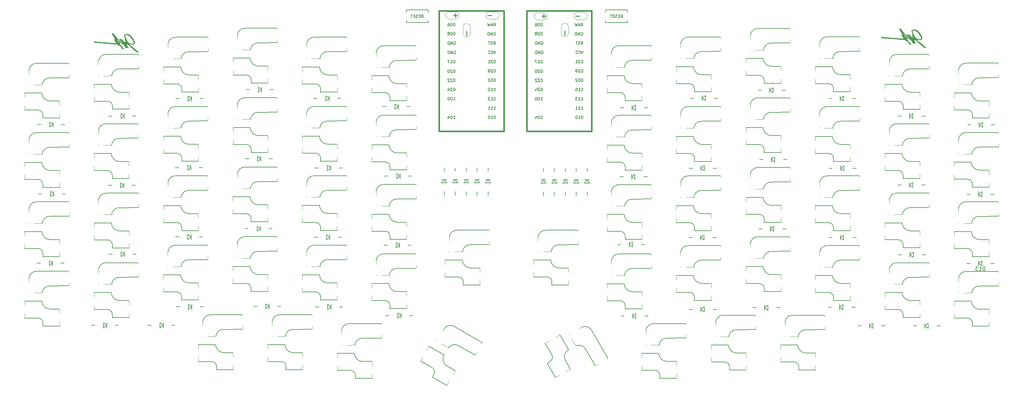
<source format=gbo>
%TF.GenerationSoftware,KiCad,Pcbnew,(6.0.10)*%
%TF.CreationDate,2023-10-04T19:43:37-05:00*%
%TF.ProjectId,RunType58,52756e54-7970-4653-9538-2e6b69636164,rev?*%
%TF.SameCoordinates,Original*%
%TF.FileFunction,Legend,Bot*%
%TF.FilePolarity,Positive*%
%FSLAX46Y46*%
G04 Gerber Fmt 4.6, Leading zero omitted, Abs format (unit mm)*
G04 Created by KiCad (PCBNEW (6.0.10)) date 2023-10-04 19:43:37*
%MOMM*%
%LPD*%
G01*
G04 APERTURE LIST*
G04 Aperture macros list*
%AMRotRect*
0 Rectangle, with rotation*
0 The origin of the aperture is its center*
0 $1 length*
0 $2 width*
0 $3 Rotation angle, in degrees counterclockwise*
0 Add horizontal line*
21,1,$1,$2,0,0,$3*%
G04 Aperture macros list end*
%ADD10C,0.000000*%
%ADD11C,0.150000*%
%ADD12C,0.280000*%
%ADD13C,0.120000*%
%ADD14C,0.381000*%
%ADD15C,1.752600*%
%ADD16C,0.100000*%
%ADD17C,3.000000*%
%ADD18C,1.900000*%
%ADD19C,1.700000*%
%ADD20C,4.000000*%
%ADD21R,2.500000X2.500000*%
%ADD22R,2.000000X2.000000*%
%ADD23R,1.900000X2.000000*%
%ADD24R,1.998980X1.998980*%
%ADD25R,1.500000X1.800000*%
%ADD26C,1.998980*%
%ADD27R,1.800000X1.500000*%
%ADD28C,1.000000*%
%ADD29C,2.000000*%
%ADD30C,1.397000*%
%ADD31RotRect,2.500000X2.500000X120.000000*%
%ADD32RotRect,2.000000X2.000000X120.000000*%
%ADD33RotRect,1.900000X2.000000X120.000000*%
%ADD34RotRect,2.500000X2.500000X150.000000*%
%ADD35RotRect,2.000000X2.000000X150.000000*%
%ADD36RotRect,1.900000X2.000000X150.000000*%
G04 APERTURE END LIST*
D10*
G36*
X272139029Y-31045922D02*
G01*
X272142638Y-31050227D01*
X272146077Y-31054480D01*
X272152382Y-31062707D01*
X272157818Y-31070355D01*
X272162263Y-31077176D01*
X272164074Y-31080199D01*
X272165591Y-31082923D01*
X272166797Y-31085315D01*
X272167678Y-31087346D01*
X272168218Y-31088984D01*
X272168402Y-31090199D01*
X272168474Y-31090776D01*
X272168686Y-31091515D01*
X272169521Y-31093451D01*
X272170878Y-31095966D01*
X272172729Y-31099018D01*
X272175044Y-31102567D01*
X272177796Y-31106570D01*
X272180957Y-31110986D01*
X272184497Y-31115775D01*
X272188389Y-31120895D01*
X272192603Y-31126303D01*
X272201888Y-31137824D01*
X272206901Y-31143853D01*
X272212123Y-31150006D01*
X272217526Y-31156241D01*
X272223082Y-31162518D01*
X272234999Y-31176395D01*
X272247969Y-31192504D01*
X272261560Y-31210267D01*
X272275337Y-31229105D01*
X272288866Y-31248439D01*
X272301713Y-31267690D01*
X272313444Y-31286280D01*
X272323624Y-31303629D01*
X272332922Y-31319863D01*
X272342117Y-31335269D01*
X272350940Y-31349518D01*
X272359122Y-31362279D01*
X272366395Y-31373220D01*
X272372489Y-31382012D01*
X272377136Y-31388323D01*
X272380068Y-31391824D01*
X272381121Y-31392937D01*
X272382290Y-31394283D01*
X272383568Y-31395847D01*
X272384947Y-31397611D01*
X272387975Y-31401684D01*
X272391313Y-31406376D01*
X272394899Y-31411564D01*
X272398672Y-31417124D01*
X272406527Y-31428865D01*
X272411415Y-31436955D01*
X272419177Y-31448930D01*
X272441584Y-31482223D01*
X272501777Y-31569977D01*
X272522830Y-31600776D01*
X272531841Y-31614610D01*
X272539893Y-31627524D01*
X272547026Y-31639611D01*
X272553277Y-31650964D01*
X272558687Y-31661676D01*
X272563292Y-31671841D01*
X272567133Y-31681551D01*
X272570248Y-31690899D01*
X272572675Y-31699979D01*
X272574454Y-31708883D01*
X272575624Y-31717704D01*
X272576222Y-31726535D01*
X272576288Y-31735470D01*
X272575860Y-31744601D01*
X272575448Y-31750899D01*
X272574882Y-31757197D01*
X272574170Y-31763453D01*
X272573324Y-31769627D01*
X272572355Y-31775676D01*
X272571271Y-31781561D01*
X272570084Y-31787238D01*
X272568804Y-31792667D01*
X272567442Y-31797808D01*
X272566007Y-31802617D01*
X272564510Y-31807054D01*
X272562962Y-31811078D01*
X272561372Y-31814647D01*
X272559751Y-31817720D01*
X272558109Y-31820256D01*
X272556457Y-31822213D01*
X272551374Y-31826414D01*
X272544237Y-31831018D01*
X272535307Y-31835933D01*
X272524845Y-31841064D01*
X272513111Y-31846320D01*
X272500368Y-31851606D01*
X272486874Y-31856831D01*
X272472893Y-31861900D01*
X272458684Y-31866722D01*
X272444509Y-31871202D01*
X272430628Y-31875248D01*
X272417303Y-31878768D01*
X272404794Y-31881667D01*
X272393363Y-31883853D01*
X272383270Y-31885232D01*
X272374777Y-31885713D01*
X272371243Y-31885569D01*
X272367595Y-31885144D01*
X272363841Y-31884443D01*
X272359990Y-31883474D01*
X272356051Y-31882244D01*
X272352034Y-31880760D01*
X272347946Y-31879029D01*
X272343798Y-31877059D01*
X272335356Y-31872428D01*
X272326779Y-31866923D01*
X272318141Y-31860602D01*
X272309513Y-31853522D01*
X272300967Y-31845738D01*
X272292577Y-31837309D01*
X272284413Y-31828291D01*
X272276550Y-31818740D01*
X272269059Y-31808714D01*
X272262012Y-31798269D01*
X272255481Y-31787463D01*
X272249540Y-31776351D01*
X272236842Y-31753262D01*
X272224019Y-31730545D01*
X272211279Y-31708573D01*
X272198829Y-31687716D01*
X272186874Y-31668348D01*
X272175623Y-31650840D01*
X272165280Y-31635564D01*
X272156054Y-31622893D01*
X272050221Y-31480018D01*
X272017010Y-31434681D01*
X271988264Y-31396454D01*
X271967125Y-31369141D01*
X271960390Y-31360766D01*
X271956735Y-31356546D01*
X271953724Y-31353290D01*
X271948852Y-31347699D01*
X271942410Y-31340082D01*
X271934686Y-31330749D01*
X271925970Y-31320011D01*
X271916551Y-31308177D01*
X271906719Y-31295557D01*
X271896763Y-31282462D01*
X271891476Y-31275666D01*
X271886217Y-31269185D01*
X271881016Y-31263045D01*
X271875899Y-31257272D01*
X271870897Y-31251892D01*
X271866036Y-31246930D01*
X271861346Y-31242412D01*
X271856855Y-31238365D01*
X271852591Y-31234814D01*
X271848583Y-31231785D01*
X271844859Y-31229304D01*
X271841448Y-31227396D01*
X271838378Y-31226088D01*
X271836980Y-31225667D01*
X271835678Y-31225405D01*
X271834475Y-31225306D01*
X271833375Y-31225373D01*
X271832382Y-31225609D01*
X271831499Y-31226018D01*
X271830693Y-31226473D01*
X271829928Y-31226847D01*
X271829204Y-31227142D01*
X271828522Y-31227358D01*
X271827881Y-31227499D01*
X271827282Y-31227565D01*
X271826724Y-31227557D01*
X271826207Y-31227479D01*
X271825732Y-31227331D01*
X271825298Y-31227114D01*
X271824905Y-31226831D01*
X271824553Y-31226483D01*
X271824243Y-31226072D01*
X271823975Y-31225599D01*
X271823747Y-31225066D01*
X271823561Y-31224475D01*
X271823417Y-31223827D01*
X271823313Y-31223123D01*
X271823251Y-31222366D01*
X271823231Y-31221557D01*
X271823251Y-31220697D01*
X271823313Y-31219789D01*
X271823417Y-31218834D01*
X271823561Y-31217833D01*
X271823747Y-31216788D01*
X271823975Y-31215701D01*
X271824243Y-31214573D01*
X271824553Y-31213406D01*
X271824905Y-31212201D01*
X271825298Y-31210961D01*
X271825732Y-31209687D01*
X271826207Y-31208379D01*
X271826827Y-31206591D01*
X271827365Y-31204865D01*
X271827822Y-31203200D01*
X271828198Y-31201596D01*
X271828494Y-31200053D01*
X271828711Y-31198570D01*
X271828849Y-31197147D01*
X271828908Y-31195784D01*
X271828890Y-31194481D01*
X271828795Y-31193236D01*
X271828624Y-31192050D01*
X271828378Y-31190923D01*
X271828056Y-31189854D01*
X271827660Y-31188843D01*
X271827191Y-31187889D01*
X271826648Y-31186992D01*
X271826033Y-31186152D01*
X271825347Y-31185369D01*
X271824589Y-31184642D01*
X271823761Y-31183971D01*
X271822863Y-31183355D01*
X271821896Y-31182795D01*
X271820861Y-31182289D01*
X271819758Y-31181838D01*
X271818588Y-31181442D01*
X271817351Y-31181099D01*
X271816048Y-31180810D01*
X271814680Y-31180574D01*
X271813247Y-31180391D01*
X271811751Y-31180261D01*
X271808568Y-31180157D01*
X271804205Y-31180243D01*
X271802223Y-31180355D01*
X271800372Y-31180515D01*
X271798652Y-31180728D01*
X271797061Y-31180994D01*
X271795599Y-31181318D01*
X271794264Y-31181701D01*
X271793056Y-31182145D01*
X271791974Y-31182655D01*
X271791016Y-31183231D01*
X271790182Y-31183878D01*
X271789470Y-31184597D01*
X271788881Y-31185390D01*
X271788412Y-31186261D01*
X271788063Y-31187213D01*
X271787833Y-31188247D01*
X271787721Y-31189366D01*
X271787725Y-31190573D01*
X271787846Y-31191870D01*
X271788082Y-31193261D01*
X271788431Y-31194747D01*
X271788894Y-31196331D01*
X271789469Y-31198016D01*
X271790155Y-31199805D01*
X271790951Y-31201699D01*
X271792869Y-31205816D01*
X271795217Y-31210388D01*
X271797985Y-31215435D01*
X271800069Y-31219029D01*
X271802340Y-31222522D01*
X271804775Y-31225896D01*
X271807356Y-31229133D01*
X271810060Y-31232215D01*
X271812868Y-31235124D01*
X271815758Y-31237841D01*
X271818711Y-31240350D01*
X271821704Y-31242631D01*
X271824719Y-31244667D01*
X271827733Y-31246439D01*
X271830727Y-31247929D01*
X271833680Y-31249120D01*
X271835134Y-31249597D01*
X271836570Y-31249993D01*
X271837986Y-31250304D01*
X271839378Y-31250530D01*
X271840744Y-31250667D01*
X271842082Y-31250713D01*
X271843400Y-31250759D01*
X271844705Y-31250896D01*
X271845996Y-31251121D01*
X271847271Y-31251433D01*
X271848527Y-31251828D01*
X271849764Y-31252306D01*
X271850979Y-31252862D01*
X271852169Y-31253496D01*
X271853334Y-31254205D01*
X271854472Y-31254987D01*
X271855579Y-31255839D01*
X271856655Y-31256759D01*
X271857697Y-31257745D01*
X271858704Y-31258794D01*
X271859673Y-31259905D01*
X271860603Y-31261075D01*
X271861492Y-31262302D01*
X271862337Y-31263584D01*
X271863137Y-31264918D01*
X271863890Y-31266302D01*
X271864593Y-31267733D01*
X271865246Y-31269211D01*
X271865846Y-31270731D01*
X271866391Y-31272293D01*
X271866879Y-31273893D01*
X271867308Y-31275530D01*
X271867677Y-31277201D01*
X271867983Y-31278904D01*
X271868224Y-31280637D01*
X271868399Y-31282397D01*
X271868505Y-31284182D01*
X271868541Y-31285991D01*
X271868643Y-31289584D01*
X271868944Y-31293077D01*
X271869436Y-31296451D01*
X271870112Y-31299688D01*
X271870963Y-31302770D01*
X271871982Y-31305679D01*
X271873162Y-31308397D01*
X271874494Y-31310905D01*
X271875970Y-31313186D01*
X271877584Y-31315222D01*
X271879327Y-31316994D01*
X271880244Y-31317776D01*
X271881191Y-31318485D01*
X271882166Y-31319118D01*
X271883169Y-31319675D01*
X271884198Y-31320153D01*
X271885253Y-31320548D01*
X271886332Y-31320860D01*
X271887435Y-31321085D01*
X271888560Y-31321222D01*
X271889707Y-31321268D01*
X271890679Y-31321283D01*
X271891609Y-31321329D01*
X271892496Y-31321403D01*
X271893342Y-31321506D01*
X271894145Y-31321636D01*
X271894905Y-31321791D01*
X271895621Y-31321972D01*
X271896294Y-31322178D01*
X271896923Y-31322406D01*
X271897508Y-31322657D01*
X271898049Y-31322929D01*
X271898544Y-31323221D01*
X271898994Y-31323533D01*
X271899399Y-31323864D01*
X271899758Y-31324211D01*
X271900070Y-31324575D01*
X271900336Y-31324955D01*
X271900555Y-31325349D01*
X271900727Y-31325757D01*
X271900852Y-31326177D01*
X271900929Y-31326609D01*
X271900958Y-31327052D01*
X271900938Y-31327504D01*
X271900869Y-31327965D01*
X271900752Y-31328434D01*
X271900585Y-31328910D01*
X271900368Y-31329391D01*
X271900101Y-31329877D01*
X271899784Y-31330368D01*
X271899416Y-31330861D01*
X271898997Y-31331356D01*
X271898526Y-31331852D01*
X271898087Y-31332554D01*
X271897759Y-31333336D01*
X271897542Y-31334195D01*
X271897434Y-31335128D01*
X271897433Y-31336132D01*
X271897538Y-31337204D01*
X271897747Y-31338341D01*
X271898058Y-31339541D01*
X271898470Y-31340800D01*
X271898981Y-31342116D01*
X271899589Y-31343485D01*
X271900294Y-31344905D01*
X271901093Y-31346373D01*
X271901984Y-31347886D01*
X271904039Y-31351034D01*
X271906445Y-31354327D01*
X271909189Y-31357741D01*
X271912259Y-31361254D01*
X271915642Y-31364842D01*
X271919324Y-31368481D01*
X271923293Y-31372149D01*
X271927536Y-31375821D01*
X271932040Y-31379476D01*
X271936564Y-31382901D01*
X271940863Y-31386535D01*
X271944920Y-31390340D01*
X271948715Y-31394277D01*
X271952231Y-31398306D01*
X271955450Y-31402390D01*
X271958354Y-31406489D01*
X271960924Y-31410565D01*
X271963143Y-31414579D01*
X271964993Y-31418492D01*
X271966455Y-31422266D01*
X271967511Y-31425861D01*
X271967881Y-31427580D01*
X271968144Y-31429240D01*
X271968295Y-31430835D01*
X271968334Y-31432362D01*
X271968258Y-31433816D01*
X271968065Y-31435190D01*
X271967753Y-31436482D01*
X271967318Y-31437685D01*
X271966408Y-31440267D01*
X271965661Y-31442715D01*
X271965074Y-31445018D01*
X271964645Y-31447166D01*
X271964371Y-31449148D01*
X271964249Y-31450955D01*
X271964277Y-31452576D01*
X271964452Y-31454001D01*
X271964594Y-31454636D01*
X271964772Y-31455219D01*
X271964985Y-31455747D01*
X271965234Y-31456219D01*
X271965518Y-31456635D01*
X271965836Y-31456993D01*
X271966188Y-31457291D01*
X271966574Y-31457529D01*
X271966994Y-31457704D01*
X271967447Y-31457816D01*
X271967933Y-31457864D01*
X271968452Y-31457846D01*
X271969003Y-31457760D01*
X271969586Y-31457606D01*
X271970200Y-31457383D01*
X271970846Y-31457088D01*
X271971508Y-31456938D01*
X271972168Y-31456819D01*
X271972826Y-31456730D01*
X271973482Y-31456671D01*
X271974133Y-31456642D01*
X271974780Y-31456642D01*
X271975421Y-31456671D01*
X271976055Y-31456729D01*
X271976681Y-31456816D01*
X271977299Y-31456930D01*
X271977907Y-31457073D01*
X271978505Y-31457243D01*
X271979090Y-31457440D01*
X271979663Y-31457663D01*
X271980223Y-31457914D01*
X271980768Y-31458190D01*
X271981297Y-31458492D01*
X271981811Y-31458820D01*
X271982306Y-31459173D01*
X271982783Y-31459551D01*
X271983241Y-31459953D01*
X271983679Y-31460380D01*
X271984095Y-31460830D01*
X271984489Y-31461304D01*
X271984859Y-31461802D01*
X271985206Y-31462322D01*
X271985527Y-31462865D01*
X271985822Y-31463430D01*
X271986090Y-31464017D01*
X271986330Y-31464626D01*
X271986540Y-31465256D01*
X271986721Y-31465907D01*
X271987524Y-31467682D01*
X271988599Y-31469686D01*
X271989926Y-31471903D01*
X271991489Y-31474313D01*
X271993269Y-31476899D01*
X271995248Y-31479643D01*
X271999730Y-31485530D01*
X272004791Y-31491831D01*
X272010285Y-31498401D01*
X272016070Y-31505095D01*
X272021999Y-31511768D01*
X272044247Y-31535836D01*
X272054206Y-31547076D01*
X272063395Y-31557795D01*
X272071819Y-31567996D01*
X272079484Y-31577687D01*
X272086394Y-31586870D01*
X272092554Y-31595553D01*
X272097971Y-31603739D01*
X272102649Y-31611435D01*
X272106592Y-31618645D01*
X272109808Y-31625374D01*
X272112299Y-31631627D01*
X272114073Y-31637411D01*
X272115133Y-31642729D01*
X272115485Y-31647588D01*
X272115547Y-31650210D01*
X272115730Y-31652776D01*
X272116032Y-31655269D01*
X272116450Y-31657675D01*
X272116982Y-31659977D01*
X272117624Y-31662160D01*
X272118376Y-31664209D01*
X272119233Y-31666108D01*
X272120194Y-31667842D01*
X272121256Y-31669395D01*
X272122415Y-31670752D01*
X272123031Y-31671351D01*
X272123671Y-31671896D01*
X272124333Y-31672384D01*
X272125019Y-31672813D01*
X272125727Y-31673182D01*
X272126458Y-31673488D01*
X272127210Y-31673729D01*
X272127984Y-31673904D01*
X272128780Y-31674010D01*
X272129596Y-31674046D01*
X272131666Y-31674361D01*
X272133898Y-31675288D01*
X272136277Y-31676796D01*
X272138791Y-31678855D01*
X272141425Y-31681437D01*
X272144165Y-31684510D01*
X272149908Y-31692016D01*
X272155910Y-31701133D01*
X272162059Y-31711625D01*
X272168244Y-31723254D01*
X272174355Y-31735782D01*
X272180279Y-31748972D01*
X272185906Y-31762585D01*
X272191125Y-31776384D01*
X272195825Y-31790132D01*
X272199894Y-31803590D01*
X272203221Y-31816521D01*
X272205696Y-31828688D01*
X272207207Y-31839851D01*
X272207662Y-31846543D01*
X272207706Y-31853058D01*
X272207341Y-31859395D01*
X272206570Y-31865552D01*
X272205394Y-31871528D01*
X272203816Y-31877322D01*
X272201838Y-31882933D01*
X272199462Y-31888358D01*
X272196692Y-31893598D01*
X272193528Y-31898651D01*
X272189973Y-31903514D01*
X272186030Y-31908188D01*
X272181701Y-31912671D01*
X272176987Y-31916961D01*
X272171892Y-31921058D01*
X272166417Y-31924959D01*
X272160565Y-31928664D01*
X272154338Y-31932171D01*
X272147739Y-31935480D01*
X272140768Y-31938588D01*
X272133430Y-31941494D01*
X272125726Y-31944198D01*
X272117658Y-31946698D01*
X272109229Y-31948992D01*
X272100440Y-31951079D01*
X272091295Y-31952959D01*
X272081795Y-31954629D01*
X272071942Y-31956089D01*
X272061740Y-31957337D01*
X272051189Y-31958371D01*
X272040294Y-31959191D01*
X272029054Y-31959796D01*
X272014275Y-31960348D01*
X272000942Y-31960657D01*
X271988933Y-31960687D01*
X271978122Y-31960402D01*
X271968386Y-31959766D01*
X271959601Y-31958742D01*
X271951643Y-31957294D01*
X271944388Y-31955386D01*
X271937711Y-31952982D01*
X271931489Y-31950046D01*
X271925598Y-31946542D01*
X271919914Y-31942433D01*
X271914312Y-31937683D01*
X271908669Y-31932256D01*
X271902860Y-31926116D01*
X271896763Y-31919227D01*
X271845610Y-31856167D01*
X271828302Y-31834518D01*
X271815624Y-31818244D01*
X271806915Y-31806434D01*
X271801513Y-31798180D01*
X271799845Y-31795101D01*
X271798757Y-31792571D01*
X271798164Y-31790475D01*
X271797985Y-31788699D01*
X271797415Y-31786874D01*
X271795742Y-31783445D01*
X271789303Y-31772135D01*
X271779102Y-31755491D01*
X271765574Y-31734238D01*
X271749151Y-31709100D01*
X271730268Y-31680798D01*
X271709360Y-31650058D01*
X271686860Y-31617601D01*
X271595799Y-31482003D01*
X271529874Y-31384768D01*
X271519832Y-31369610D01*
X271509727Y-31354782D01*
X271499829Y-31340616D01*
X271490407Y-31327442D01*
X271481729Y-31315591D01*
X271474063Y-31305393D01*
X271467679Y-31297180D01*
X271462846Y-31291282D01*
X271459556Y-31286511D01*
X271456369Y-31281553D01*
X271453389Y-31276554D01*
X271452009Y-31274085D01*
X271450719Y-31271659D01*
X271449533Y-31269295D01*
X271448463Y-31267011D01*
X271447522Y-31264826D01*
X271446723Y-31262756D01*
X271446079Y-31260822D01*
X271445603Y-31259039D01*
X271445308Y-31257427D01*
X271445207Y-31256004D01*
X271444632Y-31254358D01*
X271443585Y-31252094D01*
X271442087Y-31249256D01*
X271440164Y-31245889D01*
X271437837Y-31242036D01*
X271435130Y-31237742D01*
X271428671Y-31228002D01*
X271420971Y-31217023D01*
X271416714Y-31211178D01*
X271412217Y-31205155D01*
X271407503Y-31198997D01*
X271402595Y-31192749D01*
X271397516Y-31186454D01*
X271392291Y-31180157D01*
X271381407Y-31167641D01*
X271371372Y-31155435D01*
X271362370Y-31143849D01*
X271354587Y-31133194D01*
X271348211Y-31123778D01*
X271345607Y-31119633D01*
X271343425Y-31115913D01*
X271341688Y-31112659D01*
X271340418Y-31109908D01*
X271339639Y-31107700D01*
X271339374Y-31106074D01*
X271339225Y-31104126D01*
X271338780Y-31101925D01*
X271338043Y-31099476D01*
X271337017Y-31096782D01*
X271334118Y-31090683D01*
X271330113Y-31083667D01*
X271325034Y-31075772D01*
X271318910Y-31067037D01*
X271311773Y-31057502D01*
X271303655Y-31047204D01*
X271294586Y-31036183D01*
X271284597Y-31024477D01*
X271273719Y-31012125D01*
X271261983Y-30999166D01*
X271249421Y-30985638D01*
X271236062Y-30971581D01*
X271221939Y-30957033D01*
X271207082Y-30942032D01*
X271199391Y-30934832D01*
X271627429Y-30934832D01*
X271627477Y-30935527D01*
X271627619Y-30936338D01*
X271627852Y-30937264D01*
X271628176Y-30938301D01*
X271628589Y-30939446D01*
X271629675Y-30942049D01*
X271631096Y-30945050D01*
X271632841Y-30948426D01*
X271634895Y-30952153D01*
X271637247Y-30956209D01*
X271639883Y-30960569D01*
X271642790Y-30965211D01*
X271645956Y-30970111D01*
X271649367Y-30975246D01*
X271653011Y-30980594D01*
X271656874Y-30986129D01*
X271664777Y-30996506D01*
X271672473Y-31006304D01*
X271679756Y-31015275D01*
X271686419Y-31023171D01*
X271692255Y-31029744D01*
X271697057Y-31034747D01*
X271699006Y-31036581D01*
X271700620Y-31037930D01*
X271701871Y-31038762D01*
X271702735Y-31039046D01*
X271703180Y-31038974D01*
X271703522Y-31038762D01*
X271703765Y-31038412D01*
X271703910Y-31037930D01*
X271703957Y-31037318D01*
X271703909Y-31036581D01*
X271703768Y-31035723D01*
X271703534Y-31034747D01*
X271703210Y-31033657D01*
X271702797Y-31032457D01*
X271701712Y-31029744D01*
X271700290Y-31026639D01*
X271698546Y-31023171D01*
X271696491Y-31019373D01*
X271694140Y-31015275D01*
X271691504Y-31010908D01*
X271688596Y-31006304D01*
X271685431Y-31001493D01*
X271682020Y-30996506D01*
X271678376Y-30991375D01*
X271674513Y-30986129D01*
X271666610Y-30975246D01*
X271658914Y-30965211D01*
X271651631Y-30956209D01*
X271644968Y-30948426D01*
X271639132Y-30942049D01*
X271634329Y-30937264D01*
X271632380Y-30935527D01*
X271630767Y-30934257D01*
X271629515Y-30933478D01*
X271628652Y-30933213D01*
X271628207Y-30933279D01*
X271627864Y-30933478D01*
X271627621Y-30933804D01*
X271627477Y-30934257D01*
X271627429Y-30934832D01*
X271199391Y-30934832D01*
X271198363Y-30933870D01*
X271189416Y-30925930D01*
X271180262Y-30918227D01*
X271170922Y-30910778D01*
X271161417Y-30903598D01*
X271151768Y-30896702D01*
X271141994Y-30890105D01*
X271132117Y-30883824D01*
X271122157Y-30877873D01*
X271112135Y-30872269D01*
X271102072Y-30867026D01*
X271091988Y-30862161D01*
X271081904Y-30857688D01*
X271071841Y-30853624D01*
X271061820Y-30849983D01*
X271051860Y-30846782D01*
X271031410Y-30840317D01*
X271007487Y-30831693D01*
X270951539Y-30809079D01*
X270888645Y-30781174D01*
X270823436Y-30750209D01*
X270760543Y-30718418D01*
X270704594Y-30688032D01*
X270680671Y-30674064D01*
X270660221Y-30661284D01*
X270643823Y-30649972D01*
X270632054Y-30640407D01*
X270626244Y-30634567D01*
X270621047Y-30628313D01*
X270616453Y-30621672D01*
X270612455Y-30614676D01*
X270609045Y-30607352D01*
X270606215Y-30599731D01*
X270603956Y-30591842D01*
X270602261Y-30583715D01*
X270601121Y-30575378D01*
X270600529Y-30566861D01*
X270600477Y-30558193D01*
X270600955Y-30549405D01*
X270601957Y-30540525D01*
X270603474Y-30531582D01*
X270605498Y-30522607D01*
X270608021Y-30513628D01*
X270611035Y-30504674D01*
X270614532Y-30495776D01*
X270618504Y-30486963D01*
X270622942Y-30478264D01*
X270627839Y-30469708D01*
X270633186Y-30461325D01*
X270638976Y-30453144D01*
X270645201Y-30445194D01*
X270651852Y-30437506D01*
X270658921Y-30430108D01*
X270666400Y-30423029D01*
X270674281Y-30416300D01*
X270682556Y-30409950D01*
X270691217Y-30404007D01*
X270700256Y-30398501D01*
X270709665Y-30393463D01*
X270731742Y-30381749D01*
X270751337Y-30371194D01*
X270759430Y-30366711D01*
X270765972Y-30362953D01*
X270770654Y-30360062D01*
X270772200Y-30358988D01*
X270773166Y-30358185D01*
X270774050Y-30356625D01*
X270774058Y-30354261D01*
X270773193Y-30351098D01*
X270771457Y-30347136D01*
X270768853Y-30342381D01*
X270765383Y-30336833D01*
X270755857Y-30323376D01*
X270742900Y-30306786D01*
X270726533Y-30287088D01*
X270706775Y-30264306D01*
X270683648Y-30238461D01*
X270657173Y-30209578D01*
X270627369Y-30177679D01*
X270594258Y-30142788D01*
X270557861Y-30104929D01*
X270475289Y-30020397D01*
X270379818Y-29924268D01*
X270280434Y-29822910D01*
X270240075Y-29780715D01*
X270205524Y-29743442D01*
X270176472Y-29710541D01*
X270152607Y-29681461D01*
X270133621Y-29655653D01*
X270119204Y-29632565D01*
X270113611Y-29621870D01*
X270109044Y-29611648D01*
X270105464Y-29601831D01*
X270102833Y-29592350D01*
X270101111Y-29583137D01*
X270100259Y-29574123D01*
X270100240Y-29565238D01*
X270101014Y-29556415D01*
X270102542Y-29547583D01*
X270104786Y-29538675D01*
X270111266Y-29520355D01*
X270120144Y-29500902D01*
X270131110Y-29479768D01*
X270134928Y-29473450D01*
X270139082Y-29467090D01*
X270143536Y-29460730D01*
X270148253Y-29454412D01*
X270153197Y-29448177D01*
X270158333Y-29442065D01*
X270163624Y-29436119D01*
X270169034Y-29430379D01*
X270174526Y-29424888D01*
X270180065Y-29419686D01*
X270185614Y-29414814D01*
X270191137Y-29410315D01*
X270196599Y-29406229D01*
X270201962Y-29402598D01*
X270207191Y-29399463D01*
X270212249Y-29396865D01*
X270219915Y-29394119D01*
X270227108Y-29391842D01*
X270233934Y-29390052D01*
X270240499Y-29388763D01*
X270243717Y-29388311D01*
X270246909Y-29387990D01*
X270250089Y-29387802D01*
X270253270Y-29387750D01*
X270256465Y-29387834D01*
X270259687Y-29388057D01*
X270262951Y-29388421D01*
X270266268Y-29388928D01*
X270269652Y-29389579D01*
X270273117Y-29390377D01*
X270280341Y-29392421D01*
X270288046Y-29395075D01*
X270296337Y-29398354D01*
X270305320Y-29402273D01*
X270315102Y-29406849D01*
X270325788Y-29412097D01*
X270337485Y-29418032D01*
X270345658Y-29422632D01*
X270354256Y-29427792D01*
X270363204Y-29433454D01*
X270372432Y-29439557D01*
X270391435Y-29452852D01*
X270410686Y-29467200D01*
X270429607Y-29482128D01*
X270447617Y-29497159D01*
X270464140Y-29511818D01*
X270478596Y-29525629D01*
X270543860Y-29592657D01*
X270575610Y-29539740D01*
X270578705Y-29534205D01*
X270582018Y-29528857D01*
X270585516Y-29523722D01*
X270589170Y-29518822D01*
X270592947Y-29514180D01*
X270596818Y-29509820D01*
X270600750Y-29505764D01*
X270604714Y-29502037D01*
X270608678Y-29498662D01*
X270612610Y-29495660D01*
X270616481Y-29493057D01*
X270620258Y-29490875D01*
X270623912Y-29489138D01*
X270627410Y-29487868D01*
X270629092Y-29487415D01*
X270630723Y-29487089D01*
X270632300Y-29486890D01*
X270633818Y-29486824D01*
X270636853Y-29486722D01*
X270639988Y-29486424D01*
X270643201Y-29485940D01*
X270646469Y-29485280D01*
X270649767Y-29484455D01*
X270653073Y-29483475D01*
X270656363Y-29482350D01*
X270659615Y-29481091D01*
X270662805Y-29479708D01*
X270665909Y-29478211D01*
X270668905Y-29476611D01*
X270671769Y-29474917D01*
X270674479Y-29473141D01*
X270677009Y-29471293D01*
X270679339Y-29469383D01*
X270681443Y-29467421D01*
X270686067Y-29463346D01*
X270691044Y-29460083D01*
X270696428Y-29457679D01*
X270702272Y-29456180D01*
X270708631Y-29455632D01*
X270715557Y-29456084D01*
X270723105Y-29457582D01*
X270731328Y-29460172D01*
X270740280Y-29463902D01*
X270750013Y-29468818D01*
X270760583Y-29474968D01*
X270772042Y-29482397D01*
X270784445Y-29491153D01*
X270797843Y-29501282D01*
X270812293Y-29512832D01*
X270827846Y-29525850D01*
X270844557Y-29540381D01*
X270862479Y-29556474D01*
X270881665Y-29574174D01*
X270902170Y-29593529D01*
X270947350Y-29637390D01*
X270998447Y-29688431D01*
X271055890Y-29747027D01*
X271120107Y-29813553D01*
X271191528Y-29888384D01*
X271270582Y-29971893D01*
X271304986Y-30007816D01*
X271336876Y-30040254D01*
X271366425Y-30069317D01*
X271393806Y-30095117D01*
X271419193Y-30117765D01*
X271442758Y-30137371D01*
X271464674Y-30154048D01*
X271485115Y-30167905D01*
X271504254Y-30179055D01*
X271522264Y-30187608D01*
X271539317Y-30193675D01*
X271555588Y-30197368D01*
X271563484Y-30198358D01*
X271571249Y-30198797D01*
X271586473Y-30198074D01*
X271601434Y-30195310D01*
X271616304Y-30190615D01*
X271629304Y-30186195D01*
X271642577Y-30182871D01*
X271649350Y-30181626D01*
X271656232Y-30180662D01*
X271663237Y-30179983D01*
X271670379Y-30179591D01*
X271677670Y-30179488D01*
X271685125Y-30179677D01*
X271700578Y-30180942D01*
X271716849Y-30183405D01*
X271734044Y-30187088D01*
X271752273Y-30192011D01*
X271771644Y-30198195D01*
X271792265Y-30205660D01*
X271814246Y-30214428D01*
X271837694Y-30224519D01*
X271862718Y-30235953D01*
X271889427Y-30248751D01*
X271917930Y-30262935D01*
X271945359Y-30277108D01*
X271971673Y-30290330D01*
X271996250Y-30302312D01*
X272018471Y-30312765D01*
X272037715Y-30321398D01*
X272053363Y-30327923D01*
X272064794Y-30332050D01*
X272068734Y-30333124D01*
X272071388Y-30333490D01*
X272072112Y-30333388D01*
X272072632Y-30333084D01*
X272072953Y-30332584D01*
X272073076Y-30331892D01*
X272073005Y-30331014D01*
X272072744Y-30329956D01*
X272072296Y-30328722D01*
X272071663Y-30327317D01*
X272070850Y-30325747D01*
X272069859Y-30324016D01*
X272067357Y-30320096D01*
X272064183Y-30315597D01*
X272060363Y-30310560D01*
X272055924Y-30305027D01*
X272050889Y-30299039D01*
X272045287Y-30292638D01*
X272039142Y-30285865D01*
X272032480Y-30278762D01*
X272025327Y-30271368D01*
X272017709Y-30263727D01*
X272009652Y-30255879D01*
X271972703Y-30219544D01*
X271935651Y-30181824D01*
X271900046Y-30144475D01*
X271867438Y-30109256D01*
X271839378Y-30077923D01*
X271817415Y-30052233D01*
X271803101Y-30033943D01*
X271799296Y-30028122D01*
X271797985Y-30024810D01*
X271796882Y-30021755D01*
X271793706Y-30016080D01*
X271781945Y-29997966D01*
X271764313Y-29972658D01*
X271742423Y-29942348D01*
X271717887Y-29909227D01*
X271692317Y-29875486D01*
X271667326Y-29843315D01*
X271644527Y-29814907D01*
X271636450Y-29804318D01*
X271628776Y-29793120D01*
X271621536Y-29781405D01*
X271614761Y-29769266D01*
X271608482Y-29756797D01*
X271602731Y-29744090D01*
X271597537Y-29731238D01*
X271592933Y-29718334D01*
X271588949Y-29705472D01*
X271585616Y-29692744D01*
X271582965Y-29680244D01*
X271581027Y-29668063D01*
X271579833Y-29656297D01*
X271579414Y-29645036D01*
X271579802Y-29634376D01*
X271581027Y-29624407D01*
X271582052Y-29619613D01*
X271583466Y-29614829D01*
X271585253Y-29610063D01*
X271587397Y-29605325D01*
X271589883Y-29600624D01*
X271592696Y-29595971D01*
X271595822Y-29591374D01*
X271599244Y-29586842D01*
X271602948Y-29582385D01*
X271606919Y-29578012D01*
X271611140Y-29573734D01*
X271615598Y-29569558D01*
X271620277Y-29565494D01*
X271625161Y-29561553D01*
X271630236Y-29557742D01*
X271635487Y-29554072D01*
X271640897Y-29550552D01*
X271646453Y-29547191D01*
X271652138Y-29543999D01*
X271657938Y-29540984D01*
X271663838Y-29538157D01*
X271669822Y-29535527D01*
X271675875Y-29533102D01*
X271681982Y-29530894D01*
X271688127Y-29528909D01*
X271694296Y-29527159D01*
X271700474Y-29525653D01*
X271706645Y-29524400D01*
X271712794Y-29523408D01*
X271718906Y-29522689D01*
X271724965Y-29522250D01*
X271730957Y-29522102D01*
X271735341Y-29522016D01*
X271739236Y-29521750D01*
X271741003Y-29521544D01*
X271742650Y-29521288D01*
X271744180Y-29520978D01*
X271745592Y-29520613D01*
X271746888Y-29520192D01*
X271748068Y-29519712D01*
X271749135Y-29519171D01*
X271750088Y-29518567D01*
X271750928Y-29517899D01*
X271751657Y-29517164D01*
X271752276Y-29516361D01*
X271752785Y-29515487D01*
X271753186Y-29514541D01*
X271753479Y-29513521D01*
X271753666Y-29512424D01*
X271753746Y-29511249D01*
X271753723Y-29509995D01*
X271753595Y-29508658D01*
X271753365Y-29507237D01*
X271753033Y-29505730D01*
X271752601Y-29504136D01*
X271752068Y-29502452D01*
X271751437Y-29500675D01*
X271750708Y-29498806D01*
X271748960Y-29494778D01*
X271746832Y-29490352D01*
X271744686Y-29486829D01*
X271742233Y-29482262D01*
X271736497Y-29470287D01*
X271729810Y-29455005D01*
X271722358Y-29436994D01*
X271714328Y-29416833D01*
X271705904Y-29395101D01*
X271688624Y-29349240D01*
X271680056Y-29327323D01*
X271671674Y-29306852D01*
X271663664Y-29288283D01*
X271656212Y-29272070D01*
X271649505Y-29258669D01*
X271643727Y-29248533D01*
X271641246Y-29244833D01*
X271639066Y-29242119D01*
X271637212Y-29240449D01*
X271636415Y-29240023D01*
X271635707Y-29239879D01*
X271634891Y-29239844D01*
X271634095Y-29239737D01*
X271633321Y-29239563D01*
X271632569Y-29239321D01*
X271631838Y-29239015D01*
X271631130Y-29238647D01*
X271630444Y-29238218D01*
X271629782Y-29237730D01*
X271629142Y-29237185D01*
X271628526Y-29236585D01*
X271627934Y-29235932D01*
X271627367Y-29235228D01*
X271626824Y-29234476D01*
X271626305Y-29233676D01*
X271625812Y-29232830D01*
X271625344Y-29231942D01*
X271624903Y-29231012D01*
X271624487Y-29230043D01*
X271624098Y-29229036D01*
X271623736Y-29227994D01*
X271623400Y-29226918D01*
X271623093Y-29225810D01*
X271622813Y-29224673D01*
X271622561Y-29223508D01*
X271622337Y-29222317D01*
X271622143Y-29221103D01*
X271621977Y-29219866D01*
X271621841Y-29218609D01*
X271621734Y-29217335D01*
X271621658Y-29216044D01*
X271621612Y-29214738D01*
X271621596Y-29213421D01*
X271621515Y-29210636D01*
X271621276Y-29207592D01*
X271620887Y-29204321D01*
X271620356Y-29200853D01*
X271619691Y-29197220D01*
X271618899Y-29193453D01*
X271617988Y-29189583D01*
X271616966Y-29185640D01*
X271615841Y-29181655D01*
X271614620Y-29177661D01*
X271613311Y-29173687D01*
X271611922Y-29169765D01*
X271610461Y-29165925D01*
X271608935Y-29162199D01*
X271607353Y-29158618D01*
X271605721Y-29155213D01*
X271591730Y-29123611D01*
X271573502Y-29077353D01*
X271552918Y-29021794D01*
X271531858Y-28962287D01*
X271512204Y-28904186D01*
X271495836Y-28852843D01*
X271484636Y-28813614D01*
X271481562Y-28800215D01*
X271480485Y-28791852D01*
X271480383Y-28788425D01*
X271480085Y-28784779D01*
X271479601Y-28780941D01*
X271478941Y-28776941D01*
X271478116Y-28772807D01*
X271477136Y-28768566D01*
X271476011Y-28764248D01*
X271474752Y-28759881D01*
X271473369Y-28755493D01*
X271471872Y-28751113D01*
X271470272Y-28746769D01*
X271468579Y-28742490D01*
X271466803Y-28738304D01*
X271464954Y-28734239D01*
X271463044Y-28730324D01*
X271461082Y-28726588D01*
X271459120Y-28722242D01*
X271457210Y-28716542D01*
X271455362Y-28709581D01*
X271453586Y-28701452D01*
X271451892Y-28692248D01*
X271450292Y-28682063D01*
X271448795Y-28670989D01*
X271447412Y-28659119D01*
X271445028Y-28633363D01*
X271443223Y-28605540D01*
X271442079Y-28576395D01*
X271441679Y-28546671D01*
X271441466Y-28505881D01*
X271441734Y-28487915D01*
X271441746Y-28487550D01*
X271723972Y-28487550D01*
X271725666Y-28521756D01*
X271729261Y-28558752D01*
X271734747Y-28598330D01*
X271742114Y-28640280D01*
X271751352Y-28684392D01*
X271762451Y-28730458D01*
X271775399Y-28778268D01*
X271790187Y-28827612D01*
X271806804Y-28878282D01*
X271819868Y-28913422D01*
X271831940Y-28945089D01*
X271837293Y-28958536D01*
X271842027Y-28969811D01*
X271846016Y-28978483D01*
X271847693Y-28981706D01*
X271849138Y-28984115D01*
X271850622Y-28986316D01*
X271852410Y-28989566D01*
X271854478Y-28993797D01*
X271856800Y-28998943D01*
X271862098Y-29011711D01*
X271868099Y-29027331D01*
X271874597Y-29045266D01*
X271881384Y-29064979D01*
X271888253Y-29085932D01*
X271894999Y-29107588D01*
X271902306Y-29130205D01*
X271910791Y-29153917D01*
X271920145Y-29178002D01*
X271930056Y-29201735D01*
X271940216Y-29224394D01*
X271950313Y-29245254D01*
X271960039Y-29263592D01*
X271964665Y-29271589D01*
X271969082Y-29278685D01*
X271976903Y-29292524D01*
X271984351Y-29306053D01*
X271991220Y-29318961D01*
X271997304Y-29330940D01*
X272002396Y-29341678D01*
X272006289Y-29350866D01*
X272007722Y-29354782D01*
X272008777Y-29358194D01*
X272009429Y-29361064D01*
X272009652Y-29363351D01*
X272009713Y-29365003D01*
X272009896Y-29366642D01*
X272010198Y-29368254D01*
X272010616Y-29369828D01*
X272011148Y-29371351D01*
X272011791Y-29372808D01*
X272012543Y-29374189D01*
X272013400Y-29375478D01*
X272013868Y-29376085D01*
X272014361Y-29376665D01*
X272014879Y-29377215D01*
X272015422Y-29377735D01*
X272015990Y-29378222D01*
X272016582Y-29378676D01*
X272017198Y-29379094D01*
X272017837Y-29379475D01*
X272018500Y-29379817D01*
X272019186Y-29380118D01*
X272019894Y-29380378D01*
X272020624Y-29380594D01*
X272021377Y-29380765D01*
X272022151Y-29380889D01*
X272022947Y-29380965D01*
X272023763Y-29380990D01*
X272024450Y-29381067D01*
X272025187Y-29381295D01*
X272025971Y-29381669D01*
X272026801Y-29382186D01*
X272027676Y-29382841D01*
X272028592Y-29383630D01*
X272029548Y-29384549D01*
X272030543Y-29385593D01*
X272032638Y-29388042D01*
X272034863Y-29390943D01*
X272037201Y-29394263D01*
X272039638Y-29397968D01*
X272042157Y-29402024D01*
X272044743Y-29406398D01*
X272047381Y-29411056D01*
X272050056Y-29415965D01*
X272052751Y-29421091D01*
X272055451Y-29426400D01*
X272058140Y-29431859D01*
X272060804Y-29437435D01*
X272090983Y-29506778D01*
X272140841Y-29616470D01*
X272200951Y-29746005D01*
X272261888Y-29874879D01*
X272269477Y-29891192D01*
X272276302Y-29906822D01*
X272282259Y-29921419D01*
X272287244Y-29934631D01*
X272291154Y-29946107D01*
X272293886Y-29955495D01*
X272294778Y-29959296D01*
X272295336Y-29962443D01*
X272295548Y-29964893D01*
X272295401Y-29966601D01*
X272295262Y-29967418D01*
X272295172Y-29968213D01*
X272295132Y-29968987D01*
X272295140Y-29969740D01*
X272295194Y-29970470D01*
X272295293Y-29971179D01*
X272295436Y-29971864D01*
X272295622Y-29972527D01*
X272295849Y-29973167D01*
X272296116Y-29973782D01*
X272296422Y-29974374D01*
X272296766Y-29974942D01*
X272297145Y-29975485D01*
X272297560Y-29976004D01*
X272298008Y-29976497D01*
X272298488Y-29976964D01*
X272299000Y-29977406D01*
X272299541Y-29977822D01*
X272300110Y-29978211D01*
X272300707Y-29978573D01*
X272301329Y-29978909D01*
X272301977Y-29979216D01*
X272302647Y-29979496D01*
X272303339Y-29979748D01*
X272304052Y-29979972D01*
X272304784Y-29980166D01*
X272305535Y-29980332D01*
X272306302Y-29980468D01*
X272307085Y-29980575D01*
X272307882Y-29980651D01*
X272308691Y-29980697D01*
X272309513Y-29980713D01*
X272310495Y-29980759D01*
X272311455Y-29980896D01*
X272312393Y-29981121D01*
X272313309Y-29981433D01*
X272314202Y-29981828D01*
X272315070Y-29982306D01*
X272315915Y-29982862D01*
X272316734Y-29983496D01*
X272317527Y-29984205D01*
X272318293Y-29984987D01*
X272319033Y-29985839D01*
X272319745Y-29986759D01*
X272320428Y-29987745D01*
X272321082Y-29988794D01*
X272321707Y-29989905D01*
X272322301Y-29991076D01*
X272322864Y-29992302D01*
X272323396Y-29993584D01*
X272323895Y-29994918D01*
X272324361Y-29996302D01*
X272324794Y-29997733D01*
X272325192Y-29999211D01*
X272325556Y-30000731D01*
X272325884Y-30002293D01*
X272326176Y-30003893D01*
X272326431Y-30005530D01*
X272326648Y-30007201D01*
X272326828Y-30008904D01*
X272326968Y-30010637D01*
X272327070Y-30012397D01*
X272327131Y-30014182D01*
X272327152Y-30015991D01*
X272327198Y-30017824D01*
X272327335Y-30019686D01*
X272327872Y-30023480D01*
X272328744Y-30027346D01*
X272329935Y-30031259D01*
X272331426Y-30035192D01*
X272333198Y-30039121D01*
X272335233Y-30043018D01*
X272337514Y-30046858D01*
X272340023Y-30050616D01*
X272342741Y-30054265D01*
X272345650Y-30057780D01*
X272348732Y-30061135D01*
X272351969Y-30064304D01*
X272355343Y-30067260D01*
X272358836Y-30069979D01*
X272362430Y-30072435D01*
X272366023Y-30074869D01*
X272369516Y-30077523D01*
X272372890Y-30080368D01*
X272376127Y-30083376D01*
X272379209Y-30086519D01*
X272382118Y-30089767D01*
X272384836Y-30093093D01*
X272387344Y-30096468D01*
X272389625Y-30099863D01*
X272391661Y-30103251D01*
X272393433Y-30106603D01*
X272394923Y-30109890D01*
X272396114Y-30113084D01*
X272396987Y-30116157D01*
X272397299Y-30117638D01*
X272397524Y-30119079D01*
X272397661Y-30120476D01*
X272397707Y-30121824D01*
X272397788Y-30124838D01*
X272398027Y-30127915D01*
X272398416Y-30131032D01*
X272398947Y-30134171D01*
X272399613Y-30137309D01*
X272400405Y-30140427D01*
X272401315Y-30143504D01*
X272402337Y-30146518D01*
X272403463Y-30149450D01*
X272404683Y-30152278D01*
X272405992Y-30154983D01*
X272407381Y-30157543D01*
X272408842Y-30159937D01*
X272410368Y-30162145D01*
X272411950Y-30164147D01*
X272413582Y-30165921D01*
X272415254Y-30168046D01*
X272416955Y-30170438D01*
X272418671Y-30173072D01*
X272420390Y-30175926D01*
X272422098Y-30178976D01*
X272423783Y-30182199D01*
X272425432Y-30185572D01*
X272427032Y-30189072D01*
X272428570Y-30192675D01*
X272430032Y-30196358D01*
X272431408Y-30200098D01*
X272432682Y-30203872D01*
X272433842Y-30207656D01*
X272434876Y-30211427D01*
X272435771Y-30215162D01*
X272436513Y-30218838D01*
X272437511Y-30223795D01*
X272439169Y-30229064D01*
X272441462Y-30234624D01*
X272444367Y-30240456D01*
X272447862Y-30246539D01*
X272451923Y-30252855D01*
X272461648Y-30266104D01*
X272473358Y-30280046D01*
X272486866Y-30294523D01*
X272501987Y-30309377D01*
X272518533Y-30324451D01*
X272536320Y-30339586D01*
X272555162Y-30354626D01*
X272574871Y-30369413D01*
X272595263Y-30383789D01*
X272616150Y-30397596D01*
X272637348Y-30410678D01*
X272658670Y-30422876D01*
X272679929Y-30434032D01*
X272699453Y-30443913D01*
X272718046Y-30453545D01*
X272750706Y-30471074D01*
X272763904Y-30478474D01*
X272774435Y-30484634D01*
X272781866Y-30489305D01*
X272785763Y-30492240D01*
X272788373Y-30494610D01*
X272792832Y-30497718D01*
X272799049Y-30501519D01*
X272806929Y-30505966D01*
X272827311Y-30516611D01*
X272853232Y-30529282D01*
X272883948Y-30543607D01*
X272918716Y-30559213D01*
X272956791Y-30575729D01*
X272997429Y-30592782D01*
X273023667Y-30604110D01*
X273049905Y-30615933D01*
X273072836Y-30626764D01*
X273082027Y-30631343D01*
X273089152Y-30635115D01*
X273092578Y-30636747D01*
X273096221Y-30638330D01*
X273100050Y-30639855D01*
X273104034Y-30641316D01*
X273108143Y-30642705D01*
X273112344Y-30644014D01*
X273116607Y-30645235D01*
X273120902Y-30646360D01*
X273125196Y-30647382D01*
X273129459Y-30648293D01*
X273133661Y-30649085D01*
X273137769Y-30649750D01*
X273141753Y-30650281D01*
X273145582Y-30650670D01*
X273149226Y-30650909D01*
X273152652Y-30650991D01*
X273155997Y-30651072D01*
X273159404Y-30651307D01*
X273162853Y-30651688D01*
X273166322Y-30652203D01*
X273169791Y-30652842D01*
X273173240Y-30653595D01*
X273176647Y-30654451D01*
X273179992Y-30655400D01*
X273183254Y-30656432D01*
X273186414Y-30657536D01*
X273189449Y-30658702D01*
X273192339Y-30659920D01*
X273195064Y-30661179D01*
X273197603Y-30662470D01*
X273199935Y-30663780D01*
X273202040Y-30665102D01*
X273204058Y-30666855D01*
X273206774Y-30668795D01*
X273210141Y-30670900D01*
X273214112Y-30673149D01*
X273218641Y-30675523D01*
X273223682Y-30678000D01*
X273229189Y-30680560D01*
X273235113Y-30683182D01*
X273241410Y-30685845D01*
X273248032Y-30688528D01*
X273254934Y-30691212D01*
X273262068Y-30693875D01*
X273269388Y-30696497D01*
X273276847Y-30699056D01*
X273284400Y-30701533D01*
X273291999Y-30703907D01*
X273307412Y-30708675D01*
X273321709Y-30713608D01*
X273334601Y-30718542D01*
X273345797Y-30723310D01*
X273355010Y-30727747D01*
X273358781Y-30729790D01*
X273361948Y-30731688D01*
X273364474Y-30733421D01*
X273366323Y-30734968D01*
X273367459Y-30736308D01*
X273367749Y-30736894D01*
X273367846Y-30737421D01*
X273367887Y-30738082D01*
X273368009Y-30738743D01*
X273368208Y-30739401D01*
X273368484Y-30740056D01*
X273368833Y-30740708D01*
X273369253Y-30741355D01*
X273369743Y-30741996D01*
X273370299Y-30742630D01*
X273370920Y-30743256D01*
X273371603Y-30743874D01*
X273372347Y-30744482D01*
X273373148Y-30745079D01*
X273374005Y-30745665D01*
X273374915Y-30746238D01*
X273375876Y-30746798D01*
X273376886Y-30747343D01*
X273377942Y-30747872D01*
X273379043Y-30748385D01*
X273380186Y-30748881D01*
X273381368Y-30749358D01*
X273382588Y-30749816D01*
X273383843Y-30750254D01*
X273385131Y-30750670D01*
X273386450Y-30751064D01*
X273387797Y-30751434D01*
X273389170Y-30751781D01*
X273390567Y-30752102D01*
X273391986Y-30752397D01*
X273393424Y-30752665D01*
X273394879Y-30752905D01*
X273396349Y-30753115D01*
X273397832Y-30753296D01*
X273523874Y-30765485D01*
X273628626Y-30772754D01*
X273673858Y-30774453D01*
X273714774Y-30774814D01*
X273751712Y-30773800D01*
X273785006Y-30771376D01*
X273814993Y-30767504D01*
X273842008Y-30762150D01*
X273866388Y-30755276D01*
X273888469Y-30746847D01*
X273908586Y-30736826D01*
X273927075Y-30725177D01*
X273944272Y-30711864D01*
X273960513Y-30696851D01*
X273963493Y-30693375D01*
X273966475Y-30689254D01*
X273972409Y-30679230D01*
X273978244Y-30667082D01*
X273983912Y-30653113D01*
X273989342Y-30637624D01*
X273994464Y-30620918D01*
X273999209Y-30603298D01*
X274003508Y-30585065D01*
X274007289Y-30566522D01*
X274010484Y-30547972D01*
X274013022Y-30529716D01*
X274014835Y-30512057D01*
X274015852Y-30495297D01*
X274016003Y-30479738D01*
X274015219Y-30465684D01*
X274013429Y-30453435D01*
X274010629Y-30440216D01*
X274007559Y-30424744D01*
X274000862Y-30389273D01*
X273993834Y-30351488D01*
X273986971Y-30315852D01*
X273983702Y-30298023D01*
X273979337Y-30278066D01*
X273974104Y-30256661D01*
X273968230Y-30234492D01*
X273961942Y-30212240D01*
X273955469Y-30190588D01*
X273949037Y-30170217D01*
X273942874Y-30151810D01*
X273923337Y-30101432D01*
X273898032Y-30042146D01*
X273869297Y-29978766D01*
X273839466Y-29916110D01*
X273810875Y-29858994D01*
X273785860Y-29812234D01*
X273766757Y-29780646D01*
X273760152Y-29772046D01*
X273757715Y-29769809D01*
X273755902Y-29769046D01*
X273755215Y-29768974D01*
X273754478Y-29768762D01*
X273753695Y-29768412D01*
X273752866Y-29767930D01*
X273751995Y-29767318D01*
X273751084Y-29766581D01*
X273750135Y-29765723D01*
X273749149Y-29764747D01*
X273748130Y-29763657D01*
X273747080Y-29762457D01*
X273744895Y-29759744D01*
X273742611Y-29756638D01*
X273740247Y-29753171D01*
X273737821Y-29749373D01*
X273735352Y-29745275D01*
X273732856Y-29740908D01*
X273730353Y-29736304D01*
X273727860Y-29731493D01*
X273725395Y-29726506D01*
X273722977Y-29721374D01*
X273720624Y-29716129D01*
X273718270Y-29710594D01*
X273715849Y-29705246D01*
X273713376Y-29700111D01*
X273710867Y-29695211D01*
X273708338Y-29690569D01*
X273705803Y-29686209D01*
X273703279Y-29682153D01*
X273700780Y-29678426D01*
X273698323Y-29675050D01*
X273695923Y-29672049D01*
X273693595Y-29669446D01*
X273691354Y-29667264D01*
X273689218Y-29665526D01*
X273687200Y-29664257D01*
X273685316Y-29663477D01*
X273684429Y-29663279D01*
X273683582Y-29663213D01*
X273682911Y-29663172D01*
X273682220Y-29663050D01*
X273681512Y-29662849D01*
X273680788Y-29662572D01*
X273680050Y-29662219D01*
X273679300Y-29661794D01*
X273678538Y-29661298D01*
X273677767Y-29660732D01*
X273676988Y-29660099D01*
X273676203Y-29659401D01*
X273675414Y-29658640D01*
X273674622Y-29657818D01*
X273673828Y-29656936D01*
X273673035Y-29655996D01*
X273672243Y-29655001D01*
X273671456Y-29653952D01*
X273669897Y-29651702D01*
X273668372Y-29649260D01*
X273666894Y-29646643D01*
X273665475Y-29643865D01*
X273664128Y-29640943D01*
X273662867Y-29637891D01*
X273661704Y-29634726D01*
X273660652Y-29631463D01*
X273659457Y-29628286D01*
X273657878Y-29624734D01*
X273655943Y-29620847D01*
X273653679Y-29616662D01*
X273651115Y-29612220D01*
X273648280Y-29607557D01*
X273645203Y-29602714D01*
X273641910Y-29597728D01*
X273634796Y-29587486D01*
X273627165Y-29577140D01*
X273619245Y-29567001D01*
X273611263Y-29557379D01*
X273602054Y-29547037D01*
X273591832Y-29534835D01*
X273580908Y-29521226D01*
X273569591Y-29506668D01*
X273558191Y-29491612D01*
X273547019Y-29476516D01*
X273536384Y-29461833D01*
X273526596Y-29448018D01*
X273517367Y-29434503D01*
X273508323Y-29421918D01*
X273499652Y-29410532D01*
X273491539Y-29400614D01*
X273487750Y-29396289D01*
X273484170Y-29392432D01*
X273480822Y-29389076D01*
X273477731Y-29386255D01*
X273474918Y-29384002D01*
X273472408Y-29382351D01*
X273470223Y-29381336D01*
X273469261Y-29381078D01*
X273468388Y-29380990D01*
X273467732Y-29380965D01*
X273467086Y-29380889D01*
X273466453Y-29380765D01*
X273465831Y-29380594D01*
X273465223Y-29380378D01*
X273464628Y-29380118D01*
X273464048Y-29379817D01*
X273463482Y-29379475D01*
X273462932Y-29379094D01*
X273462398Y-29378676D01*
X273461880Y-29378222D01*
X273461380Y-29377735D01*
X273460899Y-29377215D01*
X273460436Y-29376665D01*
X273459992Y-29376085D01*
X273459568Y-29375478D01*
X273459165Y-29374846D01*
X273458784Y-29374189D01*
X273458424Y-29373509D01*
X273458087Y-29372808D01*
X273457773Y-29372088D01*
X273457483Y-29371351D01*
X273457218Y-29370597D01*
X273456978Y-29369828D01*
X273456763Y-29369047D01*
X273456575Y-29368254D01*
X273456415Y-29367452D01*
X273456282Y-29366642D01*
X273456177Y-29365825D01*
X273456102Y-29365003D01*
X273456056Y-29364178D01*
X273456040Y-29363351D01*
X273454113Y-29356980D01*
X273448644Y-29345620D01*
X273428948Y-29310793D01*
X273400695Y-29264598D01*
X273367626Y-29212759D01*
X273333481Y-29161004D01*
X273302003Y-29115057D01*
X273276933Y-29080644D01*
X273267971Y-29069552D01*
X273262013Y-29063490D01*
X273260630Y-29062377D01*
X273259136Y-29061031D01*
X273257544Y-29059467D01*
X273255867Y-29057703D01*
X273254117Y-29055752D01*
X273252308Y-29053631D01*
X273250452Y-29051354D01*
X273248563Y-29048938D01*
X273246653Y-29046398D01*
X273244736Y-29043750D01*
X273242823Y-29041009D01*
X273240929Y-29038190D01*
X273239065Y-29035309D01*
X273237246Y-29032381D01*
X273235483Y-29029423D01*
X273233790Y-29026449D01*
X273231468Y-29022946D01*
X273227858Y-29018439D01*
X273223039Y-29012996D01*
X273217089Y-29006688D01*
X273210084Y-28999583D01*
X273202102Y-28991753D01*
X273183520Y-28974194D01*
X273161960Y-28954567D01*
X273138044Y-28933431D01*
X273112392Y-28911345D01*
X273085624Y-28888865D01*
X272976483Y-28797804D01*
X272931091Y-28759137D01*
X272913510Y-28743761D01*
X272900415Y-28731879D01*
X272875023Y-28710378D01*
X272845525Y-28687120D01*
X272812487Y-28662457D01*
X272776475Y-28636739D01*
X272697792Y-28583547D01*
X272614004Y-28530355D01*
X272529637Y-28479974D01*
X272449218Y-28435215D01*
X272411904Y-28415823D01*
X272377274Y-28398890D01*
X272345895Y-28384769D01*
X272318332Y-28373810D01*
X272285002Y-28362795D01*
X272249465Y-28352915D01*
X272212161Y-28344188D01*
X272173528Y-28336630D01*
X272134007Y-28330262D01*
X272094036Y-28325100D01*
X272054055Y-28321162D01*
X272014502Y-28318468D01*
X271975818Y-28317034D01*
X271938442Y-28316880D01*
X271902812Y-28318022D01*
X271869367Y-28320480D01*
X271838548Y-28324271D01*
X271810794Y-28329413D01*
X271786543Y-28335924D01*
X271766235Y-28343823D01*
X271760034Y-28347684D01*
X271754327Y-28352636D01*
X271749114Y-28358651D01*
X271744393Y-28365703D01*
X271740163Y-28373768D01*
X271736423Y-28382817D01*
X271733171Y-28392826D01*
X271730406Y-28403768D01*
X271728127Y-28415617D01*
X271726332Y-28428347D01*
X271725021Y-28441931D01*
X271724191Y-28456344D01*
X271723972Y-28487550D01*
X271441746Y-28487550D01*
X271442286Y-28471375D01*
X271443148Y-28456117D01*
X271444346Y-28441995D01*
X271445906Y-28428866D01*
X271447853Y-28416584D01*
X271450214Y-28405005D01*
X271453014Y-28393984D01*
X271456279Y-28383377D01*
X271460035Y-28373038D01*
X271464308Y-28362823D01*
X271469123Y-28352588D01*
X271474507Y-28342187D01*
X271480485Y-28331477D01*
X271495322Y-28305896D01*
X271510795Y-28282029D01*
X271527001Y-28259810D01*
X271535411Y-28249299D01*
X271544040Y-28239176D01*
X271552902Y-28229432D01*
X271562009Y-28220060D01*
X271571373Y-28211052D01*
X271581006Y-28202399D01*
X271590921Y-28194094D01*
X271601130Y-28186128D01*
X271611645Y-28178494D01*
X271622478Y-28171183D01*
X271633642Y-28164187D01*
X271645149Y-28157499D01*
X271657012Y-28151109D01*
X271669242Y-28145011D01*
X271694853Y-28133654D01*
X271722083Y-28123365D01*
X271751027Y-28114078D01*
X271781786Y-28105730D01*
X271814457Y-28098254D01*
X271849138Y-28091588D01*
X271869405Y-28087474D01*
X271888908Y-28083154D01*
X271907212Y-28078751D01*
X271923882Y-28074390D01*
X271938486Y-28070194D01*
X271950589Y-28066287D01*
X271959756Y-28062794D01*
X271963104Y-28061241D01*
X271965555Y-28059838D01*
X271967389Y-28058166D01*
X271969565Y-28056465D01*
X271972050Y-28054749D01*
X271974815Y-28053030D01*
X271977827Y-28051322D01*
X271981057Y-28049637D01*
X271984473Y-28047988D01*
X271988044Y-28046388D01*
X271991739Y-28044850D01*
X271995527Y-28043387D01*
X271999377Y-28042012D01*
X272003258Y-28040738D01*
X272007138Y-28039577D01*
X272010988Y-28038543D01*
X272014776Y-28037649D01*
X272018471Y-28036907D01*
X272034318Y-28032387D01*
X272051323Y-28027206D01*
X272067336Y-28022024D01*
X272074299Y-28019640D01*
X272080207Y-28017504D01*
X272083338Y-28016946D01*
X272087394Y-28016591D01*
X272092307Y-28016438D01*
X272098011Y-28016484D01*
X272104439Y-28016727D01*
X272111523Y-28017163D01*
X272127391Y-28018607D01*
X272145078Y-28020794D01*
X272164047Y-28023705D01*
X272173844Y-28025426D01*
X272183760Y-28027319D01*
X272193727Y-28029383D01*
X272203679Y-28031615D01*
X272224164Y-28036125D01*
X272245517Y-28041565D01*
X272267117Y-28047707D01*
X272288346Y-28054325D01*
X272308583Y-28061192D01*
X272327207Y-28068078D01*
X272343598Y-28074758D01*
X272357138Y-28081004D01*
X272363248Y-28084248D01*
X272369640Y-28087357D01*
X272376265Y-28090321D01*
X272383072Y-28093131D01*
X272390015Y-28095775D01*
X272397042Y-28098243D01*
X272404106Y-28100526D01*
X272411157Y-28102612D01*
X272418146Y-28104491D01*
X272425023Y-28106153D01*
X272431741Y-28107588D01*
X272438249Y-28108786D01*
X272444499Y-28109735D01*
X272450441Y-28110425D01*
X272456027Y-28110847D01*
X272461207Y-28110990D01*
X272471166Y-28111258D01*
X272481843Y-28112058D01*
X272493213Y-28113386D01*
X272505249Y-28115235D01*
X272517926Y-28117601D01*
X272531218Y-28120478D01*
X272545100Y-28123862D01*
X272559544Y-28127747D01*
X272574526Y-28132129D01*
X272590019Y-28137001D01*
X272605999Y-28142359D01*
X272622438Y-28148197D01*
X272639311Y-28154511D01*
X272656592Y-28161295D01*
X272674256Y-28168545D01*
X272692277Y-28176254D01*
X272704035Y-28180784D01*
X272716558Y-28185046D01*
X272729453Y-28188936D01*
X272742327Y-28192350D01*
X272754788Y-28195185D01*
X272766443Y-28197338D01*
X272771845Y-28198127D01*
X272776899Y-28198706D01*
X272781554Y-28199063D01*
X272785763Y-28199185D01*
X272793175Y-28199529D01*
X272801175Y-28200551D01*
X272809743Y-28202237D01*
X272818856Y-28204573D01*
X272838636Y-28211138D01*
X272860342Y-28220131D01*
X272883806Y-28231440D01*
X272908856Y-28244949D01*
X272935322Y-28260547D01*
X272963034Y-28278119D01*
X272991820Y-28297551D01*
X273021511Y-28318729D01*
X273051935Y-28341541D01*
X273082923Y-28365872D01*
X273114303Y-28391609D01*
X273145906Y-28418637D01*
X273177561Y-28446844D01*
X273209096Y-28476115D01*
X273233611Y-28498998D01*
X273259036Y-28522252D01*
X273309638Y-28567397D01*
X273354948Y-28606588D01*
X273373758Y-28622401D01*
X273389013Y-28634865D01*
X273395850Y-28639861D01*
X273402456Y-28644901D01*
X273408802Y-28649946D01*
X273414865Y-28654957D01*
X273420617Y-28659896D01*
X273426034Y-28664724D01*
X273435756Y-28673891D01*
X273443824Y-28682149D01*
X273447174Y-28685840D01*
X273450032Y-28689188D01*
X273452374Y-28692152D01*
X273454173Y-28694696D01*
X273455404Y-28696780D01*
X273456040Y-28698365D01*
X273456087Y-28699078D01*
X273456224Y-28699890D01*
X273456764Y-28701797D01*
X273457645Y-28704055D01*
X273458852Y-28706633D01*
X273460368Y-28709502D01*
X273462180Y-28712628D01*
X273464270Y-28715982D01*
X273466624Y-28719532D01*
X273469226Y-28723248D01*
X273472060Y-28727097D01*
X273475112Y-28731051D01*
X273478365Y-28735076D01*
X273481804Y-28739143D01*
X273485413Y-28743220D01*
X273489178Y-28747277D01*
X273493082Y-28751282D01*
X273501364Y-28760629D01*
X273511383Y-28772476D01*
X273522724Y-28786350D01*
X273534975Y-28801773D01*
X273547721Y-28818272D01*
X273560551Y-28835370D01*
X273573050Y-28852592D01*
X273584804Y-28869463D01*
X273597045Y-28887136D01*
X273610960Y-28906670D01*
X273641910Y-28948838D01*
X273673853Y-28991006D01*
X273702985Y-29028213D01*
X273717765Y-29047164D01*
X273735231Y-29070353D01*
X273775745Y-29125888D01*
X273819567Y-29187707D01*
X273861735Y-29248699D01*
X273880755Y-29277128D01*
X273899135Y-29303820D01*
X273916398Y-29328198D01*
X273932070Y-29349681D01*
X273945675Y-29367692D01*
X273956737Y-29381652D01*
X273964781Y-29390981D01*
X273967523Y-29393729D01*
X273969332Y-29395102D01*
X273970154Y-29395463D01*
X273970964Y-29395885D01*
X273971762Y-29396364D01*
X273972546Y-29396900D01*
X273973317Y-29397490D01*
X273974072Y-29398132D01*
X273974811Y-29398825D01*
X273975533Y-29399566D01*
X273976237Y-29400354D01*
X273976922Y-29401187D01*
X273977587Y-29402061D01*
X273978231Y-29402977D01*
X273978853Y-29403932D01*
X273979452Y-29404923D01*
X273980027Y-29405949D01*
X273980577Y-29407008D01*
X273981101Y-29408098D01*
X273981599Y-29409217D01*
X273982069Y-29410363D01*
X273982510Y-29411535D01*
X273982921Y-29412729D01*
X273983302Y-29413945D01*
X273983651Y-29415181D01*
X273983967Y-29416434D01*
X273984250Y-29417702D01*
X273984498Y-29418984D01*
X273984711Y-29420277D01*
X273984887Y-29421580D01*
X273985026Y-29422891D01*
X273985126Y-29424208D01*
X273985187Y-29425529D01*
X273985207Y-29426851D01*
X273985288Y-29429454D01*
X273985524Y-29431964D01*
X273985905Y-29434370D01*
X273986420Y-29436663D01*
X273987059Y-29438832D01*
X273987812Y-29440866D01*
X273988668Y-29442756D01*
X273989617Y-29444490D01*
X273990649Y-29446060D01*
X273991753Y-29447453D01*
X273992919Y-29448661D01*
X273994137Y-29449672D01*
X273994762Y-29450101D01*
X273995396Y-29450476D01*
X273996038Y-29450798D01*
X273996686Y-29451064D01*
X273997340Y-29451273D01*
X273997997Y-29451424D01*
X273998657Y-29451515D01*
X273999318Y-29451546D01*
X274000061Y-29451715D01*
X274000965Y-29452216D01*
X274002023Y-29453042D01*
X274003232Y-29454181D01*
X274006078Y-29457371D01*
X274009461Y-29461716D01*
X274013340Y-29467146D01*
X274017674Y-29473591D01*
X274022421Y-29480982D01*
X274027540Y-29489249D01*
X274032991Y-29498322D01*
X274038730Y-29508132D01*
X274050912Y-29529681D01*
X274063755Y-29553338D01*
X274076929Y-29578546D01*
X274244499Y-29918977D01*
X274263129Y-29958814D01*
X274280597Y-30001862D01*
X274296813Y-30047531D01*
X274311692Y-30095228D01*
X274325144Y-30144361D01*
X274337082Y-30194340D01*
X274347418Y-30244571D01*
X274356065Y-30294464D01*
X274362933Y-30343427D01*
X274367937Y-30390868D01*
X274370986Y-30436196D01*
X274371995Y-30478818D01*
X274371969Y-30479738D01*
X274370874Y-30518144D01*
X274367537Y-30553580D01*
X274361895Y-30584537D01*
X274353860Y-30610421D01*
X274335039Y-30654801D01*
X274319051Y-30690953D01*
X274305088Y-30720244D01*
X274298614Y-30732742D01*
X274292344Y-30744035D01*
X274286178Y-30754296D01*
X274280014Y-30763693D01*
X274273752Y-30772398D01*
X274267292Y-30780581D01*
X274260531Y-30788413D01*
X274253370Y-30796063D01*
X274237443Y-30811504D01*
X274225487Y-30821874D01*
X274211002Y-30833029D01*
X274194310Y-30844804D01*
X274175735Y-30857035D01*
X274155599Y-30869554D01*
X274134225Y-30882198D01*
X274089056Y-30907195D01*
X274042813Y-30930705D01*
X274020095Y-30941488D01*
X273998078Y-30951403D01*
X273977084Y-30960284D01*
X273957436Y-30967967D01*
X273939458Y-30974285D01*
X273923471Y-30979074D01*
X273906924Y-30982155D01*
X273884280Y-30984786D01*
X273823922Y-30988720D01*
X273748846Y-30990918D01*
X273665502Y-30991421D01*
X273580340Y-30990270D01*
X273499807Y-30987507D01*
X273430354Y-30983173D01*
X273401798Y-30980430D01*
X273378429Y-30977310D01*
X273356484Y-30973155D01*
X273327222Y-30966230D01*
X273291923Y-30956908D01*
X273251870Y-30945560D01*
X273208345Y-30932558D01*
X273162629Y-30918275D01*
X273116003Y-30903082D01*
X273069749Y-30887351D01*
X272983346Y-30857972D01*
X272911660Y-30834876D01*
X272883662Y-30826408D01*
X272862134Y-30820379D01*
X272848005Y-30817078D01*
X272844007Y-30816542D01*
X272842207Y-30816796D01*
X272842119Y-30817214D01*
X272842182Y-30817802D01*
X272842394Y-30818557D01*
X272842751Y-30819473D01*
X272843889Y-30821768D01*
X272845570Y-30824651D01*
X272847767Y-30828081D01*
X272850455Y-30832020D01*
X272853608Y-30836429D01*
X272857200Y-30841270D01*
X272861206Y-30846503D01*
X272865599Y-30852091D01*
X272870354Y-30857994D01*
X272875445Y-30864173D01*
X272880846Y-30870590D01*
X272886532Y-30877206D01*
X272892475Y-30883982D01*
X272898652Y-30890879D01*
X272911509Y-30905297D01*
X272923456Y-30919239D01*
X272934246Y-30932396D01*
X272943631Y-30944457D01*
X272951362Y-30955113D01*
X272954529Y-30959817D01*
X272957191Y-30964053D01*
X272959315Y-30967783D01*
X272960870Y-30970967D01*
X272961826Y-30973568D01*
X272962152Y-30975546D01*
X272962291Y-30977272D01*
X272962709Y-30979144D01*
X272963406Y-30981162D01*
X272964381Y-30983328D01*
X272965633Y-30985643D01*
X272967163Y-30988107D01*
X272968970Y-30990722D01*
X272971054Y-30993488D01*
X272976050Y-30999479D01*
X272982150Y-31006087D01*
X272989351Y-31013320D01*
X272997650Y-31021187D01*
X273007044Y-31029694D01*
X273017532Y-31038850D01*
X273029109Y-31048662D01*
X273041775Y-31059138D01*
X273055525Y-31070286D01*
X273070359Y-31082113D01*
X273103263Y-31107838D01*
X273132119Y-31129748D01*
X273155518Y-31148187D01*
X273165326Y-31156258D01*
X273173956Y-31163648D01*
X273181470Y-31170418D01*
X273187929Y-31176629D01*
X273193397Y-31182345D01*
X273197934Y-31187626D01*
X273201603Y-31192535D01*
X273204466Y-31197134D01*
X273206585Y-31201486D01*
X273208021Y-31205651D01*
X273208838Y-31209692D01*
X273209096Y-31213671D01*
X273209122Y-31214513D01*
X273209198Y-31215383D01*
X273209499Y-31217202D01*
X273209991Y-31219109D01*
X273210667Y-31221085D01*
X273211518Y-31223113D01*
X273212538Y-31225174D01*
X273213717Y-31227251D01*
X273215049Y-31229326D01*
X273216526Y-31231379D01*
X273218139Y-31233394D01*
X273219882Y-31235352D01*
X273221746Y-31237236D01*
X273223724Y-31239026D01*
X273225808Y-31240705D01*
X273227990Y-31242255D01*
X273230263Y-31243657D01*
X273232454Y-31245166D01*
X273233456Y-31245812D01*
X273234397Y-31246386D01*
X273235275Y-31246887D01*
X273236092Y-31247316D01*
X273236846Y-31247672D01*
X273237539Y-31247957D01*
X273238169Y-31248169D01*
X273238738Y-31248308D01*
X273239244Y-31248375D01*
X273239688Y-31248370D01*
X273240071Y-31248293D01*
X273240391Y-31248143D01*
X273240650Y-31247920D01*
X273240846Y-31247626D01*
X273240980Y-31247259D01*
X273241053Y-31246820D01*
X273241063Y-31246308D01*
X273241011Y-31245724D01*
X273240898Y-31245068D01*
X273240722Y-31244339D01*
X273240484Y-31243538D01*
X273240185Y-31242665D01*
X273239823Y-31241719D01*
X273239399Y-31240701D01*
X273238366Y-31238448D01*
X273237084Y-31235906D01*
X273235554Y-31233074D01*
X273235042Y-31232040D01*
X273234823Y-31231249D01*
X273234891Y-31230697D01*
X273235031Y-31230509D01*
X273235241Y-31230380D01*
X273235866Y-31230292D01*
X273236760Y-31230431D01*
X273237917Y-31230790D01*
X273239330Y-31231365D01*
X273242903Y-31233147D01*
X273247430Y-31235740D01*
X273252860Y-31239109D01*
X273259146Y-31243216D01*
X273266238Y-31248026D01*
X273274088Y-31253503D01*
X273282645Y-31259610D01*
X273291861Y-31266312D01*
X273312073Y-31281353D01*
X273334332Y-31298338D01*
X273384851Y-31336592D01*
X273439504Y-31376831D01*
X273491842Y-31414424D01*
X273535416Y-31444740D01*
X273571437Y-31470427D01*
X273588901Y-31483188D01*
X273605310Y-31495452D01*
X273620148Y-31506890D01*
X273632898Y-31517170D01*
X273643044Y-31525962D01*
X273646979Y-31529697D01*
X273650068Y-31532935D01*
X273653016Y-31536092D01*
X273656535Y-31539584D01*
X273660575Y-31543376D01*
X273665089Y-31547432D01*
X273675338Y-31556189D01*
X273686889Y-31565567D01*
X273699350Y-31575275D01*
X273712328Y-31585025D01*
X273725430Y-31594526D01*
X273738263Y-31603490D01*
X273751740Y-31613092D01*
X273766706Y-31624409D01*
X273782663Y-31637008D01*
X273799117Y-31650454D01*
X273815571Y-31664314D01*
X273831528Y-31678153D01*
X273846494Y-31691537D01*
X273859971Y-31704032D01*
X273865958Y-31709918D01*
X273871984Y-31715649D01*
X273883976Y-31726522D01*
X273895597Y-31736402D01*
X273906494Y-31745043D01*
X273911561Y-31748820D01*
X273916316Y-31752194D01*
X273920714Y-31755135D01*
X273924711Y-31757610D01*
X273928265Y-31759589D01*
X273931329Y-31761041D01*
X273933862Y-31761935D01*
X273935818Y-31762240D01*
X273936785Y-31762276D01*
X273937700Y-31762383D01*
X273938564Y-31762559D01*
X273939377Y-31762802D01*
X273940140Y-31763111D01*
X273940853Y-31763484D01*
X273941516Y-31763920D01*
X273942130Y-31764418D01*
X273942694Y-31764974D01*
X273943210Y-31765589D01*
X273943678Y-31766259D01*
X273944097Y-31766984D01*
X273944468Y-31767762D01*
X273944792Y-31768592D01*
X273945069Y-31769471D01*
X273945299Y-31770398D01*
X273945483Y-31771372D01*
X273945620Y-31772391D01*
X273945712Y-31773453D01*
X273945757Y-31774557D01*
X273945758Y-31775700D01*
X273945714Y-31776883D01*
X273945625Y-31778102D01*
X273945492Y-31779356D01*
X273945315Y-31780644D01*
X273945095Y-31781963D01*
X273944831Y-31783313D01*
X273944524Y-31784692D01*
X273944175Y-31786098D01*
X273943783Y-31787530D01*
X273943349Y-31788985D01*
X273942874Y-31790463D01*
X273941965Y-31793025D01*
X273941224Y-31795413D01*
X273940653Y-31797621D01*
X273940256Y-31799640D01*
X273940034Y-31801463D01*
X273939990Y-31802299D01*
X273939990Y-31803082D01*
X273940036Y-31803812D01*
X273940128Y-31804489D01*
X273940265Y-31805110D01*
X273940449Y-31805676D01*
X273940679Y-31806185D01*
X273940955Y-31806636D01*
X273941279Y-31807028D01*
X273941651Y-31807361D01*
X273942070Y-31807633D01*
X273942538Y-31807843D01*
X273943053Y-31807990D01*
X273943618Y-31808074D01*
X273944232Y-31808093D01*
X273944895Y-31808047D01*
X273945608Y-31807934D01*
X273946371Y-31807754D01*
X273947184Y-31807505D01*
X273948048Y-31807187D01*
X273948963Y-31806798D01*
X273949929Y-31806338D01*
X273952404Y-31805035D01*
X273955191Y-31804099D01*
X273958283Y-31803527D01*
X273961674Y-31803313D01*
X273965355Y-31803453D01*
X273969320Y-31803943D01*
X273973560Y-31804777D01*
X273978069Y-31805952D01*
X273982839Y-31807463D01*
X273987862Y-31809305D01*
X273998640Y-31813965D01*
X274010342Y-31819897D01*
X274022910Y-31827063D01*
X274036285Y-31835429D01*
X274050406Y-31844957D01*
X274065214Y-31855612D01*
X274080650Y-31867357D01*
X274096655Y-31880157D01*
X274113168Y-31893974D01*
X274130132Y-31908773D01*
X274147485Y-31924518D01*
X274165337Y-31940814D01*
X274184141Y-31957646D01*
X274222450Y-31991105D01*
X274258114Y-32021257D01*
X274273610Y-32033955D01*
X274286832Y-32044463D01*
X274332821Y-32080402D01*
X274392142Y-32128578D01*
X274531351Y-32245105D01*
X274665600Y-32360970D01*
X274718720Y-32408320D01*
X274756027Y-32443102D01*
X274767643Y-32454560D01*
X274778516Y-32464985D01*
X274788397Y-32474169D01*
X274797037Y-32481907D01*
X274804189Y-32487991D01*
X274809605Y-32492215D01*
X274811584Y-32493564D01*
X274813036Y-32494371D01*
X274813930Y-32494610D01*
X274814158Y-32494508D01*
X274814235Y-32494254D01*
X274814745Y-32494083D01*
X274816246Y-32494864D01*
X274822052Y-32499129D01*
X274843697Y-32517378D01*
X274876464Y-32546499D01*
X274917643Y-32583992D01*
X274964527Y-32627356D01*
X275014409Y-32674088D01*
X275064580Y-32721689D01*
X275112332Y-32767657D01*
X275157311Y-32810404D01*
X275206259Y-32855631D01*
X275253223Y-32897882D01*
X275274100Y-32916185D01*
X275292249Y-32931699D01*
X275304786Y-32941844D01*
X275315982Y-32951177D01*
X275325902Y-32959798D01*
X275334610Y-32967803D01*
X275342170Y-32975292D01*
X275348649Y-32982362D01*
X275354109Y-32989112D01*
X275356477Y-32992398D01*
X275358615Y-32995640D01*
X275360531Y-32998851D01*
X275362233Y-33002043D01*
X275363729Y-33005229D01*
X275365027Y-33008421D01*
X275366134Y-33011631D01*
X275367060Y-33014871D01*
X275367813Y-33018154D01*
X275368399Y-33021492D01*
X275369108Y-33028381D01*
X275369250Y-33035637D01*
X275368891Y-33043359D01*
X275368096Y-33051643D01*
X275366193Y-33063771D01*
X275363478Y-33075345D01*
X275359976Y-33086359D01*
X275355711Y-33096809D01*
X275350708Y-33106687D01*
X275344993Y-33115988D01*
X275338589Y-33124707D01*
X275331523Y-33132837D01*
X275323818Y-33140373D01*
X275315500Y-33147309D01*
X275306594Y-33153639D01*
X275297124Y-33159358D01*
X275287115Y-33164458D01*
X275276592Y-33168936D01*
X275265581Y-33172784D01*
X275254105Y-33175997D01*
X275242190Y-33178570D01*
X275229860Y-33180496D01*
X275217141Y-33181769D01*
X275204058Y-33182384D01*
X275190635Y-33182336D01*
X275176896Y-33181617D01*
X275162868Y-33180223D01*
X275148575Y-33178147D01*
X275134041Y-33175384D01*
X275119292Y-33171928D01*
X275104352Y-33167773D01*
X275089247Y-33162913D01*
X275074000Y-33157342D01*
X275058638Y-33151056D01*
X275043185Y-33144047D01*
X275027666Y-33136310D01*
X275013089Y-33128665D01*
X274998699Y-33120462D01*
X274984846Y-33111970D01*
X274971883Y-33103457D01*
X274960159Y-33095193D01*
X274950027Y-33087445D01*
X274945668Y-33083848D01*
X274941838Y-33080482D01*
X274938582Y-33077379D01*
X274935943Y-33074574D01*
X274933840Y-33071971D01*
X274931516Y-33069461D01*
X274929002Y-33067055D01*
X274926325Y-33064762D01*
X274923513Y-33062593D01*
X274920595Y-33060559D01*
X274917600Y-33058670D01*
X274914556Y-33056935D01*
X274911491Y-33055366D01*
X274908434Y-33053972D01*
X274905413Y-33052765D01*
X274902457Y-33051754D01*
X274899594Y-33050949D01*
X274896852Y-33050362D01*
X274894260Y-33050002D01*
X274891846Y-33049880D01*
X274889243Y-33049798D01*
X274886734Y-33049556D01*
X274884327Y-33049159D01*
X274882034Y-33048612D01*
X274879866Y-33047920D01*
X274877831Y-33047089D01*
X274875942Y-33046123D01*
X274874207Y-33045029D01*
X274873401Y-33044435D01*
X274872638Y-33043810D01*
X274871919Y-33043156D01*
X274871244Y-33042472D01*
X274870617Y-33041761D01*
X274870037Y-33041021D01*
X274869506Y-33040255D01*
X274869026Y-33039461D01*
X274868597Y-33038642D01*
X274868221Y-33037798D01*
X274867900Y-33036930D01*
X274867634Y-33036037D01*
X274867425Y-33035121D01*
X274867274Y-33034183D01*
X274867182Y-33033222D01*
X274867152Y-33032240D01*
X274867018Y-33031327D01*
X274866623Y-33030244D01*
X274865972Y-33028997D01*
X274865071Y-33027593D01*
X274863927Y-33026038D01*
X274862547Y-33024338D01*
X274859104Y-33020527D01*
X274854792Y-33016210D01*
X274849664Y-33011436D01*
X274843772Y-33006253D01*
X274837166Y-33000711D01*
X274829898Y-32994859D01*
X274822021Y-32988746D01*
X274813586Y-32982421D01*
X274804644Y-32975934D01*
X274795247Y-32969332D01*
X274785448Y-32962667D01*
X274775297Y-32955985D01*
X274764846Y-32949337D01*
X274724552Y-32922301D01*
X274688558Y-32898406D01*
X274661163Y-32880133D01*
X274652033Y-32873880D01*
X274646666Y-32869962D01*
X274637316Y-32862931D01*
X274621144Y-32849761D01*
X274598110Y-32830430D01*
X274568172Y-32804919D01*
X274487419Y-32735273D01*
X274378554Y-32640657D01*
X274343745Y-32612903D01*
X274289258Y-32570763D01*
X274222533Y-32520354D01*
X274186907Y-32493961D01*
X274151013Y-32467796D01*
X274090855Y-32422665D01*
X274035533Y-32379271D01*
X273986248Y-32338688D01*
X273944197Y-32301991D01*
X273910580Y-32270254D01*
X273897308Y-32256582D01*
X273886595Y-32244554D01*
X273878589Y-32234303D01*
X273873441Y-32225964D01*
X273871301Y-32219672D01*
X273871406Y-32217335D01*
X273872318Y-32215560D01*
X273872587Y-32215198D01*
X273872735Y-32214777D01*
X273872763Y-32214297D01*
X273872673Y-32213761D01*
X273872469Y-32213171D01*
X273872152Y-32212529D01*
X273871724Y-32211836D01*
X273871188Y-32211095D01*
X273870547Y-32210307D01*
X273869801Y-32209475D01*
X273868954Y-32208600D01*
X273868008Y-32207684D01*
X273866966Y-32206730D01*
X273865828Y-32205739D01*
X273863278Y-32203654D01*
X273860377Y-32201444D01*
X273857143Y-32199127D01*
X273853593Y-32196716D01*
X273849746Y-32194228D01*
X273845620Y-32191678D01*
X273841233Y-32189081D01*
X273836603Y-32186453D01*
X273831749Y-32183810D01*
X273826346Y-32180719D01*
X273820108Y-32176775D01*
X273813110Y-32172035D01*
X273805428Y-32166557D01*
X273788310Y-32153610D01*
X273769351Y-32138390D01*
X273749153Y-32121350D01*
X273728313Y-32102947D01*
X273707433Y-32083634D01*
X273697164Y-32073778D01*
X273687110Y-32063866D01*
X273665244Y-32043643D01*
X273641166Y-32021808D01*
X273615641Y-31999063D01*
X273589435Y-31976112D01*
X273563310Y-31953657D01*
X273538034Y-31932401D01*
X273514369Y-31913046D01*
X273493082Y-31896296D01*
X273481727Y-31887543D01*
X273467640Y-31875966D01*
X273432090Y-31845116D01*
X273388065Y-31805294D01*
X273337199Y-31758051D01*
X273281123Y-31704938D01*
X273221471Y-31647505D01*
X273159876Y-31587302D01*
X273097971Y-31525879D01*
X272997216Y-31426457D01*
X272909070Y-31341029D01*
X272833243Y-31269368D01*
X272769447Y-31211246D01*
X272717391Y-31166435D01*
X272676787Y-31134709D01*
X272660689Y-31123682D01*
X272647345Y-31115841D01*
X272636720Y-31111157D01*
X272628776Y-31109602D01*
X272627104Y-31109540D01*
X272625404Y-31109357D01*
X272623688Y-31109055D01*
X272621969Y-31108637D01*
X272620261Y-31108105D01*
X272618576Y-31107462D01*
X272616927Y-31106711D01*
X272615327Y-31105853D01*
X272613789Y-31104893D01*
X272612326Y-31103831D01*
X272610951Y-31102671D01*
X272609677Y-31101416D01*
X272608516Y-31100068D01*
X272607983Y-31099359D01*
X272607483Y-31098629D01*
X272607017Y-31097876D01*
X272606588Y-31097102D01*
X272606197Y-31096307D01*
X272605846Y-31095490D01*
X272604929Y-31093699D01*
X272603511Y-31091639D01*
X272599235Y-31086757D01*
X272593145Y-31080929D01*
X272585368Y-31074241D01*
X272576031Y-31066778D01*
X272565259Y-31058624D01*
X272553180Y-31049867D01*
X272539921Y-31040589D01*
X272525607Y-31030878D01*
X272510365Y-31020818D01*
X272494323Y-31010494D01*
X272477606Y-30999992D01*
X272460341Y-30989398D01*
X272442655Y-30978795D01*
X272424675Y-30968270D01*
X272406527Y-30957907D01*
X272384034Y-30946070D01*
X272374176Y-30941179D01*
X272365158Y-30936961D01*
X272356915Y-30933404D01*
X272349383Y-30930498D01*
X272342497Y-30928233D01*
X272336192Y-30926598D01*
X272330403Y-30925583D01*
X272325067Y-30925179D01*
X272320119Y-30925373D01*
X272315493Y-30926157D01*
X272311126Y-30927519D01*
X272306953Y-30929450D01*
X272302909Y-30931939D01*
X272298929Y-30934976D01*
X272295859Y-30937350D01*
X272291977Y-30939830D01*
X272287341Y-30942398D01*
X272282007Y-30945036D01*
X272276032Y-30947725D01*
X272269474Y-30950448D01*
X272262388Y-30953187D01*
X272254832Y-30955923D01*
X272246863Y-30958638D01*
X272238537Y-30961314D01*
X272229911Y-30963934D01*
X272221043Y-30966479D01*
X272211988Y-30968930D01*
X272202804Y-30971271D01*
X272193548Y-30973482D01*
X272184277Y-30975546D01*
X272096082Y-30996713D01*
X272131360Y-31037282D01*
X272131393Y-31037318D01*
X272135264Y-31041597D01*
X272139029Y-31045922D01*
G37*
G36*
X270488773Y-30279595D02*
G01*
X270491709Y-30294032D01*
X270492707Y-30307032D01*
X270492789Y-30309655D01*
X270493031Y-30312220D01*
X270493428Y-30314714D01*
X270493975Y-30317119D01*
X270494667Y-30319422D01*
X270495498Y-30321605D01*
X270496463Y-30323654D01*
X270497558Y-30325553D01*
X270498777Y-30327287D01*
X270500114Y-30328840D01*
X270500826Y-30329543D01*
X270501565Y-30330196D01*
X270502332Y-30330796D01*
X270503125Y-30331341D01*
X270503944Y-30331829D01*
X270504788Y-30332258D01*
X270505657Y-30332626D01*
X270506549Y-30332932D01*
X270507465Y-30333174D01*
X270508404Y-30333348D01*
X270509364Y-30333455D01*
X270510346Y-30333490D01*
X270511172Y-30333583D01*
X270511997Y-30333857D01*
X270512819Y-30334309D01*
X270513636Y-30334934D01*
X270514446Y-30335728D01*
X270515249Y-30336688D01*
X270516041Y-30337808D01*
X270516823Y-30339085D01*
X270517591Y-30340515D01*
X270518345Y-30342092D01*
X270519083Y-30343814D01*
X270519803Y-30345676D01*
X270521183Y-30349802D01*
X270522473Y-30354437D01*
X270523659Y-30359547D01*
X270524729Y-30365099D01*
X270525670Y-30371060D01*
X270526469Y-30377395D01*
X270527113Y-30384071D01*
X270527589Y-30391054D01*
X270527884Y-30398312D01*
X270527985Y-30405810D01*
X270527852Y-30416326D01*
X270527420Y-30426108D01*
X270526636Y-30435250D01*
X270525449Y-30443844D01*
X270523808Y-30451983D01*
X270521660Y-30459760D01*
X270518954Y-30467269D01*
X270515638Y-30474601D01*
X270511660Y-30481852D01*
X270506970Y-30489112D01*
X270501515Y-30496476D01*
X270495243Y-30504036D01*
X270488103Y-30511886D01*
X270480043Y-30520118D01*
X270471012Y-30528826D01*
X270460957Y-30538101D01*
X270449971Y-30548385D01*
X270440038Y-30557449D01*
X270430974Y-30565356D01*
X270422592Y-30572167D01*
X270418599Y-30575181D01*
X270414706Y-30577944D01*
X270410891Y-30580464D01*
X270407131Y-30582750D01*
X270403401Y-30584808D01*
X270399679Y-30586646D01*
X270395941Y-30588273D01*
X270392165Y-30589695D01*
X270388327Y-30590921D01*
X270384403Y-30591959D01*
X270380371Y-30592815D01*
X270376208Y-30593499D01*
X270371889Y-30594017D01*
X270367392Y-30594377D01*
X270362693Y-30594588D01*
X270357770Y-30594656D01*
X270347155Y-30594398D01*
X270335363Y-30593664D01*
X270322206Y-30592517D01*
X270307499Y-30591018D01*
X270289953Y-30588720D01*
X270273296Y-30585864D01*
X270257920Y-30582554D01*
X270250836Y-30580760D01*
X270244219Y-30578891D01*
X270238119Y-30576961D01*
X270232585Y-30574981D01*
X270227666Y-30572965D01*
X270223411Y-30570926D01*
X270219869Y-30568877D01*
X270217089Y-30566830D01*
X270215121Y-30564799D01*
X270214456Y-30563793D01*
X270214013Y-30562796D01*
X270212869Y-30560253D01*
X270211437Y-30557915D01*
X270209737Y-30555779D01*
X270207791Y-30553842D01*
X270205620Y-30552104D01*
X270203246Y-30550560D01*
X270200690Y-30549210D01*
X270197972Y-30548051D01*
X270195116Y-30547080D01*
X270192141Y-30546296D01*
X270189069Y-30545696D01*
X270185921Y-30545278D01*
X270182720Y-30545039D01*
X270179485Y-30544978D01*
X270176239Y-30545091D01*
X270173002Y-30545378D01*
X270169797Y-30545835D01*
X270166643Y-30546460D01*
X270163564Y-30547251D01*
X270160579Y-30548206D01*
X270157711Y-30549323D01*
X270154980Y-30550598D01*
X270152408Y-30552031D01*
X270150017Y-30553618D01*
X270147826Y-30555358D01*
X270145859Y-30557248D01*
X270144136Y-30559286D01*
X270142678Y-30561470D01*
X270141508Y-30563797D01*
X270140645Y-30566265D01*
X270140112Y-30568872D01*
X270139929Y-30571615D01*
X270140458Y-30578853D01*
X270142010Y-30587267D01*
X270144534Y-30596750D01*
X270147977Y-30607196D01*
X270152289Y-30618501D01*
X270157417Y-30630558D01*
X270163310Y-30643260D01*
X270169916Y-30656503D01*
X270177183Y-30670179D01*
X270185060Y-30684184D01*
X270193496Y-30698411D01*
X270202437Y-30712754D01*
X270211834Y-30727108D01*
X270221633Y-30741366D01*
X270231784Y-30755422D01*
X270242235Y-30769171D01*
X270246388Y-30775057D01*
X270250238Y-30780788D01*
X270253773Y-30786333D01*
X270256980Y-30791661D01*
X270259846Y-30796740D01*
X270262358Y-30801541D01*
X270264503Y-30806032D01*
X270266268Y-30810181D01*
X270267640Y-30813959D01*
X270268607Y-30817333D01*
X270269155Y-30820274D01*
X270269272Y-30822749D01*
X270269165Y-30823803D01*
X270268944Y-30824728D01*
X270268610Y-30825522D01*
X270268159Y-30826180D01*
X270267591Y-30826699D01*
X270266904Y-30827074D01*
X270266096Y-30827302D01*
X270265166Y-30827379D01*
X270264029Y-30827400D01*
X270262935Y-30827461D01*
X270261883Y-30827562D01*
X270260877Y-30827703D01*
X270259915Y-30827883D01*
X270258999Y-30828100D01*
X270258131Y-30828355D01*
X270257311Y-30828647D01*
X270256540Y-30828975D01*
X270255819Y-30829339D01*
X270255149Y-30829737D01*
X270254531Y-30830170D01*
X270253966Y-30830636D01*
X270253454Y-30831135D01*
X270252998Y-30831667D01*
X270252598Y-30832230D01*
X270252254Y-30832824D01*
X270251969Y-30833449D01*
X270251742Y-30834103D01*
X270251575Y-30834786D01*
X270251468Y-30835498D01*
X270251424Y-30836237D01*
X270251441Y-30837004D01*
X270251523Y-30837797D01*
X270251669Y-30838616D01*
X270251881Y-30839460D01*
X270252159Y-30840329D01*
X270252505Y-30841222D01*
X270252919Y-30842138D01*
X270253403Y-30843076D01*
X270253957Y-30844036D01*
X270254582Y-30845018D01*
X270255109Y-30845829D01*
X270255695Y-30846609D01*
X270256339Y-30847356D01*
X270257039Y-30848071D01*
X270257791Y-30848751D01*
X270258594Y-30849398D01*
X270259445Y-30850009D01*
X270260342Y-30850586D01*
X270261284Y-30851125D01*
X270262267Y-30851629D01*
X270263289Y-30852094D01*
X270264349Y-30852522D01*
X270265443Y-30852910D01*
X270266571Y-30853260D01*
X270267728Y-30853569D01*
X270268914Y-30853838D01*
X270270125Y-30854065D01*
X270271360Y-30854250D01*
X270272616Y-30854393D01*
X270273892Y-30854492D01*
X270275184Y-30854548D01*
X270276491Y-30854559D01*
X270277810Y-30854524D01*
X270279139Y-30854444D01*
X270280475Y-30854317D01*
X270281818Y-30854143D01*
X270283163Y-30853922D01*
X270284510Y-30853652D01*
X270285855Y-30853332D01*
X270287196Y-30852963D01*
X270288532Y-30852544D01*
X270289860Y-30852074D01*
X270291038Y-30851629D01*
X270292254Y-30851286D01*
X270293507Y-30851043D01*
X270294793Y-30850899D01*
X270296110Y-30850851D01*
X270297456Y-30850899D01*
X270298828Y-30851041D01*
X270300223Y-30851274D01*
X270301638Y-30851598D01*
X270303072Y-30852011D01*
X270304521Y-30852511D01*
X270305983Y-30853097D01*
X270307455Y-30853767D01*
X270308935Y-30854518D01*
X270310421Y-30855351D01*
X270311908Y-30856263D01*
X270313396Y-30857252D01*
X270314882Y-30858318D01*
X270317834Y-30860669D01*
X270320745Y-30863305D01*
X270323594Y-30866212D01*
X270326361Y-30869378D01*
X270329024Y-30872789D01*
X270331563Y-30876433D01*
X270333957Y-30880296D01*
X270336285Y-30884586D01*
X270339270Y-30889484D01*
X270342864Y-30894935D01*
X270347021Y-30900884D01*
X270351695Y-30907278D01*
X270356839Y-30914061D01*
X270368353Y-30928582D01*
X270381189Y-30944013D01*
X270394977Y-30959919D01*
X270409343Y-30975866D01*
X270423916Y-30991421D01*
X270437506Y-31006569D01*
X270450291Y-31021324D01*
X270461960Y-31035294D01*
X270472202Y-31048086D01*
X270480708Y-31059306D01*
X270487167Y-31068563D01*
X270489533Y-31072333D01*
X270491271Y-31075464D01*
X270492342Y-31077908D01*
X270492707Y-31079615D01*
X270492743Y-31080468D01*
X270492850Y-31081370D01*
X270493025Y-31082320D01*
X270493269Y-31083316D01*
X270493951Y-31085437D01*
X270494884Y-31087718D01*
X270496055Y-31090145D01*
X270497451Y-31092700D01*
X270499059Y-31095369D01*
X270500865Y-31098136D01*
X270502858Y-31100986D01*
X270505023Y-31103903D01*
X270507349Y-31106872D01*
X270509822Y-31109877D01*
X270512430Y-31112903D01*
X270515159Y-31115934D01*
X270517996Y-31118954D01*
X270520929Y-31121949D01*
X270523511Y-31125004D01*
X270525956Y-31128202D01*
X270528251Y-31131518D01*
X270530383Y-31134930D01*
X270532339Y-31138414D01*
X270534107Y-31141948D01*
X270535673Y-31145507D01*
X270537025Y-31149069D01*
X270538149Y-31152610D01*
X270539033Y-31156107D01*
X270539664Y-31159537D01*
X270540029Y-31162876D01*
X270540115Y-31166102D01*
X270539909Y-31169191D01*
X270539692Y-31170677D01*
X270539397Y-31172120D01*
X270539024Y-31173517D01*
X270538569Y-31174865D01*
X270537954Y-31176348D01*
X270537431Y-31177820D01*
X270537001Y-31179278D01*
X270536663Y-31180722D01*
X270536417Y-31182151D01*
X270536262Y-31183563D01*
X270536199Y-31184956D01*
X270536226Y-31186331D01*
X270536343Y-31187685D01*
X270536551Y-31189016D01*
X270536848Y-31190325D01*
X270537235Y-31191609D01*
X270537711Y-31192867D01*
X270538276Y-31194098D01*
X270538929Y-31195300D01*
X270539670Y-31196473D01*
X270540500Y-31197615D01*
X270541417Y-31198725D01*
X270542421Y-31199800D01*
X270543512Y-31200842D01*
X270544689Y-31201846D01*
X270545953Y-31202814D01*
X270547303Y-31203743D01*
X270548738Y-31204631D01*
X270550258Y-31205478D01*
X270551864Y-31206283D01*
X270553554Y-31207044D01*
X270555328Y-31207759D01*
X270557187Y-31208428D01*
X270559129Y-31209050D01*
X270561154Y-31209622D01*
X270563263Y-31210143D01*
X270566876Y-31211196D01*
X270570425Y-31212362D01*
X270573886Y-31213632D01*
X270577236Y-31214994D01*
X270580452Y-31216439D01*
X270583510Y-31217957D01*
X270586387Y-31219536D01*
X270589060Y-31221168D01*
X270591505Y-31222840D01*
X270593700Y-31224544D01*
X270595621Y-31226268D01*
X270597245Y-31228003D01*
X270598549Y-31229737D01*
X270599073Y-31230601D01*
X270599509Y-31231462D01*
X270599852Y-31232317D01*
X270600102Y-31233165D01*
X270600253Y-31234006D01*
X270600304Y-31234838D01*
X270600966Y-31238376D01*
X270601627Y-31242307D01*
X270602950Y-31250933D01*
X270604273Y-31259890D01*
X270605596Y-31268351D01*
X270605647Y-31269209D01*
X270605799Y-31270126D01*
X270606048Y-31271099D01*
X270606392Y-31272127D01*
X270606827Y-31273207D01*
X270607352Y-31274336D01*
X270608655Y-31276730D01*
X270610279Y-31279290D01*
X270612200Y-31281994D01*
X270614395Y-31284823D01*
X270616841Y-31287754D01*
X270619514Y-31290769D01*
X270622391Y-31293845D01*
X270625449Y-31296963D01*
X270628664Y-31300102D01*
X270632014Y-31303240D01*
X270635475Y-31306358D01*
X270639024Y-31309435D01*
X270642638Y-31312449D01*
X270646089Y-31315321D01*
X270649166Y-31317978D01*
X270651866Y-31320413D01*
X270654186Y-31322619D01*
X270656123Y-31324586D01*
X270657676Y-31326308D01*
X270658841Y-31327777D01*
X270659277Y-31328414D01*
X270659615Y-31328985D01*
X270659855Y-31329489D01*
X270659997Y-31329924D01*
X270660040Y-31330291D01*
X270659984Y-31330587D01*
X270659828Y-31330812D01*
X270659573Y-31330966D01*
X270659217Y-31331046D01*
X270658761Y-31331052D01*
X270658204Y-31330984D01*
X270657546Y-31330839D01*
X270655926Y-31330318D01*
X270653897Y-31329483D01*
X270651457Y-31328324D01*
X270650191Y-31327719D01*
X270649038Y-31327226D01*
X270647997Y-31326842D01*
X270647068Y-31326567D01*
X270646250Y-31326397D01*
X270645543Y-31326332D01*
X270644945Y-31326368D01*
X270644687Y-31326424D01*
X270644457Y-31326505D01*
X270644253Y-31326610D01*
X270644077Y-31326740D01*
X270643927Y-31326893D01*
X270643805Y-31327071D01*
X270643709Y-31327272D01*
X270643640Y-31327496D01*
X270643597Y-31327743D01*
X270643581Y-31328014D01*
X270643629Y-31328622D01*
X270643782Y-31329319D01*
X270644040Y-31330102D01*
X270644401Y-31330970D01*
X270644866Y-31331920D01*
X270645434Y-31332951D01*
X270646104Y-31334062D01*
X270646875Y-31335248D01*
X270647747Y-31336510D01*
X270648719Y-31337845D01*
X270649790Y-31339251D01*
X270650961Y-31340726D01*
X270652229Y-31342268D01*
X270653595Y-31343876D01*
X270655058Y-31345547D01*
X270656618Y-31347279D01*
X270658272Y-31349070D01*
X270660022Y-31350919D01*
X270661866Y-31352824D01*
X270663804Y-31354782D01*
X270667830Y-31358396D01*
X270671948Y-31361944D01*
X270676129Y-31365405D01*
X270680341Y-31368755D01*
X270684552Y-31371971D01*
X270688733Y-31375029D01*
X270692852Y-31377906D01*
X270696877Y-31380579D01*
X270700779Y-31383024D01*
X270704525Y-31385219D01*
X270708086Y-31387140D01*
X270711429Y-31388764D01*
X270714525Y-31390068D01*
X270717341Y-31391028D01*
X270719848Y-31391621D01*
X270722013Y-31391824D01*
X270722839Y-31391870D01*
X270723664Y-31392007D01*
X270724486Y-31392232D01*
X270725303Y-31392544D01*
X270726113Y-31392939D01*
X270726916Y-31393417D01*
X270727708Y-31393973D01*
X270728490Y-31394607D01*
X270729258Y-31395316D01*
X270730012Y-31396098D01*
X270730750Y-31396950D01*
X270731470Y-31397870D01*
X270732170Y-31398856D01*
X270732850Y-31399905D01*
X270733507Y-31401016D01*
X270734140Y-31402186D01*
X270734746Y-31403413D01*
X270735326Y-31404695D01*
X270735876Y-31406029D01*
X270736396Y-31407413D01*
X270736883Y-31408844D01*
X270737337Y-31410322D01*
X270737755Y-31411842D01*
X270738136Y-31413404D01*
X270738478Y-31415004D01*
X270738780Y-31416641D01*
X270739039Y-31418312D01*
X270739255Y-31420015D01*
X270739426Y-31421748D01*
X270739550Y-31423508D01*
X270739626Y-31425293D01*
X270739652Y-31427102D01*
X270739687Y-31428910D01*
X270739794Y-31430695D01*
X270740210Y-31434188D01*
X270740884Y-31437562D01*
X270741801Y-31440799D01*
X270742946Y-31443881D01*
X270744302Y-31446790D01*
X270745855Y-31449508D01*
X270747589Y-31452017D01*
X270749488Y-31454298D01*
X270751537Y-31456333D01*
X270752613Y-31457253D01*
X270753720Y-31458105D01*
X270754858Y-31458887D01*
X270756023Y-31459596D01*
X270757213Y-31460230D01*
X270758428Y-31460787D01*
X270759665Y-31461264D01*
X270760922Y-31461659D01*
X270762196Y-31461971D01*
X270763487Y-31462196D01*
X270764792Y-31462333D01*
X270766110Y-31462380D01*
X270767598Y-31462415D01*
X270769084Y-31462522D01*
X270770567Y-31462699D01*
X270772046Y-31462944D01*
X270773518Y-31463257D01*
X270774981Y-31463635D01*
X270776435Y-31464078D01*
X270777878Y-31464584D01*
X270780723Y-31465781D01*
X270783504Y-31467216D01*
X270786207Y-31468879D01*
X270788820Y-31470758D01*
X270791329Y-31472844D01*
X270793722Y-31475126D01*
X270795986Y-31477595D01*
X270798108Y-31480239D01*
X270800074Y-31483048D01*
X270801873Y-31486013D01*
X270803491Y-31489122D01*
X270804915Y-31492365D01*
X270807289Y-31496681D01*
X270812326Y-31503576D01*
X270819880Y-31512899D01*
X270829803Y-31524501D01*
X270856168Y-31553943D01*
X270890244Y-31590702D01*
X270930851Y-31633580D01*
X270976812Y-31681377D01*
X271026948Y-31732895D01*
X271080082Y-31786935D01*
X271158382Y-31865638D01*
X271219980Y-31928735D01*
X271266861Y-31978644D01*
X271285403Y-31999409D01*
X271301009Y-32017784D01*
X271313928Y-32034071D01*
X271324408Y-32048573D01*
X271332697Y-32061591D01*
X271339043Y-32073429D01*
X271343694Y-32084388D01*
X271346898Y-32094771D01*
X271348903Y-32104881D01*
X271349957Y-32115018D01*
X271350346Y-32129410D01*
X271350178Y-32142837D01*
X271349430Y-32155330D01*
X271348083Y-32166915D01*
X271346116Y-32177622D01*
X271343508Y-32187479D01*
X271340239Y-32196514D01*
X271338349Y-32200733D01*
X271336287Y-32204756D01*
X271334049Y-32208589D01*
X271331633Y-32212233D01*
X271329036Y-32215694D01*
X271326255Y-32218974D01*
X271323288Y-32222077D01*
X271320133Y-32225007D01*
X271316787Y-32227767D01*
X271313246Y-32230360D01*
X271309510Y-32232791D01*
X271305574Y-32235062D01*
X271297096Y-32239142D01*
X271287791Y-32242627D01*
X271277638Y-32245546D01*
X271273073Y-32246929D01*
X271268653Y-32248423D01*
X271264398Y-32250015D01*
X271260330Y-32251692D01*
X271256468Y-32253442D01*
X271252833Y-32255251D01*
X271249446Y-32257106D01*
X271246329Y-32258996D01*
X271243500Y-32260905D01*
X271240982Y-32262823D01*
X271238794Y-32264736D01*
X271236958Y-32266630D01*
X271235494Y-32268493D01*
X271234422Y-32270313D01*
X271234040Y-32271202D01*
X271233764Y-32272075D01*
X271233597Y-32272931D01*
X271233540Y-32273768D01*
X271233484Y-32274740D01*
X271233316Y-32275670D01*
X271233040Y-32276557D01*
X271232658Y-32277403D01*
X271232173Y-32278206D01*
X271231587Y-32278966D01*
X271230903Y-32279682D01*
X271230123Y-32280355D01*
X271229250Y-32280984D01*
X271228287Y-32281569D01*
X271227235Y-32282110D01*
X271226099Y-32282605D01*
X271224880Y-32283055D01*
X271223581Y-32283460D01*
X271222204Y-32283819D01*
X271220752Y-32284131D01*
X271219228Y-32284397D01*
X271217634Y-32284616D01*
X271215973Y-32284789D01*
X271214248Y-32284913D01*
X271212460Y-32284990D01*
X271210613Y-32285019D01*
X271208710Y-32284999D01*
X271206751Y-32284930D01*
X271204742Y-32284813D01*
X271202683Y-32284646D01*
X271200577Y-32284429D01*
X271198428Y-32284162D01*
X271196237Y-32283845D01*
X271194008Y-32283477D01*
X271191742Y-32283058D01*
X271189443Y-32282588D01*
X271099485Y-32264949D01*
X271090815Y-32262109D01*
X271080418Y-32256973D01*
X271054850Y-32240251D01*
X271023598Y-32215669D01*
X270987478Y-32184113D01*
X270947306Y-32146470D01*
X270903900Y-32103625D01*
X270858075Y-32056466D01*
X270810648Y-32005878D01*
X270762435Y-31952747D01*
X270714254Y-31897960D01*
X270666920Y-31842403D01*
X270621250Y-31786962D01*
X270578061Y-31732524D01*
X270538168Y-31679975D01*
X270502389Y-31630200D01*
X270471540Y-31584087D01*
X270464333Y-31573425D01*
X270454894Y-31560303D01*
X270443635Y-31545237D01*
X270430971Y-31528746D01*
X270417314Y-31511344D01*
X270403079Y-31493550D01*
X270388679Y-31475880D01*
X270374526Y-31458851D01*
X270307526Y-31378567D01*
X270284951Y-31350858D01*
X270268473Y-31329867D01*
X270257204Y-31314416D01*
X270253245Y-31308399D01*
X270250255Y-31303326D01*
X270248123Y-31299049D01*
X270246738Y-31295420D01*
X270245988Y-31292292D01*
X270245763Y-31289518D01*
X270245701Y-31288795D01*
X270245519Y-31287952D01*
X270245219Y-31286993D01*
X270244805Y-31285921D01*
X270243647Y-31283456D01*
X270242070Y-31280588D01*
X270240100Y-31277348D01*
X270237763Y-31273767D01*
X270235085Y-31269876D01*
X270232092Y-31265706D01*
X270228810Y-31261287D01*
X270225264Y-31256652D01*
X270217485Y-31246854D01*
X270208962Y-31236560D01*
X270199902Y-31226018D01*
X270192423Y-31217333D01*
X270185794Y-31209781D01*
X270179915Y-31203341D01*
X270174684Y-31197989D01*
X270172280Y-31195713D01*
X270170000Y-31193701D01*
X270167833Y-31191949D01*
X270165764Y-31190454D01*
X270163782Y-31189214D01*
X270161874Y-31188226D01*
X270160028Y-31187486D01*
X270158230Y-31186992D01*
X270156468Y-31186741D01*
X270154730Y-31186730D01*
X270153003Y-31186956D01*
X270151274Y-31187416D01*
X270149531Y-31188107D01*
X270147761Y-31189027D01*
X270145952Y-31190172D01*
X270144091Y-31191540D01*
X270142165Y-31193127D01*
X270140162Y-31194931D01*
X270135874Y-31199178D01*
X270131126Y-31204256D01*
X270125818Y-31210143D01*
X270117717Y-31219134D01*
X270109295Y-31227582D01*
X270100564Y-31235483D01*
X270091532Y-31242830D01*
X270082212Y-31249620D01*
X270072612Y-31255846D01*
X270062744Y-31261504D01*
X270052617Y-31266588D01*
X270042242Y-31271093D01*
X270031629Y-31275014D01*
X270020789Y-31278347D01*
X270009732Y-31281085D01*
X269998469Y-31283223D01*
X269987009Y-31284757D01*
X269975363Y-31285681D01*
X269963541Y-31285991D01*
X269956007Y-31285737D01*
X269948578Y-31284954D01*
X269941197Y-31283607D01*
X269933802Y-31281663D01*
X269926335Y-31279090D01*
X269918737Y-31275852D01*
X269910947Y-31271916D01*
X269902907Y-31267249D01*
X269894556Y-31261817D01*
X269885836Y-31255587D01*
X269876687Y-31248525D01*
X269867050Y-31240598D01*
X269856865Y-31231771D01*
X269846073Y-31222011D01*
X269834614Y-31211286D01*
X269822429Y-31199560D01*
X269804460Y-31181852D01*
X269787813Y-31164723D01*
X269772820Y-31148586D01*
X269759811Y-31133855D01*
X269749118Y-31120943D01*
X269744743Y-31115298D01*
X269741070Y-31110263D01*
X269738142Y-31105889D01*
X269735999Y-31102229D01*
X269734683Y-31099333D01*
X269734235Y-31097254D01*
X269734148Y-31096346D01*
X269733889Y-31095277D01*
X269733463Y-31094053D01*
X269732874Y-31092679D01*
X269731224Y-31089503D01*
X269728971Y-31085789D01*
X269726150Y-31081579D01*
X269722794Y-31076915D01*
X269718937Y-31071836D01*
X269714612Y-31066386D01*
X269709853Y-31060605D01*
X269704693Y-31054535D01*
X269699167Y-31048217D01*
X269693307Y-31041692D01*
X269687148Y-31035001D01*
X269680722Y-31028187D01*
X269674064Y-31021290D01*
X269667207Y-31014351D01*
X269600179Y-30945560D01*
X269370874Y-30940268D01*
X269280399Y-30937474D01*
X269182193Y-30933130D01*
X268970030Y-30920204D01*
X268749269Y-30902317D01*
X268640314Y-30891772D01*
X268534791Y-30880296D01*
X268392136Y-30865744D01*
X268320726Y-30858964D01*
X268261388Y-30853838D01*
X268119615Y-30840388D01*
X267952707Y-30825615D01*
X267863906Y-30817154D01*
X267759561Y-30808197D01*
X267555832Y-30792102D01*
X267346591Y-30775124D01*
X267141319Y-30756824D01*
X266686400Y-30715207D01*
X266306558Y-30684504D01*
X265927377Y-30659093D01*
X265474443Y-30633352D01*
X265217825Y-30618221D01*
X264962694Y-30600940D01*
X264742953Y-30583990D01*
X264592499Y-30569852D01*
X264467704Y-30560150D01*
X264266180Y-30545157D01*
X264054733Y-30529668D01*
X263864453Y-30512525D01*
X263698648Y-30494060D01*
X263625957Y-30484434D01*
X263560624Y-30474602D01*
X263506660Y-30467215D01*
X263445089Y-30459167D01*
X263383518Y-30451781D01*
X263355110Y-30448749D01*
X263329554Y-30446379D01*
X263303166Y-30443414D01*
X263278853Y-30439775D01*
X263256539Y-30435407D01*
X263236151Y-30430256D01*
X263217612Y-30424268D01*
X263200849Y-30417389D01*
X263193109Y-30413598D01*
X263185786Y-30409564D01*
X263178868Y-30405280D01*
X263172348Y-30400739D01*
X263166215Y-30395934D01*
X263160460Y-30390859D01*
X263155074Y-30385508D01*
X263150047Y-30379872D01*
X263145371Y-30373945D01*
X263141036Y-30367721D01*
X263137031Y-30361193D01*
X263133349Y-30354354D01*
X263129980Y-30347197D01*
X263126913Y-30339715D01*
X263121653Y-30323751D01*
X263117494Y-30306407D01*
X263114360Y-30287629D01*
X263112877Y-30276553D01*
X263111759Y-30266404D01*
X263111039Y-30257077D01*
X263110750Y-30248465D01*
X263110926Y-30240464D01*
X263111600Y-30232966D01*
X263112808Y-30225866D01*
X263114580Y-30219058D01*
X263116953Y-30212436D01*
X263119958Y-30205894D01*
X263123630Y-30199327D01*
X263128002Y-30192627D01*
X263133108Y-30185690D01*
X263138982Y-30178409D01*
X263145656Y-30170679D01*
X263153165Y-30162393D01*
X263159363Y-30155862D01*
X263166039Y-30149498D01*
X263173176Y-30143305D01*
X263180754Y-30137285D01*
X263188756Y-30131441D01*
X263197163Y-30125775D01*
X263205958Y-30120290D01*
X263215122Y-30114989D01*
X263224638Y-30109873D01*
X263234487Y-30104946D01*
X263244652Y-30100211D01*
X263255113Y-30095669D01*
X263265854Y-30091323D01*
X263276855Y-30087176D01*
X263288099Y-30083231D01*
X263299568Y-30079490D01*
X263325967Y-30072113D01*
X263350352Y-30065862D01*
X263372862Y-30060747D01*
X263393633Y-30056780D01*
X263412802Y-30053971D01*
X263430506Y-30052329D01*
X263446882Y-30051866D01*
X263462066Y-30052591D01*
X263476197Y-30054515D01*
X263489410Y-30057649D01*
X263501843Y-30062001D01*
X263513632Y-30067584D01*
X263524916Y-30074407D01*
X263535829Y-30082481D01*
X263546511Y-30091815D01*
X263557096Y-30102421D01*
X263562694Y-30108377D01*
X263568308Y-30114020D01*
X263574038Y-30119368D01*
X263579982Y-30124438D01*
X263586240Y-30129249D01*
X263592912Y-30133818D01*
X263600096Y-30138163D01*
X263607891Y-30142301D01*
X263616396Y-30146251D01*
X263625712Y-30150030D01*
X263635936Y-30153656D01*
X263647168Y-30157146D01*
X263659507Y-30160519D01*
X263673053Y-30163792D01*
X263687904Y-30166983D01*
X263704160Y-30170110D01*
X263721920Y-30173190D01*
X263741282Y-30176242D01*
X263762347Y-30179283D01*
X263785213Y-30182330D01*
X263836745Y-30188516D01*
X263896672Y-30194942D01*
X263965787Y-30201751D01*
X264044883Y-30209084D01*
X264236193Y-30225893D01*
X264280139Y-30229590D01*
X264321521Y-30233968D01*
X264359596Y-30238885D01*
X264393620Y-30244193D01*
X264422848Y-30249750D01*
X264446537Y-30255411D01*
X264456071Y-30258234D01*
X264463941Y-30261030D01*
X264470055Y-30263778D01*
X264474318Y-30266463D01*
X264481942Y-30272829D01*
X264485042Y-30275330D01*
X264487685Y-30277377D01*
X264489883Y-30278968D01*
X264491650Y-30280105D01*
X264492376Y-30280503D01*
X264492999Y-30280787D01*
X264493520Y-30280958D01*
X264493941Y-30281015D01*
X264494265Y-30280958D01*
X264494491Y-30280787D01*
X264494623Y-30280503D01*
X264494661Y-30280105D01*
X264494608Y-30279594D01*
X264494465Y-30278968D01*
X264493914Y-30277377D01*
X264493022Y-30275330D01*
X264491802Y-30272829D01*
X264490267Y-30269873D01*
X264488429Y-30266463D01*
X264487366Y-30264690D01*
X264486496Y-30263010D01*
X264485826Y-30261421D01*
X264485363Y-30259924D01*
X264485212Y-30259209D01*
X264485115Y-30258517D01*
X264485073Y-30257847D01*
X264485088Y-30257200D01*
X264485160Y-30256574D01*
X264485290Y-30255971D01*
X264485479Y-30255391D01*
X264485728Y-30254832D01*
X264486038Y-30254295D01*
X264486409Y-30253780D01*
X264486842Y-30253287D01*
X264487339Y-30252816D01*
X264487901Y-30252366D01*
X264488527Y-30251938D01*
X264489220Y-30251531D01*
X264489979Y-30251146D01*
X264491703Y-30250439D01*
X264493704Y-30249817D01*
X264495992Y-30249279D01*
X264498571Y-30248824D01*
X264501451Y-30248451D01*
X264504637Y-30248161D01*
X264508138Y-30247953D01*
X264511959Y-30247825D01*
X264516109Y-30247777D01*
X264520593Y-30247808D01*
X264525421Y-30247919D01*
X264530597Y-30248107D01*
X264536130Y-30248373D01*
X264542027Y-30248716D01*
X264548295Y-30249135D01*
X264554940Y-30249630D01*
X264569393Y-30250843D01*
X264585443Y-30252351D01*
X264687087Y-30258084D01*
X264735511Y-30260289D01*
X264756447Y-30260937D01*
X264774179Y-30261171D01*
X264789431Y-30261998D01*
X264803256Y-30263155D01*
X264815386Y-30264644D01*
X264820732Y-30265512D01*
X264825552Y-30266463D01*
X264829815Y-30267496D01*
X264833486Y-30268612D01*
X264836532Y-30269811D01*
X264838919Y-30271093D01*
X264840614Y-30272457D01*
X264841191Y-30273170D01*
X264841582Y-30273904D01*
X264841783Y-30274659D01*
X264841791Y-30275434D01*
X264841600Y-30276230D01*
X264841206Y-30277046D01*
X264840994Y-30277707D01*
X264841014Y-30278367D01*
X264841261Y-30279025D01*
X264841730Y-30279678D01*
X264842417Y-30280326D01*
X264843315Y-30280968D01*
X264844420Y-30281602D01*
X264845726Y-30282227D01*
X264847229Y-30282842D01*
X264848924Y-30283445D01*
X264852865Y-30284611D01*
X264857509Y-30285716D01*
X264862814Y-30286747D01*
X264868740Y-30287696D01*
X264875244Y-30288553D01*
X264882286Y-30289305D01*
X264889824Y-30289944D01*
X264897817Y-30290459D01*
X264906223Y-30290840D01*
X264915001Y-30291076D01*
X264924110Y-30291157D01*
X265087766Y-30294905D01*
X265312606Y-30303945D01*
X265524879Y-30314970D01*
X265603256Y-30320192D01*
X265650832Y-30324671D01*
X265668768Y-30326731D01*
X265692780Y-30328915D01*
X265754902Y-30333491D01*
X265828930Y-30338066D01*
X265906596Y-30342310D01*
X266104620Y-30352066D01*
X266272383Y-30362154D01*
X266393512Y-30371579D01*
X266431473Y-30375734D01*
X266451637Y-30379351D01*
X266455149Y-30380073D01*
X266460963Y-30380905D01*
X266478950Y-30382852D01*
X266504503Y-30385088D01*
X266536525Y-30387510D01*
X266573921Y-30390014D01*
X266615597Y-30392498D01*
X266660455Y-30394858D01*
X266707401Y-30396990D01*
X266799234Y-30401483D01*
X266878499Y-30406471D01*
X266936597Y-30411129D01*
X266955021Y-30413075D01*
X266964929Y-30414629D01*
X266968732Y-30415702D01*
X266974762Y-30416924D01*
X266992986Y-30419756D01*
X267018569Y-30423001D01*
X267050478Y-30426535D01*
X267087678Y-30430235D01*
X267129136Y-30433977D01*
X267173819Y-30437636D01*
X267220693Y-30441088D01*
X267321125Y-30448832D01*
X267426186Y-30458065D01*
X267523310Y-30467629D01*
X267599929Y-30476365D01*
X267678725Y-30483807D01*
X267781830Y-30492240D01*
X267895849Y-30500674D01*
X268007388Y-30508115D01*
X268108398Y-30513958D01*
X268193698Y-30520463D01*
X268227616Y-30523756D01*
X268254195Y-30526967D01*
X268272299Y-30530012D01*
X268277817Y-30531447D01*
X268280791Y-30532810D01*
X268283424Y-30533821D01*
X268287305Y-30534860D01*
X268292360Y-30535914D01*
X268298512Y-30536972D01*
X268313812Y-30539042D01*
X268332605Y-30540968D01*
X268354292Y-30542646D01*
X268378273Y-30543972D01*
X268403949Y-30544844D01*
X268430721Y-30545157D01*
X268459254Y-30546132D01*
X268489977Y-30547665D01*
X268554193Y-30551992D01*
X268615764Y-30557311D01*
X268667082Y-30562796D01*
X268744125Y-30571595D01*
X268838593Y-30579277D01*
X268941949Y-30585554D01*
X269045657Y-30590136D01*
X269141179Y-30592734D01*
X269219979Y-30593058D01*
X269273519Y-30590818D01*
X269288149Y-30588647D01*
X269291962Y-30587283D01*
X269293263Y-30585727D01*
X269293181Y-30584818D01*
X269292938Y-30583749D01*
X269292538Y-30582525D01*
X269291985Y-30581152D01*
X269290437Y-30577975D01*
X269288329Y-30574261D01*
X269285694Y-30570051D01*
X269282566Y-30565387D01*
X269278977Y-30560309D01*
X269274962Y-30554859D01*
X269270555Y-30549078D01*
X269265788Y-30543007D01*
X269260696Y-30536689D01*
X269255312Y-30530164D01*
X269243801Y-30516659D01*
X269231527Y-30502824D01*
X269219252Y-30488992D01*
X269207742Y-30475511D01*
X269197265Y-30462733D01*
X269188091Y-30451009D01*
X269180488Y-30440691D01*
X269174724Y-30432130D01*
X269172616Y-30428619D01*
X269171069Y-30425678D01*
X269170116Y-30423352D01*
X269169791Y-30421685D01*
X269169734Y-30420962D01*
X269169567Y-30420119D01*
X269168909Y-30418088D01*
X269167837Y-30415623D01*
X269166373Y-30412755D01*
X269164537Y-30409515D01*
X269162349Y-30405934D01*
X269159831Y-30402043D01*
X269157002Y-30397872D01*
X269153885Y-30393454D01*
X269150498Y-30388819D01*
X269146864Y-30383997D01*
X269143002Y-30379021D01*
X269138933Y-30373920D01*
X269134678Y-30368727D01*
X269130258Y-30363471D01*
X269125694Y-30358185D01*
X269121129Y-30352838D01*
X269116709Y-30347405D01*
X269112454Y-30341926D01*
X269108385Y-30336439D01*
X269104523Y-30330984D01*
X269100889Y-30325598D01*
X269097502Y-30320320D01*
X269094384Y-30315190D01*
X269091556Y-30310246D01*
X269089038Y-30305527D01*
X269086850Y-30301071D01*
X269085014Y-30296917D01*
X269083550Y-30293105D01*
X269082478Y-30289672D01*
X269081820Y-30286658D01*
X269081596Y-30284102D01*
X269081515Y-30282120D01*
X269081276Y-30280153D01*
X269080887Y-30278218D01*
X269080356Y-30276329D01*
X269079691Y-30274503D01*
X269078899Y-30272753D01*
X269077988Y-30271097D01*
X269076966Y-30269549D01*
X269075841Y-30268126D01*
X269074620Y-30266842D01*
X269073976Y-30266257D01*
X269073311Y-30265712D01*
X269072626Y-30265211D01*
X269071922Y-30264754D01*
X269071200Y-30264343D01*
X269070461Y-30263981D01*
X269069706Y-30263670D01*
X269068936Y-30263410D01*
X269068151Y-30263205D01*
X269067353Y-30263056D01*
X269066543Y-30262966D01*
X269065721Y-30262935D01*
X269064869Y-30262873D01*
X269063968Y-30262690D01*
X269063020Y-30262388D01*
X269062028Y-30261970D01*
X269060995Y-30261438D01*
X269059923Y-30260796D01*
X269058815Y-30260044D01*
X269057673Y-30259187D01*
X269056501Y-30258226D01*
X269055300Y-30257164D01*
X269052823Y-30254749D01*
X269050263Y-30251962D01*
X269047641Y-30248824D01*
X269044978Y-30245355D01*
X269042295Y-30241575D01*
X269039611Y-30237507D01*
X269036948Y-30233169D01*
X269034326Y-30228584D01*
X269031766Y-30223771D01*
X269029289Y-30218752D01*
X269026915Y-30213546D01*
X268997994Y-30158345D01*
X268965538Y-30098370D01*
X268898372Y-29978728D01*
X268867838Y-29926380D01*
X268842121Y-29883892D01*
X268823307Y-29854922D01*
X268817142Y-29846650D01*
X268813485Y-29843129D01*
X268812824Y-29842773D01*
X268812164Y-29842367D01*
X268811506Y-29841912D01*
X268810853Y-29841410D01*
X268810205Y-29840863D01*
X268809563Y-29840273D01*
X268808929Y-29839640D01*
X268808304Y-29838968D01*
X268807689Y-29838256D01*
X268807086Y-29837507D01*
X268805919Y-29835905D01*
X268804815Y-29834173D01*
X268803783Y-29832325D01*
X268802834Y-29830374D01*
X268801978Y-29828333D01*
X268801225Y-29826213D01*
X268800891Y-29825129D01*
X268800586Y-29824030D01*
X268800313Y-29822918D01*
X268800071Y-29821794D01*
X268799864Y-29820661D01*
X268799691Y-29819520D01*
X268799554Y-29818372D01*
X268799455Y-29817220D01*
X268799394Y-29816064D01*
X268799374Y-29814907D01*
X268799191Y-29812248D01*
X268798654Y-29808933D01*
X268797781Y-29805008D01*
X268796590Y-29800520D01*
X268795100Y-29795515D01*
X268793328Y-29790040D01*
X268789011Y-29777865D01*
X268783785Y-29764367D01*
X268777794Y-29749919D01*
X268771183Y-29734891D01*
X268764096Y-29719657D01*
X268757193Y-29705243D01*
X268751039Y-29691159D01*
X268745640Y-29677489D01*
X268741000Y-29664315D01*
X268737125Y-29651720D01*
X268734020Y-29639786D01*
X268731690Y-29628596D01*
X268730141Y-29618233D01*
X268729377Y-29608780D01*
X268729404Y-29600319D01*
X268730226Y-29592933D01*
X268731850Y-29586704D01*
X268732964Y-29584049D01*
X268734280Y-29581715D01*
X268735798Y-29579712D01*
X268737520Y-29578050D01*
X268739447Y-29576739D01*
X268741578Y-29575790D01*
X268743914Y-29575213D01*
X268746457Y-29575018D01*
X268747284Y-29574962D01*
X268748109Y-29574795D01*
X268748930Y-29574520D01*
X268749747Y-29574140D01*
X268750558Y-29573658D01*
X268751360Y-29573076D01*
X268752153Y-29572399D01*
X268752934Y-29571628D01*
X268753702Y-29570767D01*
X268754456Y-29569818D01*
X268755194Y-29568785D01*
X268755914Y-29567670D01*
X268756615Y-29566476D01*
X268757294Y-29565206D01*
X268757951Y-29563863D01*
X268758584Y-29562450D01*
X268759191Y-29560970D01*
X268759770Y-29559426D01*
X268760321Y-29557820D01*
X268760840Y-29556156D01*
X268761328Y-29554437D01*
X268761781Y-29552664D01*
X268762199Y-29550842D01*
X268762580Y-29548973D01*
X268762922Y-29547060D01*
X268763224Y-29545106D01*
X268763484Y-29543115D01*
X268763700Y-29541087D01*
X268763871Y-29539028D01*
X268763995Y-29536939D01*
X268764071Y-29534824D01*
X268764096Y-29532685D01*
X268764320Y-29528626D01*
X268764979Y-29524401D01*
X268766051Y-29520029D01*
X268767517Y-29515528D01*
X268769357Y-29510919D01*
X268771549Y-29506221D01*
X268774074Y-29501454D01*
X268776912Y-29496635D01*
X268783442Y-29486925D01*
X268790978Y-29477246D01*
X268799356Y-29467753D01*
X268808414Y-29458602D01*
X268817988Y-29449946D01*
X268827916Y-29441941D01*
X268838036Y-29434743D01*
X268848184Y-29428505D01*
X268853217Y-29425795D01*
X268858197Y-29423384D01*
X268863103Y-29421291D01*
X268867914Y-29419534D01*
X268872610Y-29418134D01*
X268877170Y-29417111D01*
X268881575Y-29416482D01*
X268885804Y-29416268D01*
X268887660Y-29416120D01*
X268889261Y-29415680D01*
X268890612Y-29414957D01*
X268891716Y-29413960D01*
X268892577Y-29412697D01*
X268893199Y-29411175D01*
X268893586Y-29409405D01*
X268893742Y-29407394D01*
X268893670Y-29405150D01*
X268893375Y-29402682D01*
X268892860Y-29399998D01*
X268892129Y-29397107D01*
X268891187Y-29394016D01*
X268890036Y-29390736D01*
X268888682Y-29387273D01*
X268887127Y-29383636D01*
X268885376Y-29379834D01*
X268883432Y-29375875D01*
X268878983Y-29367520D01*
X268873810Y-29358638D01*
X268867945Y-29349295D01*
X268861418Y-29339560D01*
X268854261Y-29329500D01*
X268846504Y-29319181D01*
X268838179Y-29308671D01*
X268832450Y-29300906D01*
X268824757Y-29289875D01*
X268815452Y-29276115D01*
X268804886Y-29260164D01*
X268781377Y-29223839D01*
X268757040Y-29185199D01*
X268740850Y-29158628D01*
X269092055Y-29158628D01*
X269092065Y-29160407D01*
X269092179Y-29162268D01*
X269092396Y-29164211D01*
X269092717Y-29166239D01*
X269093140Y-29168354D01*
X269093667Y-29170557D01*
X269094298Y-29172851D01*
X269095032Y-29175236D01*
X269095869Y-29177716D01*
X269096809Y-29180293D01*
X269097853Y-29182967D01*
X269099001Y-29185742D01*
X269101605Y-29191600D01*
X269104623Y-29197881D01*
X269108054Y-29204602D01*
X269110901Y-29209699D01*
X269114125Y-29215040D01*
X269117689Y-29220577D01*
X269121559Y-29226264D01*
X269125697Y-29232055D01*
X269130068Y-29237902D01*
X269134636Y-29243759D01*
X269139363Y-29249581D01*
X269144215Y-29255319D01*
X269149154Y-29260929D01*
X269154145Y-29266363D01*
X269159152Y-29271574D01*
X269164138Y-29276517D01*
X269169067Y-29281145D01*
X269173903Y-29285411D01*
X269178610Y-29289268D01*
X269183175Y-29293004D01*
X269187595Y-29296916D01*
X269191850Y-29300973D01*
X269195918Y-29305143D01*
X269199780Y-29309396D01*
X269203415Y-29313701D01*
X269206801Y-29318026D01*
X269209919Y-29322341D01*
X269212747Y-29326615D01*
X269215266Y-29330816D01*
X269217453Y-29334914D01*
X269219290Y-29338878D01*
X269220754Y-29342676D01*
X269221825Y-29346278D01*
X269222483Y-29349652D01*
X269222651Y-29351244D01*
X269222707Y-29352768D01*
X269222789Y-29355701D01*
X269223031Y-29358539D01*
X269223428Y-29361268D01*
X269223975Y-29363875D01*
X269224666Y-29366348D01*
X269225498Y-29368674D01*
X269226463Y-29370840D01*
X269227558Y-29372832D01*
X269228777Y-29374639D01*
X269230114Y-29376247D01*
X269230826Y-29376972D01*
X269231565Y-29377642D01*
X269232332Y-29378257D01*
X269233125Y-29378813D01*
X269233944Y-29379310D01*
X269234788Y-29379746D01*
X269235657Y-29380120D01*
X269236550Y-29380429D01*
X269237466Y-29380672D01*
X269238404Y-29380848D01*
X269239364Y-29380955D01*
X269240346Y-29380990D01*
X269241173Y-29381021D01*
X269241998Y-29381113D01*
X269242819Y-29381264D01*
X269243636Y-29381473D01*
X269244447Y-29381739D01*
X269245249Y-29382060D01*
X269246042Y-29382436D01*
X269246823Y-29382865D01*
X269247591Y-29383345D01*
X269248345Y-29383876D01*
X269249083Y-29384456D01*
X269249803Y-29385083D01*
X269250503Y-29385757D01*
X269251183Y-29386477D01*
X269251840Y-29387240D01*
X269252473Y-29388046D01*
X269253080Y-29388893D01*
X269253659Y-29389780D01*
X269254210Y-29390707D01*
X269254729Y-29391670D01*
X269255217Y-29392670D01*
X269255670Y-29393704D01*
X269256088Y-29394773D01*
X269256469Y-29395873D01*
X269256811Y-29397005D01*
X269257113Y-29398166D01*
X269257373Y-29399355D01*
X269257589Y-29400572D01*
X269257760Y-29401815D01*
X269257884Y-29403082D01*
X269257959Y-29404372D01*
X269257985Y-29405685D01*
X269258052Y-29407069D01*
X269258249Y-29408572D01*
X269259025Y-29411917D01*
X269260287Y-29415680D01*
X269262009Y-29419824D01*
X269264165Y-29424308D01*
X269266729Y-29429094D01*
X269269675Y-29434144D01*
X269272978Y-29439419D01*
X269276612Y-29444880D01*
X269280550Y-29450488D01*
X269284768Y-29456205D01*
X269289239Y-29461991D01*
X269293937Y-29467809D01*
X269298837Y-29473619D01*
X269303912Y-29479382D01*
X269309138Y-29485060D01*
X269320720Y-29498017D01*
X269333998Y-29513971D01*
X269348515Y-29532282D01*
X269363818Y-29552308D01*
X269379452Y-29573409D01*
X269394962Y-29594945D01*
X269409893Y-29616273D01*
X269423790Y-29636754D01*
X269450442Y-29675064D01*
X269475605Y-29710397D01*
X269486750Y-29725603D01*
X269496468Y-29738454D01*
X269504409Y-29748410D01*
X269510221Y-29754935D01*
X269512920Y-29757817D01*
X269516350Y-29761787D01*
X269525186Y-29772711D01*
X269536297Y-29787150D01*
X269549247Y-29804544D01*
X269563603Y-29824336D01*
X269578930Y-29845968D01*
X269594795Y-29868881D01*
X269610763Y-29892518D01*
X269627289Y-29916720D01*
X269644745Y-29941273D01*
X269662573Y-29965537D01*
X269680216Y-29988871D01*
X269697114Y-30010633D01*
X269712710Y-30030184D01*
X269726445Y-30046883D01*
X269737763Y-30060088D01*
X269747481Y-30070781D01*
X269756642Y-30081475D01*
X269765017Y-30091838D01*
X269772379Y-30101539D01*
X269778501Y-30110248D01*
X269781026Y-30114127D01*
X269783155Y-30117635D01*
X269784861Y-30120728D01*
X269786115Y-30123367D01*
X269786888Y-30125510D01*
X269787152Y-30127115D01*
X269787198Y-30127823D01*
X269787335Y-30128620D01*
X269787872Y-30130471D01*
X269788745Y-30132642D01*
X269789935Y-30135108D01*
X269791426Y-30137843D01*
X269793198Y-30140820D01*
X269795233Y-30144014D01*
X269797515Y-30147400D01*
X269800023Y-30150951D01*
X269802741Y-30154642D01*
X269805650Y-30158446D01*
X269808732Y-30162338D01*
X269811969Y-30166292D01*
X269815343Y-30170282D01*
X269818836Y-30174283D01*
X269822429Y-30178268D01*
X269826023Y-30182314D01*
X269829516Y-30186492D01*
X269832890Y-30190767D01*
X269836127Y-30195108D01*
X269839209Y-30199479D01*
X269842118Y-30203848D01*
X269844836Y-30208181D01*
X269847344Y-30212444D01*
X269849626Y-30216603D01*
X269851661Y-30220626D01*
X269853433Y-30224478D01*
X269854924Y-30228126D01*
X269856114Y-30231536D01*
X269856987Y-30234675D01*
X269857524Y-30237509D01*
X269857707Y-30240004D01*
X269857768Y-30242297D01*
X269857948Y-30244535D01*
X269858242Y-30246705D01*
X269858644Y-30248796D01*
X269859150Y-30250794D01*
X269859754Y-30252686D01*
X269860450Y-30254459D01*
X269861235Y-30256100D01*
X269862102Y-30257596D01*
X269863047Y-30258935D01*
X269864064Y-30260103D01*
X269864598Y-30260620D01*
X269865148Y-30261088D01*
X269865714Y-30261508D01*
X269866295Y-30261877D01*
X269866889Y-30262193D01*
X269867498Y-30262456D01*
X269868119Y-30262663D01*
X269868753Y-30262813D01*
X269869398Y-30262904D01*
X269870054Y-30262935D01*
X269870937Y-30263043D01*
X269871931Y-30263363D01*
X269873032Y-30263890D01*
X269874236Y-30264620D01*
X269875542Y-30265547D01*
X269876945Y-30266667D01*
X269878443Y-30267975D01*
X269880031Y-30269467D01*
X269883468Y-30272980D01*
X269887231Y-30277167D01*
X269891294Y-30281989D01*
X269895631Y-30287409D01*
X269900215Y-30293386D01*
X269905022Y-30299883D01*
X269910025Y-30306861D01*
X269915199Y-30314281D01*
X269920517Y-30322103D01*
X269925955Y-30330290D01*
X269931485Y-30338802D01*
X269937082Y-30347602D01*
X269953546Y-30372709D01*
X269960340Y-30382824D01*
X269966269Y-30391368D01*
X269971402Y-30398382D01*
X269975808Y-30403908D01*
X269979559Y-30407987D01*
X269981210Y-30409497D01*
X269982723Y-30410661D01*
X269984106Y-30411483D01*
X269985370Y-30411970D01*
X269986521Y-30412126D01*
X269987570Y-30411956D01*
X269988524Y-30411466D01*
X269989393Y-30410661D01*
X269990185Y-30409545D01*
X269990908Y-30408125D01*
X269992186Y-30404391D01*
X269993296Y-30399499D01*
X269994307Y-30393490D01*
X269995290Y-30386407D01*
X269996216Y-30381599D01*
X269997650Y-30376465D01*
X269999565Y-30371051D01*
X270001933Y-30365406D01*
X270004724Y-30359574D01*
X270007910Y-30353603D01*
X270011463Y-30347539D01*
X270015355Y-30341428D01*
X270019556Y-30335317D01*
X270024040Y-30329253D01*
X270028776Y-30323282D01*
X270033738Y-30317450D01*
X270038895Y-30311804D01*
X270044221Y-30306391D01*
X270049686Y-30301257D01*
X270055262Y-30296449D01*
X270109943Y-30250588D01*
X270069374Y-30190615D01*
X270060410Y-30177858D01*
X270050908Y-30164956D01*
X270041158Y-30152261D01*
X270031450Y-30140124D01*
X270022073Y-30128897D01*
X270013315Y-30118930D01*
X270005467Y-30110576D01*
X270001975Y-30107113D01*
X269998818Y-30104185D01*
X269992586Y-30097560D01*
X269984679Y-30088558D01*
X269975409Y-30077613D01*
X269965084Y-30065159D01*
X269942511Y-30037460D01*
X269919443Y-30008935D01*
X269906259Y-29991878D01*
X269888382Y-29970377D01*
X269866578Y-29945280D01*
X269841612Y-29917433D01*
X269814247Y-29887685D01*
X269785250Y-29856882D01*
X269755384Y-29825873D01*
X269725415Y-29795504D01*
X269667235Y-29735642D01*
X269613188Y-29679088D01*
X269589627Y-29653911D01*
X269569394Y-29631793D01*
X269553254Y-29613479D01*
X269541971Y-29599713D01*
X269519923Y-29572789D01*
X269493905Y-29542744D01*
X269464580Y-29510261D01*
X269432610Y-29476020D01*
X269398655Y-29440704D01*
X269363377Y-29404996D01*
X269327438Y-29369577D01*
X269291499Y-29335129D01*
X269275290Y-29319923D01*
X269258729Y-29303765D01*
X269242292Y-29287194D01*
X269226455Y-29270747D01*
X269211693Y-29254962D01*
X269198481Y-29240375D01*
X269187295Y-29227525D01*
X269178610Y-29216949D01*
X269174895Y-29212054D01*
X269171045Y-29207306D01*
X269167091Y-29202729D01*
X269163066Y-29198345D01*
X269158999Y-29194179D01*
X269154921Y-29190253D01*
X269150865Y-29186590D01*
X269146860Y-29183214D01*
X269142938Y-29180149D01*
X269139129Y-29177416D01*
X269135465Y-29175040D01*
X269131977Y-29173044D01*
X269128695Y-29171452D01*
X269125651Y-29170285D01*
X269122876Y-29169568D01*
X269121599Y-29169385D01*
X269120401Y-29169324D01*
X269119264Y-29169298D01*
X269118170Y-29169222D01*
X269117119Y-29169096D01*
X269116112Y-29168921D01*
X269115150Y-29168698D01*
X269114235Y-29168428D01*
X269113367Y-29168113D01*
X269112547Y-29167753D01*
X269111775Y-29167349D01*
X269111054Y-29166901D01*
X269110384Y-29166412D01*
X269109766Y-29165882D01*
X269109201Y-29165312D01*
X269108690Y-29164703D01*
X269108234Y-29164055D01*
X269107834Y-29163371D01*
X269107490Y-29162650D01*
X269107205Y-29161894D01*
X269106978Y-29161104D01*
X269106811Y-29160280D01*
X269106704Y-29159425D01*
X269106660Y-29158538D01*
X269106677Y-29157620D01*
X269106759Y-29156673D01*
X269106905Y-29155698D01*
X269107117Y-29154695D01*
X269107395Y-29153666D01*
X269107741Y-29152612D01*
X269108155Y-29151532D01*
X269108639Y-29150430D01*
X269109193Y-29149304D01*
X269109818Y-29148157D01*
X269111038Y-29145966D01*
X269112047Y-29144020D01*
X269112845Y-29142316D01*
X269113429Y-29140853D01*
X269113639Y-29140211D01*
X269113795Y-29139628D01*
X269113896Y-29139104D01*
X269113942Y-29138638D01*
X269113932Y-29138231D01*
X269113867Y-29137881D01*
X269113745Y-29137588D01*
X269113567Y-29137353D01*
X269113331Y-29137175D01*
X269113039Y-29137053D01*
X269112689Y-29136987D01*
X269112282Y-29136978D01*
X269111816Y-29137024D01*
X269111292Y-29137125D01*
X269110709Y-29137281D01*
X269110066Y-29137491D01*
X269108604Y-29138075D01*
X269106900Y-29138872D01*
X269104954Y-29139882D01*
X269102763Y-29141101D01*
X269101326Y-29141954D01*
X269099993Y-29142861D01*
X269098763Y-29143823D01*
X269097636Y-29144843D01*
X269096613Y-29145922D01*
X269095693Y-29147062D01*
X269094877Y-29148266D01*
X269094164Y-29149535D01*
X269093554Y-29150871D01*
X269093047Y-29152276D01*
X269092644Y-29153753D01*
X269092345Y-29155302D01*
X269092148Y-29156926D01*
X269092055Y-29158628D01*
X268740850Y-29158628D01*
X268690674Y-29076279D01*
X268612402Y-28948838D01*
X268576931Y-28890299D01*
X268544271Y-28835067D01*
X268517896Y-28789095D01*
X268508150Y-28771443D01*
X268501276Y-28758337D01*
X268498592Y-28753442D01*
X268495844Y-28748695D01*
X268493048Y-28744117D01*
X268490225Y-28739734D01*
X268487391Y-28735567D01*
X268484564Y-28731641D01*
X268481764Y-28727979D01*
X268479007Y-28724603D01*
X268476313Y-28721537D01*
X268473699Y-28718805D01*
X268471182Y-28716429D01*
X268468782Y-28714433D01*
X268466517Y-28712840D01*
X268464404Y-28711674D01*
X268462461Y-28710957D01*
X268461559Y-28710774D01*
X268460707Y-28710713D01*
X268460046Y-28710682D01*
X268459386Y-28710591D01*
X268458729Y-28710441D01*
X268458075Y-28710234D01*
X268457427Y-28709971D01*
X268456785Y-28709655D01*
X268456151Y-28709286D01*
X268455526Y-28708866D01*
X268454911Y-28708397D01*
X268454308Y-28707881D01*
X268453718Y-28707319D01*
X268453142Y-28706713D01*
X268452581Y-28706064D01*
X268452037Y-28705374D01*
X268451512Y-28704645D01*
X268451006Y-28703878D01*
X268450520Y-28703074D01*
X268450056Y-28702236D01*
X268449616Y-28701366D01*
X268449200Y-28700463D01*
X268448810Y-28699532D01*
X268448448Y-28698572D01*
X268448113Y-28697585D01*
X268447809Y-28696574D01*
X268447535Y-28695539D01*
X268447293Y-28694483D01*
X268447086Y-28693407D01*
X268446913Y-28692312D01*
X268446776Y-28691201D01*
X268446677Y-28690074D01*
X268446616Y-28688934D01*
X268446596Y-28687782D01*
X268446433Y-28685307D01*
X268445955Y-28682532D01*
X268445177Y-28679488D01*
X268444115Y-28676206D01*
X268442785Y-28672718D01*
X268441201Y-28669055D01*
X268439379Y-28665246D01*
X268437335Y-28661324D01*
X268435085Y-28657319D01*
X268432643Y-28653262D01*
X268430026Y-28649185D01*
X268427248Y-28645118D01*
X268424326Y-28641092D01*
X268421275Y-28637139D01*
X268418109Y-28633289D01*
X268414846Y-28629574D01*
X268411359Y-28625884D01*
X268407539Y-28621467D01*
X268403424Y-28616385D01*
X268399054Y-28610695D01*
X268394466Y-28604457D01*
X268389700Y-28597731D01*
X268379789Y-28583051D01*
X268369629Y-28567131D01*
X268359531Y-28550447D01*
X268349806Y-28533473D01*
X268340762Y-28516685D01*
X268322821Y-28485045D01*
X268307028Y-28458036D01*
X268300403Y-28447094D01*
X268294874Y-28438302D01*
X268290626Y-28431991D01*
X268287846Y-28428490D01*
X268286025Y-28426482D01*
X268283860Y-28423747D01*
X268281339Y-28420262D01*
X268278448Y-28416005D01*
X268275175Y-28410953D01*
X268271506Y-28405081D01*
X268262931Y-28390787D01*
X268252620Y-28372938D01*
X268240469Y-28351348D01*
X268226375Y-28325830D01*
X268210235Y-28296199D01*
X268206201Y-28288950D01*
X268202104Y-28281867D01*
X268198049Y-28275115D01*
X268194139Y-28268858D01*
X268190477Y-28263264D01*
X268187167Y-28258496D01*
X268184311Y-28254720D01*
X268183086Y-28253256D01*
X268182013Y-28252102D01*
X268177534Y-28246766D01*
X268172146Y-28238931D01*
X268166014Y-28228952D01*
X268159303Y-28217182D01*
X268144806Y-28189687D01*
X268129978Y-28159277D01*
X268116142Y-28128784D01*
X268104622Y-28101041D01*
X268100143Y-28089085D01*
X268096739Y-28078879D01*
X268094576Y-28070775D01*
X268093818Y-28065129D01*
X268093737Y-28062526D01*
X268093498Y-28060017D01*
X268093109Y-28057610D01*
X268092578Y-28055318D01*
X268091913Y-28053149D01*
X268091121Y-28051115D01*
X268090210Y-28049225D01*
X268089188Y-28047490D01*
X268088063Y-28045921D01*
X268086842Y-28044528D01*
X268085533Y-28043320D01*
X268084849Y-28042789D01*
X268084145Y-28042309D01*
X268083423Y-28041880D01*
X268082684Y-28041505D01*
X268081928Y-28041183D01*
X268081158Y-28040917D01*
X268080373Y-28040708D01*
X268079575Y-28040557D01*
X268078765Y-28040466D01*
X268077943Y-28040435D01*
X268075520Y-28040186D01*
X268073213Y-28039453D01*
X268071024Y-28038259D01*
X268068955Y-28036628D01*
X268067009Y-28034582D01*
X268065188Y-28032145D01*
X268063495Y-28029338D01*
X268061930Y-28026186D01*
X268060498Y-28022711D01*
X268059200Y-28018935D01*
X268058038Y-28014883D01*
X268057014Y-28010576D01*
X268056132Y-28006038D01*
X268055392Y-28001292D01*
X268054351Y-27991267D01*
X268053910Y-27980683D01*
X268054086Y-27969724D01*
X268054898Y-27958575D01*
X268056363Y-27947417D01*
X268057347Y-27941893D01*
X268058500Y-27936436D01*
X268059827Y-27931068D01*
X268061328Y-27925813D01*
X268063005Y-27920694D01*
X268064863Y-27915733D01*
X268066901Y-27910954D01*
X268069124Y-27906379D01*
X268071666Y-27901713D01*
X268073999Y-27896998D01*
X268076120Y-27892268D01*
X268078026Y-27887555D01*
X268079715Y-27882894D01*
X268081185Y-27878319D01*
X268082433Y-27873862D01*
X268083455Y-27869558D01*
X268084251Y-27865440D01*
X268084816Y-27861541D01*
X268085149Y-27857896D01*
X268085247Y-27854537D01*
X268085107Y-27851499D01*
X268084727Y-27848815D01*
X268084104Y-27846519D01*
X268083235Y-27844643D01*
X268082791Y-27843822D01*
X268082448Y-27843011D01*
X268082205Y-27842214D01*
X268082060Y-27841429D01*
X268082013Y-27840658D01*
X268082061Y-27839903D01*
X268082202Y-27839164D01*
X268082436Y-27838442D01*
X268082760Y-27837738D01*
X268083173Y-27837053D01*
X268083673Y-27836388D01*
X268084258Y-27835744D01*
X268084928Y-27835123D01*
X268085680Y-27834524D01*
X268086512Y-27833949D01*
X268087424Y-27833398D01*
X268088413Y-27832874D01*
X268089479Y-27832376D01*
X268090618Y-27831907D01*
X268091830Y-27831466D01*
X268093114Y-27831054D01*
X268094466Y-27830674D01*
X268095887Y-27830325D01*
X268097373Y-27830008D01*
X268098925Y-27829726D01*
X268100539Y-27829477D01*
X268102215Y-27829265D01*
X268103950Y-27829089D01*
X268105744Y-27828950D01*
X268107594Y-27828850D01*
X268109499Y-27828789D01*
X268111457Y-27828768D01*
X268115112Y-27828626D01*
X268118781Y-27828210D01*
X268122441Y-27827536D01*
X268126064Y-27826618D01*
X268129626Y-27825474D01*
X268133099Y-27824117D01*
X268136459Y-27822564D01*
X268139679Y-27820831D01*
X268142734Y-27818932D01*
X268145598Y-27816883D01*
X268148245Y-27814699D01*
X268150649Y-27812397D01*
X268152784Y-27809992D01*
X268154624Y-27807498D01*
X268156144Y-27804932D01*
X268156776Y-27803627D01*
X268157318Y-27802310D01*
X268158661Y-27799707D01*
X268160040Y-27797197D01*
X268161450Y-27794791D01*
X268162886Y-27792498D01*
X268164342Y-27790329D01*
X268165814Y-27788295D01*
X268167296Y-27786406D01*
X268168784Y-27784671D01*
X268170271Y-27783102D01*
X268171753Y-27781708D01*
X268173225Y-27780501D01*
X268174682Y-27779490D01*
X268176118Y-27778685D01*
X268177527Y-27778098D01*
X268178221Y-27777889D01*
X268178906Y-27777738D01*
X268179583Y-27777646D01*
X268180249Y-27777616D01*
X268183267Y-27778432D01*
X268188186Y-27779517D01*
X268194759Y-27780809D01*
X268202738Y-27782246D01*
X268211875Y-27783765D01*
X268221921Y-27785305D01*
X268232628Y-27786803D01*
X268243749Y-27788198D01*
X268254287Y-27790341D01*
X268264557Y-27792774D01*
X268274290Y-27795454D01*
X268278870Y-27796874D01*
X268283216Y-27798341D01*
X268287293Y-27799849D01*
X268291067Y-27801393D01*
X268294506Y-27802969D01*
X268297575Y-27804570D01*
X268300241Y-27806192D01*
X268302470Y-27807829D01*
X268304230Y-27809477D01*
X268305485Y-27811129D01*
X268306863Y-27812654D01*
X268308985Y-27814561D01*
X268311810Y-27816819D01*
X268315296Y-27819397D01*
X268319403Y-27822266D01*
X268324088Y-27825392D01*
X268329311Y-27828746D01*
X268335030Y-27832296D01*
X268341204Y-27836011D01*
X268347791Y-27839861D01*
X268354750Y-27843815D01*
X268362039Y-27847840D01*
X268369619Y-27851907D01*
X268377446Y-27855984D01*
X268385480Y-27860041D01*
X268393679Y-27864046D01*
X268414763Y-27875897D01*
X268438076Y-27890725D01*
X268463245Y-27908198D01*
X268489894Y-27927987D01*
X268517649Y-27949760D01*
X268546135Y-27973187D01*
X268574978Y-27997936D01*
X268603803Y-28023678D01*
X268632235Y-28050081D01*
X268659899Y-28076815D01*
X268686422Y-28103549D01*
X268711427Y-28129952D01*
X268734542Y-28155694D01*
X268755390Y-28180443D01*
X268773598Y-28203870D01*
X268788790Y-28225643D01*
X268815386Y-28262933D01*
X268842809Y-28300388D01*
X268867917Y-28333544D01*
X268878621Y-28347114D01*
X268887568Y-28357935D01*
X268934311Y-28412395D01*
X268963471Y-28446984D01*
X268977905Y-28464454D01*
X268991637Y-28481407D01*
X269004736Y-28497561D01*
X269017379Y-28512744D01*
X269029279Y-28526645D01*
X269040144Y-28538954D01*
X269049687Y-28549362D01*
X269057618Y-28557557D01*
X269063647Y-28563231D01*
X269065858Y-28565026D01*
X269067484Y-28566074D01*
X269068301Y-28566430D01*
X269069096Y-28566836D01*
X269069870Y-28567291D01*
X269070623Y-28567793D01*
X269071353Y-28568340D01*
X269072062Y-28568930D01*
X269072747Y-28569563D01*
X269073410Y-28570235D01*
X269074050Y-28570947D01*
X269074666Y-28571696D01*
X269075258Y-28572480D01*
X269075825Y-28573298D01*
X269076369Y-28574148D01*
X269076887Y-28575030D01*
X269077380Y-28575940D01*
X269077848Y-28576877D01*
X269078290Y-28577841D01*
X269078705Y-28578829D01*
X269079094Y-28579839D01*
X269079457Y-28580870D01*
X269080100Y-28582989D01*
X269080632Y-28585173D01*
X269081050Y-28587409D01*
X269081352Y-28589683D01*
X269081535Y-28591983D01*
X269081596Y-28594296D01*
X269081638Y-28595489D01*
X269081760Y-28596751D01*
X269082241Y-28599471D01*
X269083027Y-28602427D01*
X269084104Y-28605596D01*
X269085461Y-28608951D01*
X269087084Y-28612465D01*
X269088961Y-28616115D01*
X269091077Y-28619872D01*
X269093421Y-28623713D01*
X269095979Y-28627610D01*
X269098739Y-28631538D01*
X269101688Y-28635472D01*
X269104812Y-28639385D01*
X269108099Y-28643251D01*
X269111536Y-28647045D01*
X269115110Y-28650741D01*
X269118495Y-28654558D01*
X269122017Y-28658705D01*
X269129359Y-28667828D01*
X269136907Y-28677777D01*
X269144435Y-28688223D01*
X269151714Y-28698834D01*
X269158518Y-28709279D01*
X269164620Y-28719229D01*
X269169791Y-28728352D01*
X269174641Y-28737150D01*
X269179823Y-28746156D01*
X269185169Y-28755078D01*
X269190516Y-28763629D01*
X269195697Y-28771518D01*
X269200548Y-28778457D01*
X269204903Y-28784155D01*
X269206842Y-28786449D01*
X269208596Y-28788324D01*
X269213143Y-28794680D01*
X269221164Y-28805439D01*
X269245638Y-28837933D01*
X269278049Y-28881341D01*
X269295991Y-28905743D01*
X269314429Y-28931199D01*
X269336151Y-28959352D01*
X269363515Y-28992714D01*
X269395386Y-29030045D01*
X269430626Y-29070105D01*
X269468098Y-29111653D01*
X269506666Y-29153449D01*
X269545192Y-29194252D01*
X269582541Y-29232824D01*
X269655466Y-29305612D01*
X269721447Y-29373273D01*
X269773537Y-29428037D01*
X269804791Y-29462129D01*
X269860132Y-29529378D01*
X269897312Y-29573998D01*
X269935318Y-29619116D01*
X269953178Y-29640616D01*
X269970706Y-29661146D01*
X269987408Y-29680228D01*
X270002787Y-29697388D01*
X270016347Y-29712150D01*
X270027592Y-29724039D01*
X270036025Y-29732580D01*
X270041152Y-29737296D01*
X270049554Y-29743218D01*
X270060578Y-29752093D01*
X270088749Y-29776956D01*
X270122170Y-29808392D01*
X270157348Y-29842909D01*
X270190789Y-29877012D01*
X270219001Y-29907208D01*
X270230054Y-29919750D01*
X270238490Y-29930004D01*
X270243872Y-29937536D01*
X270245281Y-29940144D01*
X270245763Y-29941907D01*
X270245824Y-29942625D01*
X270246007Y-29943453D01*
X270246308Y-29944387D01*
X270246724Y-29945425D01*
X270247890Y-29947794D01*
X270249483Y-29950534D01*
X270251479Y-29953614D01*
X270253855Y-29957007D01*
X270256587Y-29960684D01*
X270259653Y-29964617D01*
X270263029Y-29968778D01*
X270266691Y-29973137D01*
X270270617Y-29977667D01*
X270274784Y-29982339D01*
X270279167Y-29987124D01*
X270283744Y-29991995D01*
X270288492Y-29996923D01*
X270293387Y-30001879D01*
X270314229Y-30022321D01*
X270334363Y-30043207D01*
X270353702Y-30064403D01*
X270372156Y-30085774D01*
X270389639Y-30107187D01*
X270406063Y-30128507D01*
X270421339Y-30149600D01*
X270435381Y-30170331D01*
X270448099Y-30190566D01*
X270459407Y-30210170D01*
X270469216Y-30229009D01*
X270477438Y-30246950D01*
X270478848Y-30250588D01*
X270483987Y-30263856D01*
X270488773Y-30279595D01*
G37*
G36*
X56247502Y-32293098D02*
G01*
X56251111Y-32297403D01*
X56254550Y-32301656D01*
X56260855Y-32309883D01*
X56266291Y-32317531D01*
X56270736Y-32324352D01*
X56272547Y-32327375D01*
X56274064Y-32330099D01*
X56275270Y-32332491D01*
X56276151Y-32334522D01*
X56276691Y-32336160D01*
X56276875Y-32337375D01*
X56276947Y-32337952D01*
X56277159Y-32338691D01*
X56277994Y-32340627D01*
X56279351Y-32343142D01*
X56281202Y-32346194D01*
X56283517Y-32349743D01*
X56286269Y-32353746D01*
X56289430Y-32358162D01*
X56292970Y-32362951D01*
X56296862Y-32368071D01*
X56301076Y-32373479D01*
X56310361Y-32385000D01*
X56315374Y-32391029D01*
X56320596Y-32397182D01*
X56325999Y-32403417D01*
X56331555Y-32409694D01*
X56343472Y-32423571D01*
X56356442Y-32439680D01*
X56370033Y-32457443D01*
X56383810Y-32476281D01*
X56397339Y-32495615D01*
X56410186Y-32514866D01*
X56421917Y-32533456D01*
X56432097Y-32550805D01*
X56441395Y-32567039D01*
X56450590Y-32582445D01*
X56459413Y-32596694D01*
X56467595Y-32609455D01*
X56474868Y-32620396D01*
X56480962Y-32629188D01*
X56485609Y-32635499D01*
X56488541Y-32639000D01*
X56489594Y-32640113D01*
X56490763Y-32641459D01*
X56492041Y-32643023D01*
X56493420Y-32644787D01*
X56496448Y-32648860D01*
X56499786Y-32653552D01*
X56503372Y-32658740D01*
X56507145Y-32664300D01*
X56515000Y-32676041D01*
X56519888Y-32684131D01*
X56527650Y-32696106D01*
X56550057Y-32729399D01*
X56610250Y-32817153D01*
X56631303Y-32847952D01*
X56640314Y-32861786D01*
X56648366Y-32874700D01*
X56655499Y-32886787D01*
X56661750Y-32898140D01*
X56667160Y-32908852D01*
X56671765Y-32919017D01*
X56675606Y-32928727D01*
X56678721Y-32938075D01*
X56681148Y-32947155D01*
X56682927Y-32956059D01*
X56684097Y-32964880D01*
X56684695Y-32973711D01*
X56684761Y-32982646D01*
X56684333Y-32991777D01*
X56683921Y-32998075D01*
X56683355Y-33004373D01*
X56682643Y-33010629D01*
X56681797Y-33016803D01*
X56680828Y-33022852D01*
X56679744Y-33028737D01*
X56678557Y-33034414D01*
X56677277Y-33039843D01*
X56675915Y-33044984D01*
X56674480Y-33049793D01*
X56672983Y-33054230D01*
X56671435Y-33058254D01*
X56669845Y-33061823D01*
X56668224Y-33064896D01*
X56666582Y-33067432D01*
X56664930Y-33069389D01*
X56659847Y-33073590D01*
X56652710Y-33078194D01*
X56643780Y-33083109D01*
X56633318Y-33088240D01*
X56621584Y-33093496D01*
X56608841Y-33098782D01*
X56595347Y-33104007D01*
X56581366Y-33109076D01*
X56567157Y-33113898D01*
X56552982Y-33118378D01*
X56539101Y-33122424D01*
X56525776Y-33125944D01*
X56513267Y-33128843D01*
X56501836Y-33131029D01*
X56491743Y-33132408D01*
X56483250Y-33132889D01*
X56479716Y-33132745D01*
X56476068Y-33132320D01*
X56472314Y-33131619D01*
X56468463Y-33130650D01*
X56464524Y-33129420D01*
X56460507Y-33127936D01*
X56456419Y-33126205D01*
X56452271Y-33124235D01*
X56443829Y-33119604D01*
X56435252Y-33114099D01*
X56426614Y-33107778D01*
X56417986Y-33100698D01*
X56409440Y-33092914D01*
X56401050Y-33084485D01*
X56392886Y-33075467D01*
X56385023Y-33065916D01*
X56377532Y-33055890D01*
X56370485Y-33045445D01*
X56363954Y-33034639D01*
X56358013Y-33023527D01*
X56345315Y-33000438D01*
X56332492Y-32977721D01*
X56319752Y-32955749D01*
X56307302Y-32934892D01*
X56295347Y-32915524D01*
X56284096Y-32898016D01*
X56273753Y-32882740D01*
X56264527Y-32870069D01*
X56158694Y-32727194D01*
X56125483Y-32681857D01*
X56096737Y-32643630D01*
X56075598Y-32616317D01*
X56068863Y-32607942D01*
X56065208Y-32603722D01*
X56062197Y-32600466D01*
X56057325Y-32594875D01*
X56050883Y-32587258D01*
X56043159Y-32577925D01*
X56034443Y-32567187D01*
X56025024Y-32555353D01*
X56015192Y-32542733D01*
X56005236Y-32529638D01*
X55999949Y-32522842D01*
X55994690Y-32516361D01*
X55989489Y-32510221D01*
X55984372Y-32504448D01*
X55979370Y-32499068D01*
X55974509Y-32494106D01*
X55969819Y-32489588D01*
X55965328Y-32485541D01*
X55961064Y-32481990D01*
X55957056Y-32478961D01*
X55953332Y-32476480D01*
X55949921Y-32474572D01*
X55946851Y-32473264D01*
X55945453Y-32472843D01*
X55944151Y-32472581D01*
X55942948Y-32472482D01*
X55941848Y-32472549D01*
X55940855Y-32472785D01*
X55939972Y-32473194D01*
X55939166Y-32473649D01*
X55938401Y-32474023D01*
X55937677Y-32474318D01*
X55936995Y-32474534D01*
X55936354Y-32474675D01*
X55935755Y-32474741D01*
X55935197Y-32474733D01*
X55934680Y-32474655D01*
X55934205Y-32474507D01*
X55933771Y-32474290D01*
X55933378Y-32474007D01*
X55933026Y-32473659D01*
X55932716Y-32473248D01*
X55932448Y-32472775D01*
X55932220Y-32472242D01*
X55932034Y-32471651D01*
X55931890Y-32471003D01*
X55931786Y-32470299D01*
X55931724Y-32469542D01*
X55931704Y-32468733D01*
X55931724Y-32467873D01*
X55931786Y-32466965D01*
X55931890Y-32466010D01*
X55932034Y-32465009D01*
X55932220Y-32463964D01*
X55932448Y-32462877D01*
X55932716Y-32461749D01*
X55933026Y-32460582D01*
X55933378Y-32459377D01*
X55933771Y-32458137D01*
X55934205Y-32456863D01*
X55934680Y-32455555D01*
X55935300Y-32453767D01*
X55935838Y-32452041D01*
X55936295Y-32450376D01*
X55936671Y-32448772D01*
X55936967Y-32447229D01*
X55937184Y-32445746D01*
X55937322Y-32444323D01*
X55937381Y-32442960D01*
X55937363Y-32441657D01*
X55937268Y-32440412D01*
X55937097Y-32439226D01*
X55936851Y-32438099D01*
X55936529Y-32437030D01*
X55936133Y-32436019D01*
X55935664Y-32435065D01*
X55935121Y-32434168D01*
X55934506Y-32433328D01*
X55933820Y-32432545D01*
X55933062Y-32431818D01*
X55932234Y-32431147D01*
X55931336Y-32430531D01*
X55930369Y-32429971D01*
X55929334Y-32429465D01*
X55928231Y-32429014D01*
X55927061Y-32428618D01*
X55925824Y-32428275D01*
X55924521Y-32427986D01*
X55923153Y-32427750D01*
X55921720Y-32427567D01*
X55920224Y-32427437D01*
X55917041Y-32427333D01*
X55912678Y-32427419D01*
X55910696Y-32427531D01*
X55908845Y-32427691D01*
X55907125Y-32427904D01*
X55905534Y-32428170D01*
X55904072Y-32428494D01*
X55902737Y-32428877D01*
X55901529Y-32429321D01*
X55900447Y-32429831D01*
X55899489Y-32430407D01*
X55898655Y-32431054D01*
X55897943Y-32431773D01*
X55897354Y-32432566D01*
X55896885Y-32433437D01*
X55896536Y-32434389D01*
X55896306Y-32435423D01*
X55896194Y-32436542D01*
X55896198Y-32437749D01*
X55896319Y-32439046D01*
X55896555Y-32440437D01*
X55896904Y-32441923D01*
X55897367Y-32443507D01*
X55897942Y-32445192D01*
X55898628Y-32446981D01*
X55899424Y-32448875D01*
X55901342Y-32452992D01*
X55903690Y-32457564D01*
X55906458Y-32462611D01*
X55908542Y-32466205D01*
X55910813Y-32469698D01*
X55913248Y-32473072D01*
X55915829Y-32476309D01*
X55918533Y-32479391D01*
X55921341Y-32482300D01*
X55924231Y-32485017D01*
X55927184Y-32487526D01*
X55930177Y-32489807D01*
X55933192Y-32491843D01*
X55936206Y-32493615D01*
X55939200Y-32495105D01*
X55942153Y-32496296D01*
X55943607Y-32496773D01*
X55945043Y-32497169D01*
X55946459Y-32497480D01*
X55947851Y-32497706D01*
X55949217Y-32497843D01*
X55950555Y-32497889D01*
X55951873Y-32497935D01*
X55953178Y-32498072D01*
X55954469Y-32498297D01*
X55955744Y-32498609D01*
X55957000Y-32499004D01*
X55958237Y-32499482D01*
X55959452Y-32500038D01*
X55960642Y-32500672D01*
X55961807Y-32501381D01*
X55962945Y-32502163D01*
X55964052Y-32503015D01*
X55965128Y-32503935D01*
X55966170Y-32504921D01*
X55967177Y-32505970D01*
X55968146Y-32507081D01*
X55969076Y-32508251D01*
X55969965Y-32509478D01*
X55970810Y-32510760D01*
X55971610Y-32512094D01*
X55972363Y-32513478D01*
X55973066Y-32514909D01*
X55973719Y-32516387D01*
X55974319Y-32517907D01*
X55974864Y-32519469D01*
X55975352Y-32521069D01*
X55975781Y-32522706D01*
X55976150Y-32524377D01*
X55976456Y-32526080D01*
X55976697Y-32527813D01*
X55976872Y-32529573D01*
X55976978Y-32531358D01*
X55977014Y-32533167D01*
X55977116Y-32536760D01*
X55977417Y-32540253D01*
X55977909Y-32543627D01*
X55978585Y-32546864D01*
X55979436Y-32549946D01*
X55980455Y-32552855D01*
X55981635Y-32555573D01*
X55982967Y-32558081D01*
X55984443Y-32560362D01*
X55986057Y-32562398D01*
X55987800Y-32564170D01*
X55988717Y-32564952D01*
X55989664Y-32565661D01*
X55990639Y-32566294D01*
X55991642Y-32566851D01*
X55992671Y-32567329D01*
X55993726Y-32567724D01*
X55994805Y-32568036D01*
X55995908Y-32568261D01*
X55997033Y-32568398D01*
X55998180Y-32568444D01*
X55999152Y-32568459D01*
X56000082Y-32568505D01*
X56000969Y-32568579D01*
X56001815Y-32568682D01*
X56002618Y-32568812D01*
X56003378Y-32568967D01*
X56004094Y-32569148D01*
X56004767Y-32569354D01*
X56005396Y-32569582D01*
X56005981Y-32569833D01*
X56006522Y-32570105D01*
X56007017Y-32570397D01*
X56007467Y-32570709D01*
X56007872Y-32571040D01*
X56008231Y-32571387D01*
X56008543Y-32571751D01*
X56008809Y-32572131D01*
X56009028Y-32572525D01*
X56009200Y-32572933D01*
X56009325Y-32573353D01*
X56009402Y-32573785D01*
X56009431Y-32574228D01*
X56009411Y-32574680D01*
X56009342Y-32575141D01*
X56009225Y-32575610D01*
X56009058Y-32576086D01*
X56008841Y-32576567D01*
X56008574Y-32577053D01*
X56008257Y-32577544D01*
X56007889Y-32578037D01*
X56007470Y-32578532D01*
X56006999Y-32579028D01*
X56006560Y-32579730D01*
X56006232Y-32580512D01*
X56006015Y-32581371D01*
X56005907Y-32582304D01*
X56005906Y-32583308D01*
X56006011Y-32584380D01*
X56006220Y-32585517D01*
X56006531Y-32586717D01*
X56006943Y-32587976D01*
X56007454Y-32589292D01*
X56008062Y-32590661D01*
X56008767Y-32592081D01*
X56009566Y-32593549D01*
X56010457Y-32595062D01*
X56012512Y-32598210D01*
X56014918Y-32601503D01*
X56017662Y-32604917D01*
X56020732Y-32608430D01*
X56024115Y-32612018D01*
X56027797Y-32615657D01*
X56031766Y-32619325D01*
X56036009Y-32622997D01*
X56040513Y-32626652D01*
X56045037Y-32630077D01*
X56049336Y-32633711D01*
X56053393Y-32637516D01*
X56057188Y-32641453D01*
X56060704Y-32645482D01*
X56063923Y-32649566D01*
X56066827Y-32653665D01*
X56069397Y-32657741D01*
X56071616Y-32661755D01*
X56073466Y-32665668D01*
X56074928Y-32669442D01*
X56075984Y-32673037D01*
X56076354Y-32674756D01*
X56076617Y-32676416D01*
X56076768Y-32678011D01*
X56076807Y-32679538D01*
X56076731Y-32680992D01*
X56076538Y-32682366D01*
X56076226Y-32683658D01*
X56075791Y-32684861D01*
X56074881Y-32687443D01*
X56074134Y-32689891D01*
X56073547Y-32692194D01*
X56073118Y-32694342D01*
X56072844Y-32696324D01*
X56072722Y-32698131D01*
X56072750Y-32699752D01*
X56072925Y-32701177D01*
X56073067Y-32701812D01*
X56073245Y-32702395D01*
X56073458Y-32702923D01*
X56073707Y-32703395D01*
X56073991Y-32703811D01*
X56074309Y-32704169D01*
X56074661Y-32704467D01*
X56075047Y-32704705D01*
X56075467Y-32704880D01*
X56075920Y-32704992D01*
X56076406Y-32705040D01*
X56076925Y-32705022D01*
X56077476Y-32704936D01*
X56078059Y-32704782D01*
X56078673Y-32704559D01*
X56079319Y-32704264D01*
X56079981Y-32704114D01*
X56080641Y-32703995D01*
X56081299Y-32703906D01*
X56081955Y-32703847D01*
X56082606Y-32703818D01*
X56083253Y-32703818D01*
X56083894Y-32703847D01*
X56084528Y-32703905D01*
X56085154Y-32703992D01*
X56085772Y-32704106D01*
X56086380Y-32704249D01*
X56086978Y-32704419D01*
X56087563Y-32704616D01*
X56088136Y-32704839D01*
X56088696Y-32705090D01*
X56089241Y-32705366D01*
X56089770Y-32705668D01*
X56090284Y-32705996D01*
X56090779Y-32706349D01*
X56091256Y-32706727D01*
X56091714Y-32707129D01*
X56092152Y-32707556D01*
X56092568Y-32708006D01*
X56092962Y-32708480D01*
X56093332Y-32708978D01*
X56093679Y-32709498D01*
X56094000Y-32710041D01*
X56094295Y-32710606D01*
X56094563Y-32711193D01*
X56094803Y-32711802D01*
X56095013Y-32712432D01*
X56095194Y-32713083D01*
X56095997Y-32714858D01*
X56097072Y-32716862D01*
X56098399Y-32719079D01*
X56099962Y-32721489D01*
X56101742Y-32724075D01*
X56103721Y-32726819D01*
X56108203Y-32732706D01*
X56113264Y-32739007D01*
X56118758Y-32745577D01*
X56124543Y-32752271D01*
X56130472Y-32758944D01*
X56152720Y-32783012D01*
X56162679Y-32794252D01*
X56171868Y-32804971D01*
X56180292Y-32815172D01*
X56187957Y-32824863D01*
X56194867Y-32834046D01*
X56201027Y-32842729D01*
X56206444Y-32850915D01*
X56211122Y-32858611D01*
X56215065Y-32865821D01*
X56218281Y-32872550D01*
X56220772Y-32878803D01*
X56222546Y-32884587D01*
X56223606Y-32889905D01*
X56223958Y-32894764D01*
X56224020Y-32897386D01*
X56224203Y-32899952D01*
X56224505Y-32902445D01*
X56224923Y-32904851D01*
X56225455Y-32907153D01*
X56226097Y-32909336D01*
X56226849Y-32911385D01*
X56227706Y-32913284D01*
X56228667Y-32915018D01*
X56229729Y-32916571D01*
X56230888Y-32917928D01*
X56231504Y-32918527D01*
X56232144Y-32919072D01*
X56232806Y-32919560D01*
X56233492Y-32919989D01*
X56234200Y-32920358D01*
X56234931Y-32920664D01*
X56235683Y-32920905D01*
X56236457Y-32921080D01*
X56237253Y-32921186D01*
X56238069Y-32921222D01*
X56240139Y-32921537D01*
X56242371Y-32922464D01*
X56244750Y-32923972D01*
X56247264Y-32926031D01*
X56249898Y-32928613D01*
X56252638Y-32931686D01*
X56258381Y-32939192D01*
X56264383Y-32948309D01*
X56270532Y-32958801D01*
X56276717Y-32970430D01*
X56282828Y-32982958D01*
X56288752Y-32996148D01*
X56294379Y-33009761D01*
X56299598Y-33023560D01*
X56304298Y-33037308D01*
X56308367Y-33050766D01*
X56311694Y-33063697D01*
X56314169Y-33075864D01*
X56315680Y-33087027D01*
X56316135Y-33093719D01*
X56316179Y-33100234D01*
X56315814Y-33106571D01*
X56315043Y-33112728D01*
X56313867Y-33118704D01*
X56312289Y-33124498D01*
X56310311Y-33130109D01*
X56307935Y-33135534D01*
X56305165Y-33140774D01*
X56302001Y-33145827D01*
X56298446Y-33150690D01*
X56294503Y-33155364D01*
X56290174Y-33159847D01*
X56285460Y-33164137D01*
X56280365Y-33168234D01*
X56274890Y-33172135D01*
X56269038Y-33175840D01*
X56262811Y-33179347D01*
X56256212Y-33182656D01*
X56249241Y-33185764D01*
X56241903Y-33188670D01*
X56234199Y-33191374D01*
X56226131Y-33193874D01*
X56217702Y-33196168D01*
X56208913Y-33198255D01*
X56199768Y-33200135D01*
X56190268Y-33201805D01*
X56180415Y-33203265D01*
X56170213Y-33204513D01*
X56159662Y-33205547D01*
X56148767Y-33206367D01*
X56137527Y-33206972D01*
X56122748Y-33207524D01*
X56109415Y-33207833D01*
X56097406Y-33207863D01*
X56086595Y-33207578D01*
X56076859Y-33206942D01*
X56068074Y-33205918D01*
X56060116Y-33204470D01*
X56052861Y-33202562D01*
X56046184Y-33200158D01*
X56039962Y-33197222D01*
X56034071Y-33193718D01*
X56028387Y-33189609D01*
X56022785Y-33184859D01*
X56017142Y-33179432D01*
X56011333Y-33173292D01*
X56005236Y-33166403D01*
X55954083Y-33103343D01*
X55936775Y-33081694D01*
X55924097Y-33065420D01*
X55915388Y-33053610D01*
X55909986Y-33045356D01*
X55908318Y-33042277D01*
X55907230Y-33039747D01*
X55906637Y-33037651D01*
X55906458Y-33035875D01*
X55905888Y-33034050D01*
X55904215Y-33030621D01*
X55897776Y-33019311D01*
X55887575Y-33002667D01*
X55874047Y-32981414D01*
X55857624Y-32956276D01*
X55838741Y-32927974D01*
X55817833Y-32897234D01*
X55795333Y-32864777D01*
X55704272Y-32729179D01*
X55638347Y-32631944D01*
X55628305Y-32616786D01*
X55618200Y-32601958D01*
X55608302Y-32587792D01*
X55598880Y-32574618D01*
X55590202Y-32562767D01*
X55582536Y-32552569D01*
X55576152Y-32544356D01*
X55571319Y-32538458D01*
X55568029Y-32533687D01*
X55564842Y-32528729D01*
X55561862Y-32523730D01*
X55560482Y-32521261D01*
X55559192Y-32518835D01*
X55558006Y-32516471D01*
X55556936Y-32514187D01*
X55555995Y-32512002D01*
X55555196Y-32509932D01*
X55554552Y-32507998D01*
X55554076Y-32506215D01*
X55553781Y-32504603D01*
X55553680Y-32503180D01*
X55553105Y-32501534D01*
X55552058Y-32499270D01*
X55550560Y-32496432D01*
X55548637Y-32493065D01*
X55546310Y-32489212D01*
X55543603Y-32484918D01*
X55537144Y-32475178D01*
X55529444Y-32464199D01*
X55525187Y-32458354D01*
X55520690Y-32452331D01*
X55515976Y-32446173D01*
X55511068Y-32439925D01*
X55505989Y-32433630D01*
X55500764Y-32427333D01*
X55489880Y-32414817D01*
X55479845Y-32402611D01*
X55470843Y-32391025D01*
X55463060Y-32380370D01*
X55456684Y-32370954D01*
X55454080Y-32366809D01*
X55451898Y-32363089D01*
X55450161Y-32359835D01*
X55448891Y-32357084D01*
X55448112Y-32354876D01*
X55447847Y-32353250D01*
X55447698Y-32351302D01*
X55447253Y-32349101D01*
X55446516Y-32346652D01*
X55445490Y-32343958D01*
X55442591Y-32337859D01*
X55438586Y-32330843D01*
X55433507Y-32322948D01*
X55427383Y-32314213D01*
X55420246Y-32304678D01*
X55412128Y-32294380D01*
X55403059Y-32283359D01*
X55393070Y-32271653D01*
X55382192Y-32259301D01*
X55370456Y-32246342D01*
X55357894Y-32232814D01*
X55344535Y-32218757D01*
X55330412Y-32204209D01*
X55315555Y-32189208D01*
X55307864Y-32182008D01*
X55735902Y-32182008D01*
X55735950Y-32182703D01*
X55736092Y-32183514D01*
X55736325Y-32184440D01*
X55736649Y-32185477D01*
X55737062Y-32186622D01*
X55738148Y-32189225D01*
X55739569Y-32192226D01*
X55741314Y-32195602D01*
X55743368Y-32199329D01*
X55745720Y-32203385D01*
X55748356Y-32207745D01*
X55751263Y-32212387D01*
X55754429Y-32217287D01*
X55757840Y-32222422D01*
X55761484Y-32227770D01*
X55765347Y-32233305D01*
X55773250Y-32243682D01*
X55780946Y-32253480D01*
X55788229Y-32262451D01*
X55794892Y-32270347D01*
X55800728Y-32276920D01*
X55805530Y-32281923D01*
X55807479Y-32283757D01*
X55809093Y-32285106D01*
X55810344Y-32285938D01*
X55811208Y-32286222D01*
X55811653Y-32286150D01*
X55811995Y-32285938D01*
X55812238Y-32285588D01*
X55812383Y-32285106D01*
X55812430Y-32284494D01*
X55812382Y-32283757D01*
X55812241Y-32282899D01*
X55812007Y-32281923D01*
X55811683Y-32280833D01*
X55811270Y-32279633D01*
X55810185Y-32276920D01*
X55808763Y-32273815D01*
X55807019Y-32270347D01*
X55804964Y-32266549D01*
X55802613Y-32262451D01*
X55799977Y-32258084D01*
X55797069Y-32253480D01*
X55793904Y-32248669D01*
X55790493Y-32243682D01*
X55786849Y-32238551D01*
X55782986Y-32233305D01*
X55775083Y-32222422D01*
X55767387Y-32212387D01*
X55760104Y-32203385D01*
X55753441Y-32195602D01*
X55747605Y-32189225D01*
X55742802Y-32184440D01*
X55740853Y-32182703D01*
X55739240Y-32181433D01*
X55737988Y-32180654D01*
X55737125Y-32180389D01*
X55736680Y-32180455D01*
X55736337Y-32180654D01*
X55736094Y-32180980D01*
X55735950Y-32181433D01*
X55735902Y-32182008D01*
X55307864Y-32182008D01*
X55306836Y-32181046D01*
X55297889Y-32173106D01*
X55288735Y-32165403D01*
X55279395Y-32157954D01*
X55269890Y-32150774D01*
X55260241Y-32143878D01*
X55250467Y-32137281D01*
X55240590Y-32131000D01*
X55230630Y-32125049D01*
X55220608Y-32119445D01*
X55210545Y-32114202D01*
X55200461Y-32109337D01*
X55190377Y-32104864D01*
X55180314Y-32100800D01*
X55170293Y-32097159D01*
X55160333Y-32093958D01*
X55139883Y-32087493D01*
X55115960Y-32078869D01*
X55060012Y-32056255D01*
X54997118Y-32028350D01*
X54931909Y-31997385D01*
X54869016Y-31965594D01*
X54813067Y-31935208D01*
X54789144Y-31921240D01*
X54768694Y-31908460D01*
X54752296Y-31897148D01*
X54740527Y-31887583D01*
X54734717Y-31881743D01*
X54729520Y-31875489D01*
X54724926Y-31868848D01*
X54720928Y-31861852D01*
X54717518Y-31854528D01*
X54714688Y-31846907D01*
X54712429Y-31839018D01*
X54710734Y-31830891D01*
X54709594Y-31822554D01*
X54709002Y-31814037D01*
X54708950Y-31805369D01*
X54709428Y-31796581D01*
X54710430Y-31787701D01*
X54711947Y-31778758D01*
X54713971Y-31769783D01*
X54716494Y-31760804D01*
X54719508Y-31751850D01*
X54723005Y-31742952D01*
X54726977Y-31734139D01*
X54731415Y-31725440D01*
X54736312Y-31716884D01*
X54741659Y-31708501D01*
X54747449Y-31700320D01*
X54753674Y-31692370D01*
X54760325Y-31684682D01*
X54767394Y-31677284D01*
X54774873Y-31670205D01*
X54782754Y-31663476D01*
X54791029Y-31657126D01*
X54799690Y-31651183D01*
X54808729Y-31645677D01*
X54818138Y-31640639D01*
X54840215Y-31628925D01*
X54859810Y-31618370D01*
X54867903Y-31613887D01*
X54874445Y-31610129D01*
X54879127Y-31607238D01*
X54880673Y-31606164D01*
X54881639Y-31605361D01*
X54882523Y-31603801D01*
X54882531Y-31601437D01*
X54881666Y-31598274D01*
X54879930Y-31594312D01*
X54877326Y-31589557D01*
X54873856Y-31584009D01*
X54864330Y-31570552D01*
X54851373Y-31553962D01*
X54835006Y-31534264D01*
X54815248Y-31511482D01*
X54792121Y-31485637D01*
X54765646Y-31456754D01*
X54735842Y-31424855D01*
X54702731Y-31389964D01*
X54666334Y-31352105D01*
X54583762Y-31267573D01*
X54488291Y-31171444D01*
X54388907Y-31070086D01*
X54348548Y-31027891D01*
X54313997Y-30990618D01*
X54284945Y-30957717D01*
X54261080Y-30928637D01*
X54242094Y-30902829D01*
X54227677Y-30879741D01*
X54222084Y-30869046D01*
X54217517Y-30858824D01*
X54213937Y-30849007D01*
X54211306Y-30839526D01*
X54209584Y-30830313D01*
X54208732Y-30821299D01*
X54208713Y-30812414D01*
X54209487Y-30803591D01*
X54211015Y-30794759D01*
X54213259Y-30785851D01*
X54219739Y-30767531D01*
X54228617Y-30748078D01*
X54239583Y-30726944D01*
X54243401Y-30720626D01*
X54247555Y-30714266D01*
X54252009Y-30707906D01*
X54256726Y-30701588D01*
X54261670Y-30695353D01*
X54266806Y-30689241D01*
X54272097Y-30683295D01*
X54277507Y-30677555D01*
X54282999Y-30672064D01*
X54288538Y-30666862D01*
X54294087Y-30661990D01*
X54299610Y-30657491D01*
X54305072Y-30653405D01*
X54310435Y-30649774D01*
X54315664Y-30646639D01*
X54320722Y-30644041D01*
X54328388Y-30641295D01*
X54335581Y-30639018D01*
X54342407Y-30637228D01*
X54348972Y-30635939D01*
X54352190Y-30635487D01*
X54355382Y-30635166D01*
X54358562Y-30634978D01*
X54361743Y-30634926D01*
X54364938Y-30635010D01*
X54368160Y-30635233D01*
X54371424Y-30635597D01*
X54374741Y-30636104D01*
X54378125Y-30636755D01*
X54381590Y-30637553D01*
X54388814Y-30639597D01*
X54396519Y-30642251D01*
X54404810Y-30645530D01*
X54413793Y-30649449D01*
X54423575Y-30654025D01*
X54434261Y-30659273D01*
X54445958Y-30665208D01*
X54454131Y-30669808D01*
X54462729Y-30674968D01*
X54471677Y-30680630D01*
X54480905Y-30686733D01*
X54499908Y-30700028D01*
X54519159Y-30714376D01*
X54538080Y-30729304D01*
X54556090Y-30744335D01*
X54572613Y-30758994D01*
X54587069Y-30772805D01*
X54652333Y-30839833D01*
X54684083Y-30786916D01*
X54687178Y-30781381D01*
X54690491Y-30776033D01*
X54693989Y-30770898D01*
X54697643Y-30765998D01*
X54701420Y-30761356D01*
X54705291Y-30756996D01*
X54709223Y-30752940D01*
X54713187Y-30749213D01*
X54717151Y-30745838D01*
X54721083Y-30742836D01*
X54724954Y-30740233D01*
X54728731Y-30738051D01*
X54732385Y-30736314D01*
X54735883Y-30735044D01*
X54737565Y-30734591D01*
X54739196Y-30734265D01*
X54740773Y-30734066D01*
X54742291Y-30734000D01*
X54745326Y-30733898D01*
X54748461Y-30733600D01*
X54751674Y-30733116D01*
X54754942Y-30732456D01*
X54758240Y-30731631D01*
X54761546Y-30730651D01*
X54764836Y-30729526D01*
X54768088Y-30728267D01*
X54771278Y-30726884D01*
X54774382Y-30725387D01*
X54777378Y-30723787D01*
X54780242Y-30722093D01*
X54782952Y-30720317D01*
X54785482Y-30718469D01*
X54787812Y-30716559D01*
X54789916Y-30714597D01*
X54794540Y-30710522D01*
X54799517Y-30707259D01*
X54804901Y-30704855D01*
X54810745Y-30703356D01*
X54817104Y-30702808D01*
X54824030Y-30703260D01*
X54831578Y-30704758D01*
X54839801Y-30707348D01*
X54848753Y-30711078D01*
X54858486Y-30715994D01*
X54869056Y-30722144D01*
X54880515Y-30729573D01*
X54892918Y-30738329D01*
X54906316Y-30748458D01*
X54920766Y-30760008D01*
X54936319Y-30773026D01*
X54953030Y-30787557D01*
X54970952Y-30803650D01*
X54990138Y-30821350D01*
X55010643Y-30840705D01*
X55055823Y-30884566D01*
X55106920Y-30935607D01*
X55164363Y-30994203D01*
X55228580Y-31060729D01*
X55300001Y-31135560D01*
X55379055Y-31219069D01*
X55413459Y-31254992D01*
X55445349Y-31287430D01*
X55474898Y-31316493D01*
X55502279Y-31342293D01*
X55527666Y-31364941D01*
X55551231Y-31384547D01*
X55573147Y-31401224D01*
X55593588Y-31415081D01*
X55612727Y-31426231D01*
X55630737Y-31434784D01*
X55647790Y-31440851D01*
X55664061Y-31444544D01*
X55671957Y-31445534D01*
X55679722Y-31445973D01*
X55694946Y-31445250D01*
X55709907Y-31442486D01*
X55724777Y-31437791D01*
X55737777Y-31433371D01*
X55751050Y-31430047D01*
X55757823Y-31428802D01*
X55764705Y-31427838D01*
X55771710Y-31427159D01*
X55778852Y-31426767D01*
X55786143Y-31426664D01*
X55793598Y-31426853D01*
X55809051Y-31428118D01*
X55825322Y-31430581D01*
X55842517Y-31434264D01*
X55860746Y-31439187D01*
X55880117Y-31445371D01*
X55900738Y-31452836D01*
X55922719Y-31461604D01*
X55946167Y-31471695D01*
X55971191Y-31483129D01*
X55997900Y-31495927D01*
X56026403Y-31510111D01*
X56053832Y-31524284D01*
X56080146Y-31537506D01*
X56104723Y-31549488D01*
X56126944Y-31559941D01*
X56146188Y-31568574D01*
X56161836Y-31575099D01*
X56173267Y-31579226D01*
X56177207Y-31580300D01*
X56179861Y-31580666D01*
X56180585Y-31580564D01*
X56181105Y-31580260D01*
X56181426Y-31579760D01*
X56181549Y-31579068D01*
X56181478Y-31578190D01*
X56181217Y-31577132D01*
X56180769Y-31575898D01*
X56180136Y-31574493D01*
X56179323Y-31572923D01*
X56178332Y-31571192D01*
X56175830Y-31567272D01*
X56172656Y-31562773D01*
X56168836Y-31557736D01*
X56164397Y-31552203D01*
X56159362Y-31546215D01*
X56153760Y-31539814D01*
X56147615Y-31533041D01*
X56140953Y-31525938D01*
X56133800Y-31518544D01*
X56126182Y-31510903D01*
X56118125Y-31503055D01*
X56081176Y-31466720D01*
X56044124Y-31429000D01*
X56008519Y-31391651D01*
X55975911Y-31356432D01*
X55947851Y-31325099D01*
X55925888Y-31299409D01*
X55911574Y-31281119D01*
X55907769Y-31275298D01*
X55906458Y-31271986D01*
X55905355Y-31268931D01*
X55902179Y-31263256D01*
X55890418Y-31245142D01*
X55872786Y-31219834D01*
X55850896Y-31189524D01*
X55826360Y-31156403D01*
X55800790Y-31122662D01*
X55775799Y-31090491D01*
X55753000Y-31062083D01*
X55744923Y-31051494D01*
X55737249Y-31040296D01*
X55730009Y-31028581D01*
X55723234Y-31016442D01*
X55716955Y-31003973D01*
X55711204Y-30991266D01*
X55706010Y-30978414D01*
X55701406Y-30965510D01*
X55697422Y-30952648D01*
X55694089Y-30939920D01*
X55691438Y-30927420D01*
X55689500Y-30915239D01*
X55688306Y-30903473D01*
X55687887Y-30892212D01*
X55688275Y-30881552D01*
X55689500Y-30871583D01*
X55690525Y-30866789D01*
X55691939Y-30862005D01*
X55693726Y-30857239D01*
X55695870Y-30852501D01*
X55698356Y-30847800D01*
X55701169Y-30843147D01*
X55704295Y-30838550D01*
X55707717Y-30834018D01*
X55711421Y-30829561D01*
X55715392Y-30825188D01*
X55719613Y-30820910D01*
X55724071Y-30816734D01*
X55728750Y-30812670D01*
X55733634Y-30808729D01*
X55738709Y-30804918D01*
X55743960Y-30801248D01*
X55749370Y-30797728D01*
X55754926Y-30794367D01*
X55760611Y-30791175D01*
X55766411Y-30788160D01*
X55772311Y-30785333D01*
X55778295Y-30782703D01*
X55784348Y-30780278D01*
X55790455Y-30778070D01*
X55796600Y-30776085D01*
X55802769Y-30774335D01*
X55808947Y-30772829D01*
X55815118Y-30771576D01*
X55821267Y-30770584D01*
X55827379Y-30769865D01*
X55833438Y-30769426D01*
X55839430Y-30769278D01*
X55843814Y-30769192D01*
X55847709Y-30768926D01*
X55849476Y-30768720D01*
X55851123Y-30768464D01*
X55852653Y-30768154D01*
X55854065Y-30767789D01*
X55855361Y-30767368D01*
X55856541Y-30766888D01*
X55857608Y-30766347D01*
X55858561Y-30765743D01*
X55859401Y-30765075D01*
X55860130Y-30764340D01*
X55860749Y-30763537D01*
X55861258Y-30762663D01*
X55861659Y-30761717D01*
X55861952Y-30760697D01*
X55862139Y-30759600D01*
X55862219Y-30758425D01*
X55862196Y-30757171D01*
X55862068Y-30755834D01*
X55861838Y-30754413D01*
X55861506Y-30752906D01*
X55861074Y-30751312D01*
X55860541Y-30749628D01*
X55859910Y-30747851D01*
X55859181Y-30745982D01*
X55857433Y-30741954D01*
X55855305Y-30737528D01*
X55853159Y-30734005D01*
X55850706Y-30729438D01*
X55844970Y-30717463D01*
X55838283Y-30702181D01*
X55830831Y-30684170D01*
X55822801Y-30664009D01*
X55814377Y-30642277D01*
X55797097Y-30596416D01*
X55788529Y-30574499D01*
X55780147Y-30554028D01*
X55772137Y-30535459D01*
X55764685Y-30519246D01*
X55757978Y-30505845D01*
X55752200Y-30495709D01*
X55749719Y-30492009D01*
X55747539Y-30489295D01*
X55745685Y-30487625D01*
X55744888Y-30487199D01*
X55744180Y-30487055D01*
X55743364Y-30487020D01*
X55742568Y-30486913D01*
X55741794Y-30486739D01*
X55741042Y-30486497D01*
X55740311Y-30486191D01*
X55739603Y-30485823D01*
X55738917Y-30485394D01*
X55738255Y-30484906D01*
X55737615Y-30484361D01*
X55736999Y-30483761D01*
X55736407Y-30483108D01*
X55735840Y-30482404D01*
X55735297Y-30481652D01*
X55734778Y-30480852D01*
X55734285Y-30480006D01*
X55733817Y-30479118D01*
X55733376Y-30478188D01*
X55732960Y-30477219D01*
X55732571Y-30476212D01*
X55732209Y-30475170D01*
X55731873Y-30474094D01*
X55731566Y-30472986D01*
X55731286Y-30471849D01*
X55731034Y-30470684D01*
X55730810Y-30469493D01*
X55730616Y-30468279D01*
X55730450Y-30467042D01*
X55730314Y-30465785D01*
X55730207Y-30464511D01*
X55730131Y-30463220D01*
X55730085Y-30461914D01*
X55730069Y-30460597D01*
X55729988Y-30457812D01*
X55729749Y-30454768D01*
X55729360Y-30451497D01*
X55728829Y-30448029D01*
X55728164Y-30444396D01*
X55727372Y-30440629D01*
X55726461Y-30436759D01*
X55725439Y-30432816D01*
X55724314Y-30428831D01*
X55723093Y-30424837D01*
X55721784Y-30420863D01*
X55720395Y-30416941D01*
X55718934Y-30413101D01*
X55717408Y-30409375D01*
X55715826Y-30405794D01*
X55714194Y-30402389D01*
X55700203Y-30370787D01*
X55681975Y-30324529D01*
X55661391Y-30268970D01*
X55640331Y-30209463D01*
X55620677Y-30151362D01*
X55604309Y-30100019D01*
X55593109Y-30060790D01*
X55590035Y-30047391D01*
X55588958Y-30039028D01*
X55588856Y-30035601D01*
X55588558Y-30031955D01*
X55588074Y-30028117D01*
X55587414Y-30024117D01*
X55586589Y-30019983D01*
X55585609Y-30015742D01*
X55584484Y-30011424D01*
X55583225Y-30007057D01*
X55581842Y-30002669D01*
X55580345Y-29998289D01*
X55578745Y-29993945D01*
X55577052Y-29989666D01*
X55575276Y-29985480D01*
X55573427Y-29981415D01*
X55571517Y-29977500D01*
X55569555Y-29973764D01*
X55567593Y-29969418D01*
X55565683Y-29963718D01*
X55563835Y-29956757D01*
X55562059Y-29948628D01*
X55560365Y-29939424D01*
X55558765Y-29929239D01*
X55557268Y-29918165D01*
X55555885Y-29906295D01*
X55553501Y-29880539D01*
X55551696Y-29852716D01*
X55550552Y-29823571D01*
X55550152Y-29793847D01*
X55549939Y-29753057D01*
X55550207Y-29735091D01*
X55550219Y-29734726D01*
X55832445Y-29734726D01*
X55834139Y-29768932D01*
X55837734Y-29805928D01*
X55843220Y-29845506D01*
X55850587Y-29887456D01*
X55859825Y-29931568D01*
X55870924Y-29977634D01*
X55883872Y-30025444D01*
X55898660Y-30074788D01*
X55915277Y-30125458D01*
X55928341Y-30160598D01*
X55940413Y-30192265D01*
X55945766Y-30205712D01*
X55950500Y-30216987D01*
X55954489Y-30225659D01*
X55956166Y-30228882D01*
X55957611Y-30231291D01*
X55959095Y-30233492D01*
X55960883Y-30236742D01*
X55962951Y-30240973D01*
X55965273Y-30246119D01*
X55970571Y-30258887D01*
X55976572Y-30274507D01*
X55983070Y-30292442D01*
X55989857Y-30312155D01*
X55996726Y-30333108D01*
X56003472Y-30354764D01*
X56010779Y-30377381D01*
X56019264Y-30401093D01*
X56028618Y-30425178D01*
X56038529Y-30448911D01*
X56048689Y-30471570D01*
X56058786Y-30492430D01*
X56068512Y-30510768D01*
X56073138Y-30518765D01*
X56077555Y-30525861D01*
X56085376Y-30539700D01*
X56092824Y-30553229D01*
X56099693Y-30566137D01*
X56105777Y-30578116D01*
X56110869Y-30588854D01*
X56114762Y-30598042D01*
X56116195Y-30601958D01*
X56117250Y-30605370D01*
X56117902Y-30608240D01*
X56118125Y-30610527D01*
X56118186Y-30612179D01*
X56118369Y-30613818D01*
X56118671Y-30615430D01*
X56119089Y-30617004D01*
X56119621Y-30618527D01*
X56120264Y-30619984D01*
X56121016Y-30621365D01*
X56121873Y-30622654D01*
X56122341Y-30623261D01*
X56122834Y-30623841D01*
X56123352Y-30624391D01*
X56123895Y-30624911D01*
X56124463Y-30625398D01*
X56125055Y-30625852D01*
X56125671Y-30626270D01*
X56126310Y-30626651D01*
X56126973Y-30626993D01*
X56127659Y-30627294D01*
X56128367Y-30627554D01*
X56129097Y-30627770D01*
X56129850Y-30627941D01*
X56130624Y-30628065D01*
X56131420Y-30628141D01*
X56132236Y-30628166D01*
X56132923Y-30628243D01*
X56133660Y-30628471D01*
X56134444Y-30628845D01*
X56135274Y-30629362D01*
X56136149Y-30630017D01*
X56137065Y-30630806D01*
X56138021Y-30631725D01*
X56139016Y-30632769D01*
X56141111Y-30635218D01*
X56143336Y-30638119D01*
X56145674Y-30641439D01*
X56148111Y-30645144D01*
X56150630Y-30649200D01*
X56153216Y-30653574D01*
X56155854Y-30658232D01*
X56158529Y-30663141D01*
X56161224Y-30668267D01*
X56163924Y-30673576D01*
X56166613Y-30679035D01*
X56169277Y-30684611D01*
X56199456Y-30753954D01*
X56249314Y-30863646D01*
X56309424Y-30993181D01*
X56370361Y-31122055D01*
X56377950Y-31138368D01*
X56384775Y-31153998D01*
X56390732Y-31168595D01*
X56395717Y-31181807D01*
X56399627Y-31193283D01*
X56402359Y-31202671D01*
X56403251Y-31206472D01*
X56403809Y-31209619D01*
X56404021Y-31212069D01*
X56403874Y-31213777D01*
X56403735Y-31214594D01*
X56403645Y-31215389D01*
X56403605Y-31216163D01*
X56403613Y-31216916D01*
X56403667Y-31217646D01*
X56403766Y-31218355D01*
X56403909Y-31219040D01*
X56404095Y-31219703D01*
X56404322Y-31220343D01*
X56404589Y-31220958D01*
X56404895Y-31221550D01*
X56405239Y-31222118D01*
X56405618Y-31222661D01*
X56406033Y-31223180D01*
X56406481Y-31223673D01*
X56406961Y-31224140D01*
X56407473Y-31224582D01*
X56408014Y-31224998D01*
X56408583Y-31225387D01*
X56409180Y-31225749D01*
X56409802Y-31226085D01*
X56410450Y-31226392D01*
X56411120Y-31226672D01*
X56411812Y-31226924D01*
X56412525Y-31227148D01*
X56413257Y-31227342D01*
X56414008Y-31227508D01*
X56414775Y-31227644D01*
X56415558Y-31227751D01*
X56416355Y-31227827D01*
X56417164Y-31227873D01*
X56417986Y-31227889D01*
X56418968Y-31227935D01*
X56419928Y-31228072D01*
X56420866Y-31228297D01*
X56421782Y-31228609D01*
X56422675Y-31229004D01*
X56423543Y-31229482D01*
X56424388Y-31230038D01*
X56425207Y-31230672D01*
X56426000Y-31231381D01*
X56426766Y-31232163D01*
X56427506Y-31233015D01*
X56428218Y-31233935D01*
X56428901Y-31234921D01*
X56429555Y-31235970D01*
X56430180Y-31237081D01*
X56430774Y-31238252D01*
X56431337Y-31239478D01*
X56431869Y-31240760D01*
X56432368Y-31242094D01*
X56432834Y-31243478D01*
X56433267Y-31244909D01*
X56433665Y-31246387D01*
X56434029Y-31247907D01*
X56434357Y-31249469D01*
X56434649Y-31251069D01*
X56434904Y-31252706D01*
X56435121Y-31254377D01*
X56435301Y-31256080D01*
X56435441Y-31257813D01*
X56435543Y-31259573D01*
X56435604Y-31261358D01*
X56435625Y-31263167D01*
X56435671Y-31265000D01*
X56435808Y-31266862D01*
X56436345Y-31270656D01*
X56437217Y-31274522D01*
X56438408Y-31278435D01*
X56439899Y-31282368D01*
X56441671Y-31286297D01*
X56443706Y-31290194D01*
X56445987Y-31294034D01*
X56448496Y-31297792D01*
X56451214Y-31301441D01*
X56454123Y-31304956D01*
X56457205Y-31308311D01*
X56460442Y-31311480D01*
X56463816Y-31314436D01*
X56467309Y-31317155D01*
X56470903Y-31319611D01*
X56474496Y-31322045D01*
X56477989Y-31324699D01*
X56481363Y-31327544D01*
X56484600Y-31330552D01*
X56487682Y-31333695D01*
X56490591Y-31336943D01*
X56493309Y-31340269D01*
X56495817Y-31343644D01*
X56498098Y-31347039D01*
X56500134Y-31350427D01*
X56501906Y-31353779D01*
X56503396Y-31357066D01*
X56504587Y-31360260D01*
X56505460Y-31363333D01*
X56505772Y-31364814D01*
X56505997Y-31366255D01*
X56506134Y-31367652D01*
X56506180Y-31369000D01*
X56506261Y-31372014D01*
X56506500Y-31375091D01*
X56506889Y-31378208D01*
X56507420Y-31381347D01*
X56508086Y-31384485D01*
X56508878Y-31387603D01*
X56509788Y-31390680D01*
X56510810Y-31393694D01*
X56511936Y-31396626D01*
X56513156Y-31399454D01*
X56514465Y-31402159D01*
X56515854Y-31404719D01*
X56517315Y-31407113D01*
X56518841Y-31409321D01*
X56520423Y-31411323D01*
X56522055Y-31413097D01*
X56523727Y-31415222D01*
X56525428Y-31417614D01*
X56527144Y-31420248D01*
X56528863Y-31423102D01*
X56530571Y-31426152D01*
X56532256Y-31429375D01*
X56533905Y-31432748D01*
X56535505Y-31436248D01*
X56537043Y-31439851D01*
X56538505Y-31443534D01*
X56539881Y-31447274D01*
X56541155Y-31451048D01*
X56542315Y-31454832D01*
X56543349Y-31458603D01*
X56544244Y-31462338D01*
X56544986Y-31466014D01*
X56545984Y-31470971D01*
X56547642Y-31476240D01*
X56549935Y-31481800D01*
X56552840Y-31487632D01*
X56556335Y-31493715D01*
X56560396Y-31500031D01*
X56570121Y-31513280D01*
X56581831Y-31527222D01*
X56595339Y-31541699D01*
X56610460Y-31556553D01*
X56627006Y-31571627D01*
X56644793Y-31586762D01*
X56663635Y-31601802D01*
X56683344Y-31616589D01*
X56703736Y-31630965D01*
X56724623Y-31644772D01*
X56745821Y-31657854D01*
X56767143Y-31670052D01*
X56788402Y-31681208D01*
X56807926Y-31691089D01*
X56826519Y-31700721D01*
X56859179Y-31718250D01*
X56872377Y-31725650D01*
X56882908Y-31731810D01*
X56890339Y-31736481D01*
X56894236Y-31739416D01*
X56896846Y-31741786D01*
X56901305Y-31744894D01*
X56907522Y-31748695D01*
X56915402Y-31753142D01*
X56935784Y-31763787D01*
X56961705Y-31776458D01*
X56992421Y-31790783D01*
X57027189Y-31806389D01*
X57065264Y-31822905D01*
X57105902Y-31839958D01*
X57132140Y-31851286D01*
X57158378Y-31863109D01*
X57181309Y-31873940D01*
X57190500Y-31878519D01*
X57197625Y-31882291D01*
X57201051Y-31883923D01*
X57204694Y-31885506D01*
X57208523Y-31887031D01*
X57212507Y-31888492D01*
X57216616Y-31889881D01*
X57220817Y-31891190D01*
X57225080Y-31892411D01*
X57229375Y-31893536D01*
X57233669Y-31894558D01*
X57237932Y-31895469D01*
X57242134Y-31896261D01*
X57246242Y-31896926D01*
X57250226Y-31897457D01*
X57254055Y-31897846D01*
X57257699Y-31898085D01*
X57261125Y-31898167D01*
X57264470Y-31898248D01*
X57267877Y-31898483D01*
X57271326Y-31898864D01*
X57274795Y-31899379D01*
X57278264Y-31900018D01*
X57281713Y-31900771D01*
X57285120Y-31901627D01*
X57288465Y-31902576D01*
X57291727Y-31903608D01*
X57294887Y-31904712D01*
X57297922Y-31905878D01*
X57300812Y-31907096D01*
X57303537Y-31908355D01*
X57306076Y-31909646D01*
X57308408Y-31910956D01*
X57310513Y-31912278D01*
X57312531Y-31914031D01*
X57315247Y-31915971D01*
X57318614Y-31918076D01*
X57322585Y-31920325D01*
X57327114Y-31922699D01*
X57332155Y-31925176D01*
X57337662Y-31927736D01*
X57343586Y-31930358D01*
X57349883Y-31933021D01*
X57356505Y-31935704D01*
X57363407Y-31938388D01*
X57370541Y-31941051D01*
X57377861Y-31943673D01*
X57385320Y-31946232D01*
X57392873Y-31948709D01*
X57400472Y-31951083D01*
X57415885Y-31955851D01*
X57430182Y-31960784D01*
X57443074Y-31965718D01*
X57454270Y-31970486D01*
X57463483Y-31974923D01*
X57467254Y-31976966D01*
X57470421Y-31978864D01*
X57472947Y-31980597D01*
X57474796Y-31982144D01*
X57475932Y-31983484D01*
X57476222Y-31984070D01*
X57476319Y-31984597D01*
X57476360Y-31985258D01*
X57476482Y-31985919D01*
X57476681Y-31986577D01*
X57476957Y-31987232D01*
X57477306Y-31987884D01*
X57477726Y-31988531D01*
X57478216Y-31989172D01*
X57478772Y-31989806D01*
X57479393Y-31990432D01*
X57480076Y-31991050D01*
X57480820Y-31991658D01*
X57481621Y-31992255D01*
X57482478Y-31992841D01*
X57483388Y-31993414D01*
X57484349Y-31993974D01*
X57485359Y-31994519D01*
X57486415Y-31995048D01*
X57487516Y-31995561D01*
X57488659Y-31996057D01*
X57489841Y-31996534D01*
X57491061Y-31996992D01*
X57492316Y-31997430D01*
X57493604Y-31997846D01*
X57494923Y-31998240D01*
X57496270Y-31998610D01*
X57497643Y-31998957D01*
X57499040Y-31999278D01*
X57500459Y-31999573D01*
X57501897Y-31999841D01*
X57503352Y-32000081D01*
X57504822Y-32000291D01*
X57506305Y-32000472D01*
X57632347Y-32012661D01*
X57737099Y-32019930D01*
X57782331Y-32021629D01*
X57823247Y-32021990D01*
X57860185Y-32020976D01*
X57893479Y-32018552D01*
X57923466Y-32014680D01*
X57950481Y-32009326D01*
X57974861Y-32002452D01*
X57996942Y-31994023D01*
X58017059Y-31984002D01*
X58035548Y-31972353D01*
X58052745Y-31959040D01*
X58068986Y-31944027D01*
X58071966Y-31940551D01*
X58074948Y-31936430D01*
X58080882Y-31926406D01*
X58086717Y-31914258D01*
X58092385Y-31900289D01*
X58097815Y-31884800D01*
X58102937Y-31868094D01*
X58107682Y-31850474D01*
X58111981Y-31832241D01*
X58115762Y-31813698D01*
X58118957Y-31795148D01*
X58121495Y-31776892D01*
X58123308Y-31759233D01*
X58124325Y-31742473D01*
X58124476Y-31726914D01*
X58123692Y-31712860D01*
X58121902Y-31700611D01*
X58119102Y-31687392D01*
X58116032Y-31671920D01*
X58109335Y-31636449D01*
X58102307Y-31598664D01*
X58095444Y-31563028D01*
X58092175Y-31545199D01*
X58087810Y-31525242D01*
X58082577Y-31503837D01*
X58076703Y-31481668D01*
X58070415Y-31459416D01*
X58063942Y-31437764D01*
X58057510Y-31417393D01*
X58051347Y-31398986D01*
X58031810Y-31348608D01*
X58006505Y-31289322D01*
X57977770Y-31225942D01*
X57947939Y-31163286D01*
X57919348Y-31106170D01*
X57894333Y-31059410D01*
X57875230Y-31027822D01*
X57868625Y-31019222D01*
X57866188Y-31016985D01*
X57864375Y-31016222D01*
X57863688Y-31016150D01*
X57862951Y-31015938D01*
X57862168Y-31015588D01*
X57861339Y-31015106D01*
X57860468Y-31014494D01*
X57859557Y-31013757D01*
X57858608Y-31012899D01*
X57857622Y-31011923D01*
X57856603Y-31010833D01*
X57855553Y-31009633D01*
X57853368Y-31006920D01*
X57851084Y-31003814D01*
X57848720Y-31000347D01*
X57846294Y-30996549D01*
X57843825Y-30992451D01*
X57841329Y-30988084D01*
X57838826Y-30983480D01*
X57836333Y-30978669D01*
X57833868Y-30973682D01*
X57831450Y-30968550D01*
X57829097Y-30963305D01*
X57826743Y-30957770D01*
X57824322Y-30952422D01*
X57821849Y-30947287D01*
X57819340Y-30942387D01*
X57816811Y-30937745D01*
X57814276Y-30933385D01*
X57811752Y-30929329D01*
X57809253Y-30925602D01*
X57806796Y-30922226D01*
X57804396Y-30919225D01*
X57802068Y-30916622D01*
X57799827Y-30914440D01*
X57797691Y-30912702D01*
X57795673Y-30911433D01*
X57793789Y-30910653D01*
X57792902Y-30910455D01*
X57792055Y-30910389D01*
X57791384Y-30910348D01*
X57790693Y-30910226D01*
X57789985Y-30910025D01*
X57789261Y-30909748D01*
X57788523Y-30909395D01*
X57787773Y-30908970D01*
X57787011Y-30908474D01*
X57786240Y-30907908D01*
X57785461Y-30907275D01*
X57784676Y-30906577D01*
X57783887Y-30905816D01*
X57783095Y-30904994D01*
X57782301Y-30904112D01*
X57781508Y-30903172D01*
X57780716Y-30902177D01*
X57779929Y-30901128D01*
X57778370Y-30898878D01*
X57776845Y-30896436D01*
X57775367Y-30893819D01*
X57773948Y-30891041D01*
X57772601Y-30888119D01*
X57771340Y-30885067D01*
X57770177Y-30881902D01*
X57769125Y-30878639D01*
X57767930Y-30875462D01*
X57766351Y-30871910D01*
X57764416Y-30868023D01*
X57762152Y-30863838D01*
X57759588Y-30859396D01*
X57756753Y-30854733D01*
X57753676Y-30849890D01*
X57750383Y-30844904D01*
X57743269Y-30834662D01*
X57735638Y-30824316D01*
X57727718Y-30814177D01*
X57719736Y-30804555D01*
X57710527Y-30794213D01*
X57700305Y-30782011D01*
X57689381Y-30768402D01*
X57678064Y-30753844D01*
X57666664Y-30738788D01*
X57655492Y-30723692D01*
X57644857Y-30709009D01*
X57635069Y-30695194D01*
X57625840Y-30681679D01*
X57616796Y-30669094D01*
X57608125Y-30657708D01*
X57600012Y-30647790D01*
X57596223Y-30643465D01*
X57592643Y-30639608D01*
X57589295Y-30636252D01*
X57586204Y-30633431D01*
X57583391Y-30631178D01*
X57580881Y-30629527D01*
X57578696Y-30628512D01*
X57577734Y-30628254D01*
X57576861Y-30628166D01*
X57576205Y-30628141D01*
X57575559Y-30628065D01*
X57574926Y-30627941D01*
X57574304Y-30627770D01*
X57573696Y-30627554D01*
X57573101Y-30627294D01*
X57572521Y-30626993D01*
X57571955Y-30626651D01*
X57571405Y-30626270D01*
X57570871Y-30625852D01*
X57570353Y-30625398D01*
X57569853Y-30624911D01*
X57569372Y-30624391D01*
X57568909Y-30623841D01*
X57568465Y-30623261D01*
X57568041Y-30622654D01*
X57567638Y-30622022D01*
X57567257Y-30621365D01*
X57566897Y-30620685D01*
X57566560Y-30619984D01*
X57566246Y-30619264D01*
X57565956Y-30618527D01*
X57565691Y-30617773D01*
X57565451Y-30617004D01*
X57565236Y-30616223D01*
X57565048Y-30615430D01*
X57564888Y-30614628D01*
X57564755Y-30613818D01*
X57564650Y-30613001D01*
X57564575Y-30612179D01*
X57564529Y-30611354D01*
X57564513Y-30610527D01*
X57562586Y-30604156D01*
X57557117Y-30592796D01*
X57537421Y-30557969D01*
X57509168Y-30511774D01*
X57476099Y-30459935D01*
X57441954Y-30408180D01*
X57410476Y-30362233D01*
X57385406Y-30327820D01*
X57376444Y-30316728D01*
X57370486Y-30310666D01*
X57369103Y-30309553D01*
X57367609Y-30308207D01*
X57366017Y-30306643D01*
X57364340Y-30304879D01*
X57362590Y-30302928D01*
X57360781Y-30300807D01*
X57358925Y-30298530D01*
X57357036Y-30296114D01*
X57355126Y-30293574D01*
X57353209Y-30290926D01*
X57351296Y-30288185D01*
X57349402Y-30285366D01*
X57347538Y-30282485D01*
X57345719Y-30279557D01*
X57343956Y-30276599D01*
X57342263Y-30273625D01*
X57339941Y-30270122D01*
X57336331Y-30265615D01*
X57331512Y-30260172D01*
X57325562Y-30253864D01*
X57318557Y-30246759D01*
X57310575Y-30238929D01*
X57291993Y-30221370D01*
X57270433Y-30201743D01*
X57246517Y-30180607D01*
X57220865Y-30158521D01*
X57194097Y-30136041D01*
X57084956Y-30044980D01*
X57039564Y-30006313D01*
X57021983Y-29990937D01*
X57008888Y-29979055D01*
X56983496Y-29957554D01*
X56953998Y-29934296D01*
X56920960Y-29909633D01*
X56884948Y-29883915D01*
X56806265Y-29830723D01*
X56722477Y-29777531D01*
X56638110Y-29727150D01*
X56557691Y-29682391D01*
X56520377Y-29662999D01*
X56485747Y-29646066D01*
X56454368Y-29631945D01*
X56426805Y-29620986D01*
X56393475Y-29609971D01*
X56357938Y-29600091D01*
X56320634Y-29591364D01*
X56282001Y-29583806D01*
X56242480Y-29577438D01*
X56202509Y-29572276D01*
X56162528Y-29568338D01*
X56122975Y-29565644D01*
X56084291Y-29564210D01*
X56046915Y-29564056D01*
X56011285Y-29565198D01*
X55977840Y-29567656D01*
X55947021Y-29571447D01*
X55919267Y-29576589D01*
X55895016Y-29583100D01*
X55874708Y-29590999D01*
X55868507Y-29594860D01*
X55862800Y-29599812D01*
X55857587Y-29605827D01*
X55852866Y-29612879D01*
X55848636Y-29620944D01*
X55844896Y-29629993D01*
X55841644Y-29640002D01*
X55838879Y-29650944D01*
X55836600Y-29662793D01*
X55834805Y-29675523D01*
X55833494Y-29689107D01*
X55832664Y-29703520D01*
X55832445Y-29734726D01*
X55550219Y-29734726D01*
X55550759Y-29718551D01*
X55551621Y-29703293D01*
X55552819Y-29689171D01*
X55554379Y-29676042D01*
X55556326Y-29663760D01*
X55558687Y-29652181D01*
X55561487Y-29641160D01*
X55564752Y-29630553D01*
X55568508Y-29620214D01*
X55572781Y-29609999D01*
X55577596Y-29599764D01*
X55582980Y-29589363D01*
X55588958Y-29578653D01*
X55603795Y-29553072D01*
X55619268Y-29529205D01*
X55635474Y-29506986D01*
X55643884Y-29496475D01*
X55652513Y-29486352D01*
X55661375Y-29476608D01*
X55670482Y-29467236D01*
X55679846Y-29458228D01*
X55689479Y-29449575D01*
X55699394Y-29441270D01*
X55709603Y-29433304D01*
X55720118Y-29425670D01*
X55730951Y-29418359D01*
X55742115Y-29411363D01*
X55753622Y-29404675D01*
X55765485Y-29398285D01*
X55777715Y-29392187D01*
X55803326Y-29380830D01*
X55830556Y-29370541D01*
X55859500Y-29361254D01*
X55890259Y-29352906D01*
X55922930Y-29345430D01*
X55957611Y-29338764D01*
X55977878Y-29334650D01*
X55997381Y-29330330D01*
X56015685Y-29325927D01*
X56032355Y-29321566D01*
X56046959Y-29317370D01*
X56059062Y-29313463D01*
X56068229Y-29309970D01*
X56071577Y-29308417D01*
X56074028Y-29307014D01*
X56075862Y-29305342D01*
X56078038Y-29303641D01*
X56080523Y-29301925D01*
X56083288Y-29300206D01*
X56086300Y-29298498D01*
X56089530Y-29296813D01*
X56092946Y-29295164D01*
X56096517Y-29293564D01*
X56100212Y-29292026D01*
X56104000Y-29290563D01*
X56107850Y-29289188D01*
X56111731Y-29287914D01*
X56115611Y-29286753D01*
X56119461Y-29285719D01*
X56123249Y-29284825D01*
X56126944Y-29284083D01*
X56142791Y-29279563D01*
X56159796Y-29274382D01*
X56175809Y-29269200D01*
X56182772Y-29266816D01*
X56188680Y-29264680D01*
X56191811Y-29264122D01*
X56195867Y-29263767D01*
X56200780Y-29263614D01*
X56206484Y-29263660D01*
X56212912Y-29263903D01*
X56219996Y-29264339D01*
X56235864Y-29265783D01*
X56253551Y-29267970D01*
X56272520Y-29270881D01*
X56282317Y-29272602D01*
X56292233Y-29274495D01*
X56302200Y-29276559D01*
X56312152Y-29278791D01*
X56332637Y-29283301D01*
X56353990Y-29288741D01*
X56375590Y-29294883D01*
X56396819Y-29301501D01*
X56417056Y-29308368D01*
X56435680Y-29315254D01*
X56452071Y-29321934D01*
X56465611Y-29328180D01*
X56471721Y-29331424D01*
X56478113Y-29334533D01*
X56484738Y-29337497D01*
X56491545Y-29340307D01*
X56498488Y-29342951D01*
X56505515Y-29345419D01*
X56512579Y-29347702D01*
X56519630Y-29349788D01*
X56526619Y-29351667D01*
X56533496Y-29353329D01*
X56540214Y-29354764D01*
X56546722Y-29355962D01*
X56552972Y-29356911D01*
X56558914Y-29357601D01*
X56564500Y-29358023D01*
X56569680Y-29358166D01*
X56579639Y-29358434D01*
X56590316Y-29359234D01*
X56601686Y-29360562D01*
X56613722Y-29362411D01*
X56626399Y-29364777D01*
X56639691Y-29367654D01*
X56653573Y-29371038D01*
X56668017Y-29374923D01*
X56682999Y-29379305D01*
X56698492Y-29384177D01*
X56714472Y-29389535D01*
X56730911Y-29395373D01*
X56747784Y-29401687D01*
X56765065Y-29408471D01*
X56782729Y-29415721D01*
X56800750Y-29423430D01*
X56812508Y-29427960D01*
X56825031Y-29432222D01*
X56837926Y-29436112D01*
X56850800Y-29439526D01*
X56863261Y-29442361D01*
X56874916Y-29444514D01*
X56880318Y-29445303D01*
X56885372Y-29445882D01*
X56890027Y-29446239D01*
X56894236Y-29446361D01*
X56901648Y-29446705D01*
X56909648Y-29447727D01*
X56918216Y-29449413D01*
X56927329Y-29451749D01*
X56947109Y-29458314D01*
X56968815Y-29467307D01*
X56992279Y-29478616D01*
X57017329Y-29492125D01*
X57043795Y-29507723D01*
X57071507Y-29525295D01*
X57100293Y-29544727D01*
X57129984Y-29565905D01*
X57160408Y-29588717D01*
X57191396Y-29613048D01*
X57222776Y-29638785D01*
X57254379Y-29665813D01*
X57286034Y-29694020D01*
X57317569Y-29723291D01*
X57342084Y-29746174D01*
X57367509Y-29769428D01*
X57418111Y-29814573D01*
X57463421Y-29853764D01*
X57482231Y-29869577D01*
X57497486Y-29882041D01*
X57504323Y-29887037D01*
X57510929Y-29892077D01*
X57517275Y-29897122D01*
X57523338Y-29902133D01*
X57529090Y-29907072D01*
X57534507Y-29911900D01*
X57544229Y-29921067D01*
X57552297Y-29929325D01*
X57555647Y-29933016D01*
X57558505Y-29936364D01*
X57560847Y-29939328D01*
X57562646Y-29941872D01*
X57563877Y-29943956D01*
X57564513Y-29945541D01*
X57564560Y-29946254D01*
X57564697Y-29947066D01*
X57565237Y-29948973D01*
X57566118Y-29951231D01*
X57567325Y-29953809D01*
X57568841Y-29956678D01*
X57570653Y-29959804D01*
X57572743Y-29963158D01*
X57575097Y-29966708D01*
X57577699Y-29970424D01*
X57580533Y-29974273D01*
X57583585Y-29978227D01*
X57586838Y-29982252D01*
X57590277Y-29986319D01*
X57593886Y-29990396D01*
X57597651Y-29994453D01*
X57601555Y-29998458D01*
X57609837Y-30007805D01*
X57619856Y-30019652D01*
X57631197Y-30033526D01*
X57643448Y-30048949D01*
X57656194Y-30065448D01*
X57669024Y-30082546D01*
X57681523Y-30099768D01*
X57693277Y-30116639D01*
X57705518Y-30134312D01*
X57719433Y-30153846D01*
X57750383Y-30196014D01*
X57782326Y-30238182D01*
X57811458Y-30275389D01*
X57826238Y-30294340D01*
X57843704Y-30317529D01*
X57884218Y-30373064D01*
X57928040Y-30434883D01*
X57970208Y-30495875D01*
X57989228Y-30524304D01*
X58007608Y-30550996D01*
X58024871Y-30575374D01*
X58040543Y-30596857D01*
X58054148Y-30614868D01*
X58065210Y-30628828D01*
X58073254Y-30638157D01*
X58075996Y-30640905D01*
X58077805Y-30642278D01*
X58078627Y-30642639D01*
X58079437Y-30643061D01*
X58080235Y-30643540D01*
X58081019Y-30644076D01*
X58081790Y-30644666D01*
X58082545Y-30645308D01*
X58083284Y-30646001D01*
X58084006Y-30646742D01*
X58084710Y-30647530D01*
X58085395Y-30648363D01*
X58086060Y-30649237D01*
X58086704Y-30650153D01*
X58087326Y-30651108D01*
X58087925Y-30652099D01*
X58088500Y-30653125D01*
X58089050Y-30654184D01*
X58089574Y-30655274D01*
X58090072Y-30656393D01*
X58090542Y-30657539D01*
X58090983Y-30658711D01*
X58091394Y-30659905D01*
X58091775Y-30661121D01*
X58092124Y-30662357D01*
X58092440Y-30663610D01*
X58092723Y-30664878D01*
X58092971Y-30666160D01*
X58093184Y-30667453D01*
X58093360Y-30668756D01*
X58093499Y-30670067D01*
X58093599Y-30671384D01*
X58093660Y-30672705D01*
X58093680Y-30674027D01*
X58093761Y-30676630D01*
X58093997Y-30679140D01*
X58094378Y-30681546D01*
X58094893Y-30683839D01*
X58095532Y-30686008D01*
X58096285Y-30688042D01*
X58097141Y-30689932D01*
X58098090Y-30691666D01*
X58099122Y-30693236D01*
X58100226Y-30694629D01*
X58101392Y-30695837D01*
X58102610Y-30696848D01*
X58103235Y-30697277D01*
X58103869Y-30697652D01*
X58104511Y-30697974D01*
X58105159Y-30698240D01*
X58105813Y-30698449D01*
X58106470Y-30698600D01*
X58107130Y-30698691D01*
X58107791Y-30698722D01*
X58108534Y-30698891D01*
X58109438Y-30699392D01*
X58110496Y-30700218D01*
X58111705Y-30701357D01*
X58114551Y-30704547D01*
X58117934Y-30708892D01*
X58121813Y-30714322D01*
X58126147Y-30720767D01*
X58130894Y-30728158D01*
X58136013Y-30736425D01*
X58141464Y-30745498D01*
X58147203Y-30755308D01*
X58159385Y-30776857D01*
X58172228Y-30800514D01*
X58185402Y-30825722D01*
X58352972Y-31166153D01*
X58371602Y-31205990D01*
X58389070Y-31249038D01*
X58405286Y-31294707D01*
X58420165Y-31342404D01*
X58433617Y-31391537D01*
X58445555Y-31441516D01*
X58455891Y-31491747D01*
X58464538Y-31541640D01*
X58471406Y-31590603D01*
X58476410Y-31638044D01*
X58479459Y-31683372D01*
X58480468Y-31725994D01*
X58480442Y-31726914D01*
X58479347Y-31765320D01*
X58476010Y-31800756D01*
X58470368Y-31831713D01*
X58462333Y-31857597D01*
X58443512Y-31901977D01*
X58427524Y-31938129D01*
X58413561Y-31967420D01*
X58407087Y-31979918D01*
X58400817Y-31991211D01*
X58394651Y-32001472D01*
X58388487Y-32010869D01*
X58382225Y-32019574D01*
X58375765Y-32027757D01*
X58369004Y-32035589D01*
X58361843Y-32043239D01*
X58345916Y-32058680D01*
X58333960Y-32069050D01*
X58319475Y-32080205D01*
X58302783Y-32091980D01*
X58284208Y-32104211D01*
X58264072Y-32116730D01*
X58242698Y-32129374D01*
X58197529Y-32154371D01*
X58151286Y-32177881D01*
X58128568Y-32188664D01*
X58106551Y-32198579D01*
X58085557Y-32207460D01*
X58065909Y-32215143D01*
X58047931Y-32221461D01*
X58031944Y-32226250D01*
X58015397Y-32229331D01*
X57992753Y-32231962D01*
X57932395Y-32235896D01*
X57857319Y-32238094D01*
X57773975Y-32238597D01*
X57688813Y-32237446D01*
X57608280Y-32234683D01*
X57538827Y-32230349D01*
X57510271Y-32227606D01*
X57486902Y-32224486D01*
X57464957Y-32220331D01*
X57435695Y-32213406D01*
X57400396Y-32204084D01*
X57360343Y-32192736D01*
X57316818Y-32179734D01*
X57271102Y-32165451D01*
X57224476Y-32150258D01*
X57178222Y-32134527D01*
X57091819Y-32105148D01*
X57020133Y-32082052D01*
X56992135Y-32073584D01*
X56970607Y-32067555D01*
X56956478Y-32064254D01*
X56952480Y-32063718D01*
X56950680Y-32063972D01*
X56950592Y-32064390D01*
X56950655Y-32064978D01*
X56950867Y-32065733D01*
X56951224Y-32066649D01*
X56952362Y-32068944D01*
X56954043Y-32071827D01*
X56956240Y-32075257D01*
X56958928Y-32079196D01*
X56962081Y-32083605D01*
X56965673Y-32088446D01*
X56969679Y-32093679D01*
X56974072Y-32099267D01*
X56978827Y-32105170D01*
X56983918Y-32111349D01*
X56989319Y-32117766D01*
X56995005Y-32124382D01*
X57000948Y-32131158D01*
X57007125Y-32138055D01*
X57019982Y-32152473D01*
X57031929Y-32166415D01*
X57042719Y-32179572D01*
X57052104Y-32191633D01*
X57059835Y-32202289D01*
X57063002Y-32206993D01*
X57065664Y-32211229D01*
X57067788Y-32214959D01*
X57069343Y-32218143D01*
X57070299Y-32220744D01*
X57070625Y-32222722D01*
X57070764Y-32224448D01*
X57071182Y-32226320D01*
X57071879Y-32228338D01*
X57072854Y-32230504D01*
X57074106Y-32232819D01*
X57075636Y-32235283D01*
X57077443Y-32237898D01*
X57079527Y-32240664D01*
X57084523Y-32246655D01*
X57090623Y-32253263D01*
X57097824Y-32260496D01*
X57106123Y-32268363D01*
X57115517Y-32276870D01*
X57126005Y-32286026D01*
X57137582Y-32295838D01*
X57150248Y-32306314D01*
X57163998Y-32317462D01*
X57178832Y-32329289D01*
X57211736Y-32355014D01*
X57240592Y-32376924D01*
X57263991Y-32395363D01*
X57273799Y-32403434D01*
X57282429Y-32410824D01*
X57289943Y-32417594D01*
X57296402Y-32423805D01*
X57301870Y-32429521D01*
X57306407Y-32434802D01*
X57310076Y-32439711D01*
X57312939Y-32444310D01*
X57315058Y-32448662D01*
X57316494Y-32452827D01*
X57317311Y-32456868D01*
X57317569Y-32460847D01*
X57317595Y-32461689D01*
X57317671Y-32462559D01*
X57317972Y-32464378D01*
X57318464Y-32466285D01*
X57319140Y-32468261D01*
X57319991Y-32470289D01*
X57321011Y-32472350D01*
X57322190Y-32474427D01*
X57323522Y-32476502D01*
X57324999Y-32478555D01*
X57326612Y-32480570D01*
X57328355Y-32482528D01*
X57330219Y-32484412D01*
X57332197Y-32486202D01*
X57334281Y-32487881D01*
X57336463Y-32489431D01*
X57338736Y-32490833D01*
X57340927Y-32492342D01*
X57341929Y-32492988D01*
X57342870Y-32493562D01*
X57343748Y-32494063D01*
X57344565Y-32494492D01*
X57345319Y-32494848D01*
X57346012Y-32495133D01*
X57346642Y-32495345D01*
X57347211Y-32495484D01*
X57347717Y-32495551D01*
X57348161Y-32495546D01*
X57348544Y-32495469D01*
X57348864Y-32495319D01*
X57349123Y-32495096D01*
X57349319Y-32494802D01*
X57349453Y-32494435D01*
X57349526Y-32493996D01*
X57349536Y-32493484D01*
X57349484Y-32492900D01*
X57349371Y-32492244D01*
X57349195Y-32491515D01*
X57348957Y-32490714D01*
X57348658Y-32489841D01*
X57348296Y-32488895D01*
X57347872Y-32487877D01*
X57346839Y-32485624D01*
X57345557Y-32483082D01*
X57344027Y-32480250D01*
X57343515Y-32479216D01*
X57343296Y-32478425D01*
X57343364Y-32477873D01*
X57343504Y-32477685D01*
X57343714Y-32477556D01*
X57344339Y-32477468D01*
X57345233Y-32477607D01*
X57346390Y-32477966D01*
X57347803Y-32478541D01*
X57351376Y-32480323D01*
X57355903Y-32482916D01*
X57361333Y-32486285D01*
X57367619Y-32490392D01*
X57374711Y-32495202D01*
X57382561Y-32500679D01*
X57391118Y-32506786D01*
X57400334Y-32513488D01*
X57420546Y-32528529D01*
X57442805Y-32545514D01*
X57493324Y-32583768D01*
X57547977Y-32624007D01*
X57600315Y-32661600D01*
X57643889Y-32691916D01*
X57679910Y-32717603D01*
X57697374Y-32730364D01*
X57713783Y-32742628D01*
X57728621Y-32754066D01*
X57741371Y-32764346D01*
X57751517Y-32773138D01*
X57755452Y-32776873D01*
X57758541Y-32780111D01*
X57761489Y-32783268D01*
X57765008Y-32786760D01*
X57769048Y-32790552D01*
X57773562Y-32794608D01*
X57783811Y-32803365D01*
X57795362Y-32812743D01*
X57807823Y-32822451D01*
X57820801Y-32832201D01*
X57833903Y-32841702D01*
X57846736Y-32850666D01*
X57860213Y-32860268D01*
X57875179Y-32871585D01*
X57891136Y-32884184D01*
X57907590Y-32897630D01*
X57924044Y-32911490D01*
X57940001Y-32925329D01*
X57954967Y-32938713D01*
X57968444Y-32951208D01*
X57974431Y-32957094D01*
X57980457Y-32962825D01*
X57992449Y-32973698D01*
X58004070Y-32983578D01*
X58014967Y-32992219D01*
X58020034Y-32995996D01*
X58024789Y-32999370D01*
X58029187Y-33002311D01*
X58033184Y-33004786D01*
X58036738Y-33006765D01*
X58039802Y-33008217D01*
X58042335Y-33009111D01*
X58044291Y-33009416D01*
X58045258Y-33009452D01*
X58046173Y-33009559D01*
X58047037Y-33009735D01*
X58047850Y-33009978D01*
X58048613Y-33010287D01*
X58049326Y-33010660D01*
X58049989Y-33011096D01*
X58050603Y-33011594D01*
X58051167Y-33012150D01*
X58051683Y-33012765D01*
X58052151Y-33013435D01*
X58052570Y-33014160D01*
X58052941Y-33014938D01*
X58053265Y-33015768D01*
X58053542Y-33016647D01*
X58053772Y-33017574D01*
X58053956Y-33018548D01*
X58054093Y-33019567D01*
X58054185Y-33020629D01*
X58054230Y-33021733D01*
X58054231Y-33022876D01*
X58054187Y-33024059D01*
X58054098Y-33025278D01*
X58053965Y-33026532D01*
X58053788Y-33027820D01*
X58053568Y-33029139D01*
X58053304Y-33030489D01*
X58052997Y-33031868D01*
X58052648Y-33033274D01*
X58052256Y-33034706D01*
X58051822Y-33036161D01*
X58051347Y-33037639D01*
X58050438Y-33040201D01*
X58049697Y-33042589D01*
X58049126Y-33044797D01*
X58048729Y-33046816D01*
X58048507Y-33048639D01*
X58048463Y-33049475D01*
X58048463Y-33050258D01*
X58048509Y-33050988D01*
X58048601Y-33051665D01*
X58048738Y-33052286D01*
X58048922Y-33052852D01*
X58049152Y-33053361D01*
X58049428Y-33053812D01*
X58049752Y-33054204D01*
X58050124Y-33054537D01*
X58050543Y-33054809D01*
X58051011Y-33055019D01*
X58051526Y-33055166D01*
X58052091Y-33055250D01*
X58052705Y-33055269D01*
X58053368Y-33055223D01*
X58054081Y-33055110D01*
X58054844Y-33054930D01*
X58055657Y-33054681D01*
X58056521Y-33054363D01*
X58057436Y-33053974D01*
X58058402Y-33053514D01*
X58060877Y-33052211D01*
X58063664Y-33051275D01*
X58066756Y-33050703D01*
X58070147Y-33050489D01*
X58073828Y-33050629D01*
X58077793Y-33051119D01*
X58082033Y-33051953D01*
X58086542Y-33053128D01*
X58091312Y-33054639D01*
X58096335Y-33056481D01*
X58107113Y-33061141D01*
X58118815Y-33067073D01*
X58131383Y-33074239D01*
X58144758Y-33082605D01*
X58158879Y-33092133D01*
X58173687Y-33102788D01*
X58189123Y-33114533D01*
X58205128Y-33127333D01*
X58221641Y-33141150D01*
X58238605Y-33155949D01*
X58255958Y-33171694D01*
X58273810Y-33187990D01*
X58292614Y-33204822D01*
X58330923Y-33238281D01*
X58366587Y-33268433D01*
X58382083Y-33281131D01*
X58395305Y-33291639D01*
X58441294Y-33327578D01*
X58500615Y-33375754D01*
X58639824Y-33492281D01*
X58774073Y-33608146D01*
X58827193Y-33655496D01*
X58864500Y-33690278D01*
X58876116Y-33701736D01*
X58886989Y-33712161D01*
X58896870Y-33721345D01*
X58905510Y-33729083D01*
X58912662Y-33735167D01*
X58918078Y-33739391D01*
X58920057Y-33740740D01*
X58921509Y-33741547D01*
X58922403Y-33741786D01*
X58922631Y-33741684D01*
X58922708Y-33741430D01*
X58923218Y-33741259D01*
X58924719Y-33742040D01*
X58930525Y-33746305D01*
X58952170Y-33764554D01*
X58984937Y-33793675D01*
X59026116Y-33831168D01*
X59073000Y-33874532D01*
X59122882Y-33921264D01*
X59173053Y-33968865D01*
X59220805Y-34014833D01*
X59265784Y-34057580D01*
X59314732Y-34102807D01*
X59361696Y-34145058D01*
X59382573Y-34163361D01*
X59400722Y-34178875D01*
X59413259Y-34189020D01*
X59424455Y-34198353D01*
X59434375Y-34206974D01*
X59443083Y-34214979D01*
X59450643Y-34222468D01*
X59457122Y-34229538D01*
X59462582Y-34236288D01*
X59464950Y-34239574D01*
X59467088Y-34242816D01*
X59469004Y-34246027D01*
X59470706Y-34249219D01*
X59472202Y-34252405D01*
X59473500Y-34255597D01*
X59474607Y-34258807D01*
X59475533Y-34262047D01*
X59476286Y-34265330D01*
X59476872Y-34268668D01*
X59477581Y-34275557D01*
X59477723Y-34282813D01*
X59477364Y-34290535D01*
X59476569Y-34298819D01*
X59474666Y-34310947D01*
X59471951Y-34322521D01*
X59468449Y-34333535D01*
X59464184Y-34343985D01*
X59459181Y-34353863D01*
X59453466Y-34363164D01*
X59447062Y-34371883D01*
X59439996Y-34380013D01*
X59432291Y-34387549D01*
X59423973Y-34394485D01*
X59415067Y-34400815D01*
X59405597Y-34406534D01*
X59395588Y-34411634D01*
X59385065Y-34416112D01*
X59374054Y-34419960D01*
X59362578Y-34423173D01*
X59350663Y-34425746D01*
X59338333Y-34427672D01*
X59325614Y-34428945D01*
X59312531Y-34429560D01*
X59299108Y-34429512D01*
X59285369Y-34428793D01*
X59271341Y-34427399D01*
X59257048Y-34425323D01*
X59242514Y-34422560D01*
X59227765Y-34419104D01*
X59212825Y-34414949D01*
X59197720Y-34410089D01*
X59182473Y-34404518D01*
X59167111Y-34398232D01*
X59151658Y-34391223D01*
X59136139Y-34383486D01*
X59121562Y-34375841D01*
X59107172Y-34367638D01*
X59093319Y-34359146D01*
X59080356Y-34350633D01*
X59068632Y-34342369D01*
X59058500Y-34334621D01*
X59054141Y-34331024D01*
X59050311Y-34327658D01*
X59047055Y-34324555D01*
X59044416Y-34321750D01*
X59042313Y-34319147D01*
X59039989Y-34316637D01*
X59037475Y-34314231D01*
X59034798Y-34311938D01*
X59031986Y-34309769D01*
X59029068Y-34307735D01*
X59026073Y-34305846D01*
X59023029Y-34304111D01*
X59019964Y-34302542D01*
X59016907Y-34301148D01*
X59013886Y-34299941D01*
X59010930Y-34298930D01*
X59008067Y-34298125D01*
X59005325Y-34297538D01*
X59002733Y-34297178D01*
X59000319Y-34297056D01*
X58997716Y-34296974D01*
X58995207Y-34296732D01*
X58992800Y-34296335D01*
X58990507Y-34295788D01*
X58988339Y-34295096D01*
X58986304Y-34294265D01*
X58984415Y-34293299D01*
X58982680Y-34292205D01*
X58981874Y-34291611D01*
X58981111Y-34290986D01*
X58980392Y-34290332D01*
X58979717Y-34289648D01*
X58979090Y-34288937D01*
X58978510Y-34288197D01*
X58977979Y-34287431D01*
X58977499Y-34286637D01*
X58977070Y-34285818D01*
X58976694Y-34284974D01*
X58976373Y-34284106D01*
X58976107Y-34283213D01*
X58975898Y-34282297D01*
X58975747Y-34281359D01*
X58975655Y-34280398D01*
X58975625Y-34279416D01*
X58975491Y-34278503D01*
X58975096Y-34277420D01*
X58974445Y-34276173D01*
X58973544Y-34274769D01*
X58972400Y-34273214D01*
X58971020Y-34271514D01*
X58967577Y-34267703D01*
X58963265Y-34263386D01*
X58958137Y-34258612D01*
X58952245Y-34253429D01*
X58945639Y-34247887D01*
X58938371Y-34242035D01*
X58930494Y-34235922D01*
X58922059Y-34229597D01*
X58913117Y-34223110D01*
X58903720Y-34216508D01*
X58893921Y-34209843D01*
X58883770Y-34203161D01*
X58873319Y-34196513D01*
X58833025Y-34169477D01*
X58797031Y-34145582D01*
X58769636Y-34127309D01*
X58760506Y-34121056D01*
X58755139Y-34117138D01*
X58745789Y-34110107D01*
X58729617Y-34096937D01*
X58706583Y-34077606D01*
X58676645Y-34052095D01*
X58595892Y-33982449D01*
X58487027Y-33887833D01*
X58452218Y-33860079D01*
X58397731Y-33817939D01*
X58331006Y-33767530D01*
X58295380Y-33741137D01*
X58259486Y-33714972D01*
X58199328Y-33669841D01*
X58144006Y-33626447D01*
X58094721Y-33585864D01*
X58052670Y-33549167D01*
X58019053Y-33517430D01*
X58005781Y-33503758D01*
X57995068Y-33491730D01*
X57987062Y-33481479D01*
X57981914Y-33473140D01*
X57979774Y-33466848D01*
X57979879Y-33464511D01*
X57980791Y-33462736D01*
X57981060Y-33462374D01*
X57981208Y-33461953D01*
X57981236Y-33461473D01*
X57981146Y-33460937D01*
X57980942Y-33460347D01*
X57980625Y-33459705D01*
X57980197Y-33459012D01*
X57979661Y-33458271D01*
X57979020Y-33457483D01*
X57978274Y-33456651D01*
X57977427Y-33455776D01*
X57976481Y-33454860D01*
X57975439Y-33453906D01*
X57974301Y-33452915D01*
X57971751Y-33450830D01*
X57968850Y-33448620D01*
X57965616Y-33446303D01*
X57962066Y-33443892D01*
X57958219Y-33441404D01*
X57954093Y-33438854D01*
X57949706Y-33436257D01*
X57945076Y-33433629D01*
X57940222Y-33430986D01*
X57934819Y-33427895D01*
X57928581Y-33423951D01*
X57921583Y-33419211D01*
X57913901Y-33413733D01*
X57896783Y-33400786D01*
X57877824Y-33385566D01*
X57857626Y-33368526D01*
X57836786Y-33350123D01*
X57815906Y-33330810D01*
X57805637Y-33320954D01*
X57795583Y-33311042D01*
X57773717Y-33290819D01*
X57749639Y-33268984D01*
X57724114Y-33246239D01*
X57697908Y-33223288D01*
X57671783Y-33200833D01*
X57646507Y-33179577D01*
X57622842Y-33160222D01*
X57601555Y-33143472D01*
X57590200Y-33134719D01*
X57576113Y-33123142D01*
X57540563Y-33092292D01*
X57496538Y-33052470D01*
X57445672Y-33005227D01*
X57389596Y-32952114D01*
X57329944Y-32894681D01*
X57268349Y-32834478D01*
X57206444Y-32773055D01*
X57105689Y-32673633D01*
X57017543Y-32588205D01*
X56941716Y-32516544D01*
X56877920Y-32458422D01*
X56825864Y-32413611D01*
X56785260Y-32381885D01*
X56769162Y-32370858D01*
X56755818Y-32363017D01*
X56745193Y-32358333D01*
X56737249Y-32356778D01*
X56735577Y-32356716D01*
X56733877Y-32356533D01*
X56732161Y-32356231D01*
X56730442Y-32355813D01*
X56728734Y-32355281D01*
X56727049Y-32354638D01*
X56725400Y-32353887D01*
X56723800Y-32353029D01*
X56722262Y-32352069D01*
X56720799Y-32351007D01*
X56719424Y-32349847D01*
X56718150Y-32348592D01*
X56716989Y-32347244D01*
X56716456Y-32346535D01*
X56715956Y-32345805D01*
X56715490Y-32345052D01*
X56715061Y-32344278D01*
X56714670Y-32343483D01*
X56714319Y-32342666D01*
X56713402Y-32340875D01*
X56711984Y-32338815D01*
X56707708Y-32333933D01*
X56701618Y-32328105D01*
X56693841Y-32321417D01*
X56684504Y-32313954D01*
X56673732Y-32305800D01*
X56661653Y-32297043D01*
X56648394Y-32287765D01*
X56634080Y-32278054D01*
X56618838Y-32267994D01*
X56602796Y-32257670D01*
X56586079Y-32247168D01*
X56568814Y-32236574D01*
X56551128Y-32225971D01*
X56533148Y-32215446D01*
X56515000Y-32205083D01*
X56492507Y-32193246D01*
X56482649Y-32188355D01*
X56473631Y-32184137D01*
X56465388Y-32180580D01*
X56457856Y-32177674D01*
X56450970Y-32175409D01*
X56444665Y-32173774D01*
X56438876Y-32172759D01*
X56433540Y-32172355D01*
X56428592Y-32172549D01*
X56423966Y-32173333D01*
X56419599Y-32174695D01*
X56415426Y-32176626D01*
X56411382Y-32179115D01*
X56407402Y-32182152D01*
X56404332Y-32184526D01*
X56400450Y-32187006D01*
X56395814Y-32189574D01*
X56390480Y-32192212D01*
X56384505Y-32194901D01*
X56377947Y-32197624D01*
X56370861Y-32200363D01*
X56363305Y-32203099D01*
X56355336Y-32205814D01*
X56347010Y-32208490D01*
X56338384Y-32211110D01*
X56329516Y-32213655D01*
X56320461Y-32216106D01*
X56311277Y-32218447D01*
X56302021Y-32220658D01*
X56292750Y-32222722D01*
X56204555Y-32243889D01*
X56239833Y-32284458D01*
X56239866Y-32284494D01*
X56243737Y-32288773D01*
X56247502Y-32293098D01*
G37*
G36*
X54597246Y-31526771D02*
G01*
X54600182Y-31541208D01*
X54601180Y-31554208D01*
X54601262Y-31556831D01*
X54601504Y-31559396D01*
X54601901Y-31561890D01*
X54602448Y-31564295D01*
X54603140Y-31566598D01*
X54603971Y-31568781D01*
X54604936Y-31570830D01*
X54606031Y-31572729D01*
X54607250Y-31574463D01*
X54608587Y-31576016D01*
X54609299Y-31576719D01*
X54610038Y-31577372D01*
X54610805Y-31577972D01*
X54611598Y-31578517D01*
X54612417Y-31579005D01*
X54613261Y-31579434D01*
X54614130Y-31579802D01*
X54615022Y-31580108D01*
X54615938Y-31580350D01*
X54616877Y-31580524D01*
X54617837Y-31580631D01*
X54618819Y-31580666D01*
X54619645Y-31580759D01*
X54620470Y-31581033D01*
X54621292Y-31581485D01*
X54622109Y-31582110D01*
X54622919Y-31582904D01*
X54623722Y-31583864D01*
X54624514Y-31584984D01*
X54625296Y-31586261D01*
X54626064Y-31587691D01*
X54626818Y-31589268D01*
X54627556Y-31590990D01*
X54628276Y-31592852D01*
X54629656Y-31596978D01*
X54630946Y-31601613D01*
X54632132Y-31606723D01*
X54633202Y-31612275D01*
X54634143Y-31618236D01*
X54634942Y-31624571D01*
X54635586Y-31631247D01*
X54636062Y-31638230D01*
X54636357Y-31645488D01*
X54636458Y-31652986D01*
X54636325Y-31663502D01*
X54635893Y-31673284D01*
X54635109Y-31682426D01*
X54633922Y-31691020D01*
X54632281Y-31699159D01*
X54630133Y-31706936D01*
X54627427Y-31714445D01*
X54624111Y-31721777D01*
X54620133Y-31729028D01*
X54615443Y-31736288D01*
X54609988Y-31743652D01*
X54603716Y-31751212D01*
X54596576Y-31759062D01*
X54588516Y-31767294D01*
X54579485Y-31776002D01*
X54569430Y-31785277D01*
X54558444Y-31795561D01*
X54548511Y-31804625D01*
X54539447Y-31812532D01*
X54531065Y-31819343D01*
X54527072Y-31822357D01*
X54523179Y-31825120D01*
X54519364Y-31827640D01*
X54515604Y-31829926D01*
X54511874Y-31831984D01*
X54508152Y-31833822D01*
X54504414Y-31835449D01*
X54500638Y-31836871D01*
X54496800Y-31838097D01*
X54492876Y-31839135D01*
X54488844Y-31839991D01*
X54484681Y-31840675D01*
X54480362Y-31841193D01*
X54475865Y-31841553D01*
X54471166Y-31841764D01*
X54466243Y-31841832D01*
X54455628Y-31841574D01*
X54443836Y-31840840D01*
X54430679Y-31839693D01*
X54415972Y-31838194D01*
X54398426Y-31835896D01*
X54381769Y-31833040D01*
X54366393Y-31829730D01*
X54359309Y-31827936D01*
X54352692Y-31826067D01*
X54346592Y-31824137D01*
X54341058Y-31822157D01*
X54336139Y-31820141D01*
X54331884Y-31818102D01*
X54328342Y-31816053D01*
X54325562Y-31814006D01*
X54323594Y-31811975D01*
X54322929Y-31810969D01*
X54322486Y-31809972D01*
X54321342Y-31807429D01*
X54319910Y-31805091D01*
X54318210Y-31802955D01*
X54316264Y-31801018D01*
X54314093Y-31799280D01*
X54311719Y-31797736D01*
X54309163Y-31796386D01*
X54306445Y-31795227D01*
X54303589Y-31794256D01*
X54300614Y-31793472D01*
X54297542Y-31792872D01*
X54294394Y-31792454D01*
X54291193Y-31792215D01*
X54287958Y-31792154D01*
X54284712Y-31792267D01*
X54281475Y-31792554D01*
X54278270Y-31793011D01*
X54275116Y-31793636D01*
X54272037Y-31794427D01*
X54269052Y-31795382D01*
X54266184Y-31796499D01*
X54263453Y-31797774D01*
X54260881Y-31799207D01*
X54258490Y-31800794D01*
X54256299Y-31802534D01*
X54254332Y-31804424D01*
X54252609Y-31806462D01*
X54251151Y-31808646D01*
X54249981Y-31810973D01*
X54249118Y-31813441D01*
X54248585Y-31816048D01*
X54248402Y-31818791D01*
X54248931Y-31826029D01*
X54250483Y-31834443D01*
X54253007Y-31843926D01*
X54256450Y-31854372D01*
X54260762Y-31865677D01*
X54265890Y-31877734D01*
X54271783Y-31890436D01*
X54278389Y-31903679D01*
X54285656Y-31917355D01*
X54293533Y-31931360D01*
X54301969Y-31945587D01*
X54310910Y-31959930D01*
X54320307Y-31974284D01*
X54330106Y-31988542D01*
X54340257Y-32002598D01*
X54350708Y-32016347D01*
X54354861Y-32022233D01*
X54358711Y-32027964D01*
X54362246Y-32033509D01*
X54365453Y-32038837D01*
X54368319Y-32043916D01*
X54370831Y-32048717D01*
X54372976Y-32053208D01*
X54374741Y-32057357D01*
X54376113Y-32061135D01*
X54377080Y-32064509D01*
X54377628Y-32067450D01*
X54377745Y-32069925D01*
X54377638Y-32070979D01*
X54377417Y-32071904D01*
X54377083Y-32072698D01*
X54376632Y-32073356D01*
X54376064Y-32073875D01*
X54375377Y-32074250D01*
X54374569Y-32074478D01*
X54373639Y-32074555D01*
X54372502Y-32074576D01*
X54371408Y-32074637D01*
X54370356Y-32074738D01*
X54369350Y-32074879D01*
X54368388Y-32075059D01*
X54367472Y-32075276D01*
X54366604Y-32075531D01*
X54365784Y-32075823D01*
X54365013Y-32076151D01*
X54364292Y-32076515D01*
X54363622Y-32076913D01*
X54363004Y-32077346D01*
X54362439Y-32077812D01*
X54361927Y-32078311D01*
X54361471Y-32078843D01*
X54361071Y-32079406D01*
X54360727Y-32080000D01*
X54360442Y-32080625D01*
X54360215Y-32081279D01*
X54360048Y-32081962D01*
X54359941Y-32082674D01*
X54359897Y-32083413D01*
X54359914Y-32084180D01*
X54359996Y-32084973D01*
X54360142Y-32085792D01*
X54360354Y-32086636D01*
X54360632Y-32087505D01*
X54360978Y-32088398D01*
X54361392Y-32089314D01*
X54361876Y-32090252D01*
X54362430Y-32091212D01*
X54363055Y-32092194D01*
X54363582Y-32093005D01*
X54364168Y-32093785D01*
X54364812Y-32094532D01*
X54365512Y-32095247D01*
X54366264Y-32095927D01*
X54367067Y-32096574D01*
X54367918Y-32097185D01*
X54368815Y-32097762D01*
X54369757Y-32098301D01*
X54370740Y-32098805D01*
X54371762Y-32099270D01*
X54372822Y-32099698D01*
X54373916Y-32100086D01*
X54375044Y-32100436D01*
X54376201Y-32100745D01*
X54377387Y-32101014D01*
X54378598Y-32101241D01*
X54379833Y-32101426D01*
X54381089Y-32101569D01*
X54382365Y-32101668D01*
X54383657Y-32101724D01*
X54384964Y-32101735D01*
X54386283Y-32101700D01*
X54387612Y-32101620D01*
X54388948Y-32101493D01*
X54390291Y-32101319D01*
X54391636Y-32101098D01*
X54392983Y-32100828D01*
X54394328Y-32100508D01*
X54395669Y-32100139D01*
X54397005Y-32099720D01*
X54398333Y-32099250D01*
X54399511Y-32098805D01*
X54400727Y-32098462D01*
X54401980Y-32098219D01*
X54403266Y-32098075D01*
X54404583Y-32098027D01*
X54405929Y-32098075D01*
X54407301Y-32098217D01*
X54408696Y-32098450D01*
X54410111Y-32098774D01*
X54411545Y-32099187D01*
X54412994Y-32099687D01*
X54414456Y-32100273D01*
X54415928Y-32100943D01*
X54417408Y-32101694D01*
X54418894Y-32102527D01*
X54420381Y-32103439D01*
X54421869Y-32104428D01*
X54423355Y-32105494D01*
X54426307Y-32107845D01*
X54429218Y-32110481D01*
X54432067Y-32113388D01*
X54434834Y-32116554D01*
X54437497Y-32119965D01*
X54440036Y-32123609D01*
X54442430Y-32127472D01*
X54444758Y-32131762D01*
X54447743Y-32136660D01*
X54451337Y-32142111D01*
X54455494Y-32148060D01*
X54460168Y-32154454D01*
X54465312Y-32161237D01*
X54476826Y-32175758D01*
X54489662Y-32191189D01*
X54503450Y-32207095D01*
X54517816Y-32223042D01*
X54532389Y-32238597D01*
X54545979Y-32253745D01*
X54558764Y-32268500D01*
X54570433Y-32282470D01*
X54580675Y-32295262D01*
X54589181Y-32306482D01*
X54595640Y-32315739D01*
X54598006Y-32319509D01*
X54599744Y-32322640D01*
X54600815Y-32325084D01*
X54601180Y-32326791D01*
X54601216Y-32327644D01*
X54601323Y-32328546D01*
X54601498Y-32329496D01*
X54601742Y-32330492D01*
X54602424Y-32332613D01*
X54603357Y-32334894D01*
X54604528Y-32337321D01*
X54605924Y-32339876D01*
X54607532Y-32342545D01*
X54609338Y-32345312D01*
X54611331Y-32348162D01*
X54613496Y-32351079D01*
X54615822Y-32354048D01*
X54618295Y-32357053D01*
X54620903Y-32360079D01*
X54623632Y-32363110D01*
X54626469Y-32366130D01*
X54629402Y-32369125D01*
X54631984Y-32372180D01*
X54634429Y-32375378D01*
X54636724Y-32378694D01*
X54638856Y-32382106D01*
X54640812Y-32385590D01*
X54642580Y-32389124D01*
X54644146Y-32392683D01*
X54645498Y-32396245D01*
X54646622Y-32399786D01*
X54647506Y-32403283D01*
X54648137Y-32406713D01*
X54648502Y-32410052D01*
X54648588Y-32413278D01*
X54648382Y-32416367D01*
X54648165Y-32417853D01*
X54647870Y-32419296D01*
X54647497Y-32420693D01*
X54647042Y-32422041D01*
X54646427Y-32423524D01*
X54645904Y-32424996D01*
X54645474Y-32426454D01*
X54645136Y-32427898D01*
X54644890Y-32429327D01*
X54644735Y-32430739D01*
X54644672Y-32432132D01*
X54644699Y-32433507D01*
X54644816Y-32434861D01*
X54645024Y-32436192D01*
X54645321Y-32437501D01*
X54645708Y-32438785D01*
X54646184Y-32440043D01*
X54646749Y-32441274D01*
X54647402Y-32442476D01*
X54648143Y-32443649D01*
X54648973Y-32444791D01*
X54649890Y-32445901D01*
X54650894Y-32446976D01*
X54651985Y-32448018D01*
X54653162Y-32449022D01*
X54654426Y-32449990D01*
X54655776Y-32450919D01*
X54657211Y-32451807D01*
X54658731Y-32452654D01*
X54660337Y-32453459D01*
X54662027Y-32454220D01*
X54663801Y-32454935D01*
X54665660Y-32455604D01*
X54667602Y-32456226D01*
X54669627Y-32456798D01*
X54671736Y-32457319D01*
X54675349Y-32458372D01*
X54678898Y-32459538D01*
X54682359Y-32460808D01*
X54685709Y-32462170D01*
X54688
... [220449 chars truncated]
</source>
